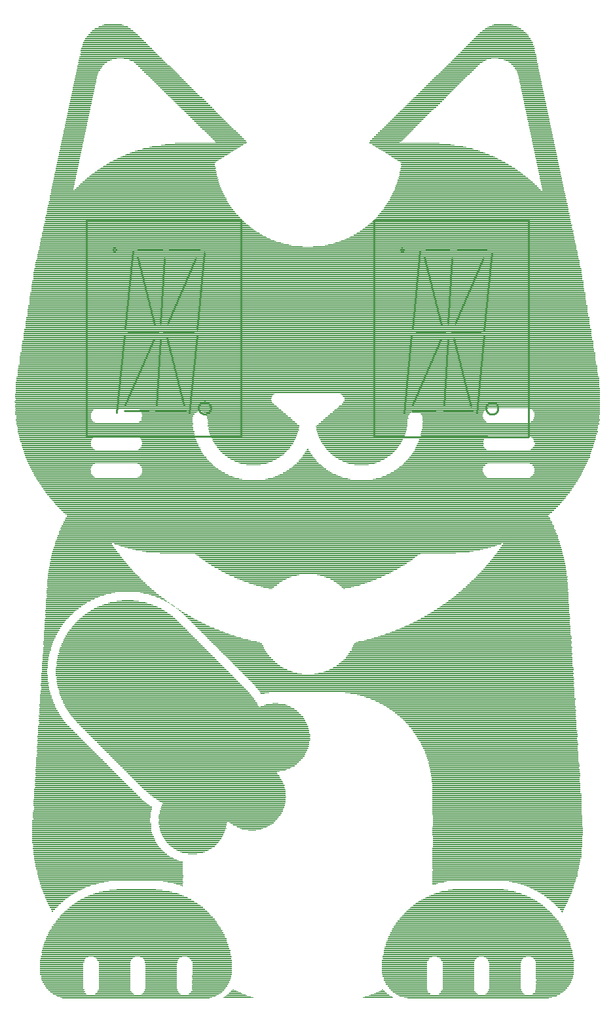
<source format=gbr>
G04 EAGLE Gerber X2 export*
%TF.Part,Single*%
%TF.FileFunction,Legend,Top,1*%
%TF.FilePolarity,Positive*%
%TF.GenerationSoftware,Autodesk,EAGLE,9.0.1*%
%TF.CreationDate,2018-06-27T06:52:03Z*%
G75*
%MOMM*%
%FSLAX34Y34*%
%LPD*%
%AMOC8*
5,1,8,0,0,1.08239X$1,22.5*%
G01*
%ADD10R,4.318000X0.084838*%
%ADD11R,4.401819X0.084838*%
%ADD12R,3.896363X0.084581*%
%ADD13R,3.469638X0.084581*%
%ADD14R,3.472181X0.084581*%
%ADD15R,3.048000X0.084838*%
%ADD16R,3.134362X0.084838*%
%ADD17R,2.707638X0.084581*%
%ADD18R,2.710181X0.084581*%
%ADD19R,2.372362X0.084581*%
%ADD20R,18.034000X0.084838*%
%ADD21R,2.032000X0.084838*%
%ADD22R,19.050000X0.084581*%
%ADD23R,1.778000X0.084581*%
%ADD24R,1.694181X0.084581*%
%ADD25R,18.288000X0.084581*%
%ADD26R,19.641819X0.084581*%
%ADD27R,1.440181X0.084581*%
%ADD28R,1.437638X0.084581*%
%ADD29R,19.133819X0.084581*%
%ADD30R,20.066000X0.084838*%
%ADD31R,1.183638X0.084838*%
%ADD32R,1.186181X0.084838*%
%ADD33R,19.728181X0.084838*%
%ADD34R,20.490181X0.084581*%
%ADD35R,0.932181X0.084581*%
%ADD36R,0.848363X0.084581*%
%ADD37R,20.236181X0.084581*%
%ADD38R,20.911819X0.084581*%
%ADD39R,0.678181X0.084581*%
%ADD40R,0.591819X0.084581*%
%ADD41R,20.574000X0.084581*%
%ADD42R,5.334000X0.084838*%
%ADD43R,3.980181X0.084838*%
%ADD44R,0.421637X0.084838*%
%ADD45R,0.337819X0.084838*%
%ADD46R,4.488181X0.084838*%
%ADD47R,5.420363X0.084838*%
%ADD48R,3.556000X0.084838*%
%ADD49R,4.318000X0.084581*%
%ADD50R,4.996181X0.084581*%
%ADD51R,3.893819X0.084581*%
%ADD52R,0.170181X0.084581*%
%ADD53R,4.401819X0.084581*%
%ADD54R,3.556000X0.084581*%
%ADD55R,4.826000X0.084581*%
%ADD56R,4.739638X0.084581*%
%ADD57R,3.980181X0.084581*%
%ADD58R,4.488181X0.084581*%
%ADD59R,4.655819X0.084838*%
%ADD60R,4.572000X0.084838*%
%ADD61R,3.977638X0.084838*%
%ADD62R,4.485638X0.084838*%
%ADD63R,3.639819X0.084838*%
%ADD64R,4.572000X0.084581*%
%ADD65R,3.639819X0.084581*%
%ADD66R,4.404363X0.084581*%
%ADD67R,3.726181X0.084581*%
%ADD68R,4.231638X0.084838*%
%ADD69R,4.150362X0.084838*%
%ADD70R,4.658362X0.084838*%
%ADD71R,3.810000X0.084838*%
%ADD72R,4.231638X0.084581*%
%ADD73R,4.147819X0.084581*%
%ADD74R,4.742181X0.084581*%
%ADD75R,4.658362X0.084581*%
%ADD76R,4.147819X0.084838*%
%ADD77R,4.826000X0.084838*%
%ADD78R,4.909819X0.084581*%
%ADD79R,4.064000X0.084581*%
%ADD80R,4.993638X0.084581*%
%ADD81R,4.909819X0.084838*%
%ADD82R,4.064000X0.084838*%
%ADD83R,5.080000X0.084838*%
%ADD84R,5.163819X0.084581*%
%ADD85R,5.247638X0.084838*%
%ADD86R,5.080000X0.084581*%
%ADD87R,4.655819X0.084581*%
%ADD88R,5.334000X0.084581*%
%ADD89R,4.485638X0.084581*%
%ADD90R,5.163819X0.084838*%
%ADD91R,5.417819X0.084838*%
%ADD92R,5.247638X0.084581*%
%ADD93R,5.417819X0.084581*%
%ADD94R,5.501638X0.084581*%
%ADD95R,5.501638X0.084838*%
%ADD96R,5.588000X0.084581*%
%ADD97R,4.993638X0.084838*%
%ADD98R,5.588000X0.084838*%
%ADD99R,4.739638X0.084838*%
%ADD100R,5.671819X0.084581*%
%ADD101R,5.671819X0.084838*%
%ADD102R,5.755638X0.084581*%
%ADD103R,5.755638X0.084838*%
%ADD104R,5.842000X0.084581*%
%ADD105R,5.842000X0.084838*%
%ADD106R,5.674362X0.084581*%
%ADD107R,5.674362X0.084838*%
%ADD108R,5.250181X0.084838*%
%ADD109R,5.928363X0.084838*%
%ADD110R,4.996181X0.084838*%
%ADD111R,5.250181X0.084581*%
%ADD112R,5.928363X0.084581*%
%ADD113R,5.758181X0.084581*%
%ADD114R,5.166362X0.084581*%
%ADD115R,6.012181X0.084581*%
%ADD116R,5.925819X0.084838*%
%ADD117R,6.009638X0.084581*%
%ADD118R,5.420363X0.084581*%
%ADD119R,6.096000X0.084581*%
%ADD120R,6.009638X0.084838*%
%ADD121R,5.504181X0.084838*%
%ADD122R,6.179819X0.084838*%
%ADD123R,6.179819X0.084581*%
%ADD124R,6.433819X0.084581*%
%ADD125R,24.638000X0.084581*%
%ADD126R,24.551638X0.084838*%
%ADD127R,24.638000X0.084838*%
%ADD128R,24.467819X0.084581*%
%ADD129R,24.554181X0.084581*%
%ADD130R,24.467819X0.084838*%
%ADD131R,24.384000X0.084581*%
%ADD132R,24.300181X0.084838*%
%ADD133R,24.384000X0.084838*%
%ADD134R,24.300181X0.084581*%
%ADD135R,24.130000X0.084581*%
%ADD136R,24.213819X0.084581*%
%ADD137R,24.130000X0.084838*%
%ADD138R,24.043638X0.084581*%
%ADD139R,23.959819X0.084581*%
%ADD140R,23.959819X0.084838*%
%ADD141R,23.876000X0.084581*%
%ADD142R,23.792181X0.084581*%
%ADD143R,23.792181X0.084838*%
%ADD144R,23.708362X0.084581*%
%ADD145R,23.622000X0.084581*%
%ADD146R,23.705819X0.084581*%
%ADD147R,23.622000X0.084838*%
%ADD148R,23.535637X0.084581*%
%ADD149R,23.451819X0.084581*%
%ADD150R,23.451819X0.084838*%
%ADD151R,23.284181X0.084581*%
%ADD152R,23.368000X0.084581*%
%ADD153R,23.200363X0.084838*%
%ADD154R,23.284181X0.084838*%
%ADD155R,23.114000X0.084581*%
%ADD156R,23.027638X0.084581*%
%ADD157R,22.943819X0.084838*%
%ADD158R,23.030181X0.084838*%
%ADD159R,22.943819X0.084581*%
%ADD160R,22.776181X0.084581*%
%ADD161R,22.860000X0.084581*%
%ADD162R,22.776181X0.084838*%
%ADD163R,22.606000X0.084581*%
%ADD164R,22.689819X0.084581*%
%ADD165R,22.435819X0.084838*%
%ADD166R,22.522181X0.084838*%
%ADD167R,22.352000X0.084581*%
%ADD168R,22.435819X0.084581*%
%ADD169R,22.268181X0.084581*%
%ADD170R,22.184363X0.084838*%
%ADD171R,22.268181X0.084838*%
%ADD172R,22.098000X0.084581*%
%ADD173R,21.927819X0.084581*%
%ADD174R,21.927819X0.084838*%
%ADD175R,21.760181X0.084581*%
%ADD176R,21.844000X0.084581*%
%ADD177R,21.676362X0.084581*%
%ADD178R,21.590000X0.084838*%
%ADD179R,21.419819X0.084581*%
%ADD180R,21.590000X0.084581*%
%ADD181R,21.336000X0.084581*%
%ADD182R,21.252181X0.084838*%
%ADD183R,21.082000X0.084581*%
%ADD184R,21.252181X0.084581*%
%ADD185R,20.911819X0.084838*%
%ADD186R,20.744181X0.084581*%
%ADD187R,20.828000X0.084581*%
%ADD188R,20.403819X0.084838*%
%ADD189R,20.574000X0.084838*%
%ADD190R,20.403819X0.084581*%
%ADD191R,20.320000X0.084581*%
%ADD192R,20.236181X0.084838*%
%ADD193R,19.895819X0.084581*%
%ADD194R,20.066000X0.084581*%
%ADD195R,19.728181X0.084581*%
%ADD196R,19.558000X0.084838*%
%ADD197R,19.471637X0.084581*%
%ADD198R,19.558000X0.084581*%
%ADD199R,19.304000X0.084581*%
%ADD200R,19.387819X0.084581*%
%ADD201R,19.220181X0.084838*%
%ADD202R,18.879819X0.084581*%
%ADD203R,18.966181X0.084581*%
%ADD204R,18.712181X0.084838*%
%ADD205R,18.796000X0.084838*%
%ADD206R,0.083819X0.084838*%
%ADD207R,0.086363X0.084581*%
%ADD208R,18.542000X0.084581*%
%ADD209R,18.625819X0.084581*%
%ADD210R,0.167637X0.084581*%
%ADD211R,18.371819X0.084581*%
%ADD212R,18.458181X0.084581*%
%ADD213R,0.254000X0.084581*%
%ADD214R,18.120363X0.084838*%
%ADD215R,18.204181X0.084838*%
%ADD216R,0.340363X0.084838*%
%ADD217R,0.424181X0.084581*%
%ADD218R,17.863819X0.084581*%
%ADD219R,18.034000X0.084581*%
%ADD220R,0.508000X0.084581*%
%ADD221R,17.696181X0.084581*%
%ADD222R,0.675638X0.084838*%
%ADD223R,17.526000X0.084838*%
%ADD224R,17.696181X0.084838*%
%ADD225R,0.762000X0.084838*%
%ADD226R,17.355819X0.084581*%
%ADD227R,17.526000X0.084581*%
%ADD228R,0.845819X0.084581*%
%ADD229R,17.188181X0.084581*%
%ADD230R,1.016000X0.084581*%
%ADD231R,1.099819X0.084838*%
%ADD232R,16.847819X0.084838*%
%ADD233R,17.101819X0.084838*%
%ADD234R,1.102363X0.084838*%
%ADD235R,1.186181X0.084581*%
%ADD236R,16.680181X0.084581*%
%ADD237R,16.847819X0.084581*%
%ADD238R,1.270000X0.084581*%
%ADD239R,1.353819X0.084581*%
%ADD240R,16.510000X0.084581*%
%ADD241R,1.437638X0.084838*%
%ADD242R,16.256000X0.084838*%
%ADD243R,16.426181X0.084838*%
%ADD244R,1.524000X0.084838*%
%ADD245R,1.610363X0.084581*%
%ADD246R,16.002000X0.084581*%
%ADD247R,16.172181X0.084581*%
%ADD248R,1.607819X0.084581*%
%ADD249R,15.831819X0.084581*%
%ADD250R,1.861819X0.084838*%
%ADD251R,15.494000X0.084838*%
%ADD252R,15.664181X0.084838*%
%ADD253R,1.864363X0.084838*%
%ADD254R,1.948181X0.084581*%
%ADD255R,15.240000X0.084581*%
%ADD256R,15.494000X0.084581*%
%ADD257R,2.032000X0.084581*%
%ADD258R,2.199638X0.084581*%
%ADD259R,14.986000X0.084581*%
%ADD260R,15.156181X0.084581*%
%ADD261R,2.202181X0.084581*%
%ADD262R,2.286000X0.084838*%
%ADD263R,14.648181X0.084838*%
%ADD264R,14.986000X0.084838*%
%ADD265R,2.369819X0.084838*%
%ADD266R,2.369819X0.084581*%
%ADD267R,14.391637X0.084581*%
%ADD268R,14.648181X0.084581*%
%ADD269R,2.453638X0.084581*%
%ADD270R,2.540000X0.084581*%
%ADD271R,14.140181X0.084581*%
%ADD272R,14.307819X0.084581*%
%ADD273R,2.710181X0.084838*%
%ADD274R,13.799819X0.084838*%
%ADD275R,14.053819X0.084838*%
%ADD276R,2.794000X0.084838*%
%ADD277R,2.877819X0.084581*%
%ADD278R,13.462000X0.084581*%
%ADD279R,13.716000X0.084581*%
%ADD280R,2.880362X0.084581*%
%ADD281R,2.964181X0.084581*%
%ADD282R,13.124181X0.084581*%
%ADD283R,13.378181X0.084581*%
%ADD284R,3.048000X0.084581*%
%ADD285R,3.215638X0.084838*%
%ADD286R,12.783819X0.084838*%
%ADD287R,13.037819X0.084838*%
%ADD288R,3.131819X0.084838*%
%ADD289R,3.302000X0.084581*%
%ADD290R,12.446000X0.084581*%
%ADD291R,12.616181X0.084581*%
%ADD292R,3.385819X0.084581*%
%ADD293R,11.938000X0.084581*%
%ADD294R,12.275819X0.084581*%
%ADD295R,3.642363X0.084838*%
%ADD296R,11.600181X0.084838*%
%ADD297R,11.938000X0.084838*%
%ADD298R,3.810000X0.084581*%
%ADD299R,11.092181X0.084581*%
%ADD300R,11.430000X0.084581*%
%ADD301R,10.584181X0.084581*%
%ADD302R,11.005819X0.084581*%
%ADD303R,10.076181X0.084838*%
%ADD304R,10.497819X0.084838*%
%ADD305R,4.234181X0.084838*%
%ADD306R,9.484362X0.084581*%
%ADD307R,9.906000X0.084581*%
%ADD308R,8.719819X0.084581*%
%ADD309R,9.398000X0.084581*%
%ADD310R,7.960363X0.084838*%
%ADD311R,8.636000X0.084838*%
%ADD312R,6.858000X0.084581*%
%ADD313R,7.790181X0.084581*%
%ADD314R,6.687819X0.084581*%
%ADD315R,5.504181X0.084581*%
%ADD316R,6.012181X0.084838*%
%ADD317R,6.350000X0.084581*%
%ADD318R,0.083819X0.084581*%
%ADD319R,6.517638X0.084581*%
%ADD320R,0.337819X0.084581*%
%ADD321R,6.771638X0.084838*%
%ADD322R,0.591819X0.084838*%
%ADD323R,0.170181X0.084838*%
%ADD324R,7.198362X0.084581*%
%ADD325R,7.025638X0.084581*%
%ADD326R,7.536181X0.084581*%
%ADD327R,0.762000X0.084581*%
%ADD328R,7.366000X0.084581*%
%ADD329R,7.874000X0.084838*%
%ADD330R,7.706363X0.084838*%
%ADD331R,8.298181X0.084581*%
%ADD332R,8.128000X0.084581*%
%ADD333R,8.973819X0.084581*%
%ADD334R,1.861819X0.084581*%
%ADD335R,8.552181X0.084581*%
%ADD336R,2.456181X0.084838*%
%ADD337R,9.227819X0.084838*%
%ADD338R,18.625819X0.084838*%
%ADD339R,18.542000X0.084838*%
%ADD340R,18.712181X0.084581*%
%ADD341R,18.796000X0.084581*%
%ADD342R,18.879819X0.084838*%
%ADD343R,18.966181X0.084838*%
%ADD344R,19.050000X0.084838*%
%ADD345R,19.133819X0.084838*%
%ADD346R,18.288000X0.084838*%
%ADD347R,18.120363X0.084581*%
%ADD348R,17.950181X0.084581*%
%ADD349R,19.220181X0.084581*%
%ADD350R,17.780000X0.084838*%
%ADD351R,17.612362X0.084581*%
%ADD352R,17.442181X0.084581*%
%ADD353R,17.442181X0.084838*%
%ADD354R,17.272000X0.084581*%
%ADD355R,1.183638X0.084581*%
%ADD356R,19.304000X0.084838*%
%ADD357R,17.018000X0.084581*%
%ADD358R,16.934181X0.084581*%
%ADD359R,3.215638X0.084581*%
%ADD360R,16.764000X0.084838*%
%ADD361R,16.677637X0.084581*%
%ADD362R,16.593819X0.084838*%
%ADD363R,16.593819X0.084581*%
%ADD364R,16.423638X0.084838*%
%ADD365R,16.339819X0.084581*%
%ADD366R,16.256000X0.084581*%
%ADD367R,16.169638X0.084838*%
%ADD368R,19.387819X0.084838*%
%ADD369R,16.169638X0.084581*%
%ADD370R,16.085819X0.084581*%
%ADD371R,6.263638X0.084581*%
%ADD372R,16.002000X0.084838*%
%ADD373R,6.436363X0.084838*%
%ADD374R,16.088363X0.084581*%
%ADD375R,6.604000X0.084581*%
%ADD376R,6.771638X0.084581*%
%ADD377R,6.858000X0.084838*%
%ADD378R,15.918181X0.084581*%
%ADD379R,6.944363X0.084581*%
%ADD380R,7.112000X0.084581*%
%ADD381R,15.834363X0.084838*%
%ADD382R,7.279638X0.084838*%
%ADD383R,15.834363X0.084581*%
%ADD384R,15.748000X0.084581*%
%ADD385R,7.452363X0.084581*%
%ADD386R,15.748000X0.084838*%
%ADD387R,7.620000X0.084838*%
%ADD388R,15.664181X0.084581*%
%ADD389R,7.620000X0.084581*%
%ADD390R,7.787638X0.084581*%
%ADD391R,15.580363X0.084838*%
%ADD392R,7.787638X0.084838*%
%ADD393R,19.474181X0.084838*%
%ADD394R,15.580363X0.084581*%
%ADD395R,7.960363X0.084581*%
%ADD396R,19.474181X0.084581*%
%ADD397R,8.128000X0.084838*%
%ADD398R,8.295637X0.084581*%
%ADD399R,8.295637X0.084838*%
%ADD400R,15.410181X0.084581*%
%ADD401R,8.468362X0.084581*%
%ADD402R,15.410181X0.084838*%
%ADD403R,8.468362X0.084838*%
%ADD404R,1.948181X0.084838*%
%ADD405R,15.326363X0.084581*%
%ADD406R,15.326363X0.084838*%
%ADD407R,3.472181X0.084838*%
%ADD408R,8.636000X0.084581*%
%ADD409R,8.719819X0.084838*%
%ADD410R,8.803638X0.084581*%
%ADD411R,8.803638X0.084838*%
%ADD412R,8.890000X0.084581*%
%ADD413R,15.240000X0.084838*%
%ADD414R,8.890000X0.084838*%
%ADD415R,15.069819X0.084581*%
%ADD416R,15.153638X0.084581*%
%ADD417R,15.153638X0.084838*%
%ADD418R,15.323819X0.084581*%
%ADD419R,15.407637X0.084581*%
%ADD420R,15.577819X0.084581*%
%ADD421R,15.661638X0.084838*%
%ADD422R,15.323819X0.084838*%
%ADD423R,15.918181X0.084838*%
%ADD424R,15.915638X0.084581*%
%ADD425R,15.915638X0.084838*%
%ADD426R,15.156181X0.084838*%
%ADD427R,14.902181X0.084581*%
%ADD428R,14.815819X0.084838*%
%ADD429R,15.831819X0.084838*%
%ADD430R,14.732000X0.084581*%
%ADD431R,14.561819X0.084581*%
%ADD432R,14.478000X0.084838*%
%ADD433R,14.394181X0.084581*%
%ADD434R,14.224000X0.084581*%
%ADD435R,16.423638X0.084581*%
%ADD436R,14.140181X0.084838*%
%ADD437R,14.053819X0.084581*%
%ADD438R,13.886181X0.084581*%
%ADD439R,13.802363X0.084838*%
%ADD440R,16.931638X0.084838*%
%ADD441R,13.632181X0.084581*%
%ADD442R,13.548363X0.084838*%
%ADD443R,17.358363X0.084838*%
%ADD444R,13.294363X0.084838*%
%ADD445R,17.609819X0.084838*%
%ADD446R,13.208000X0.084581*%
%ADD447R,17.693638X0.084581*%
%ADD448R,17.780000X0.084581*%
%ADD449R,13.040363X0.084838*%
%ADD450R,17.863819X0.084838*%
%ADD451R,12.954000X0.084581*%
%ADD452R,17.947638X0.084581*%
%ADD453R,12.870181X0.084581*%
%ADD454R,12.786363X0.084838*%
%ADD455R,18.201638X0.084838*%
%ADD456R,12.700000X0.084581*%
%ADD457R,18.204181X0.084581*%
%ADD458R,12.446000X0.084838*%
%ADD459R,18.371819X0.084838*%
%ADD460R,12.359637X0.084581*%
%ADD461R,12.192000X0.084838*%
%ADD462R,12.105638X0.084581*%
%ADD463R,18.628363X0.084581*%
%ADD464R,12.021819X0.084581*%
%ADD465R,18.709637X0.084838*%
%ADD466R,19.217638X0.084838*%
%ADD467R,11.851638X0.084581*%
%ADD468R,19.217638X0.084581*%
%ADD469R,11.767819X0.084581*%
%ADD470R,11.684000X0.084838*%
%ADD471R,11.597638X0.084581*%
%ADD472R,18.882362X0.084581*%
%ADD473R,11.513819X0.084581*%
%ADD474R,11.430000X0.084838*%
%ADD475R,18.963638X0.084838*%
%ADD476R,11.343637X0.084581*%
%ADD477R,11.259819X0.084581*%
%ADD478R,11.176000X0.084838*%
%ADD479R,19.136363X0.084581*%
%ADD480R,10.922000X0.084581*%
%ADD481R,10.838181X0.084838*%
%ADD482R,10.751819X0.084581*%
%ADD483R,10.668000X0.084581*%
%ADD484R,10.584181X0.084838*%
%ADD485R,10.497819X0.084581*%
%ADD486R,10.414000X0.084581*%
%ADD487R,10.330181X0.084838*%
%ADD488R,10.243819X0.084581*%
%ADD489R,10.160000X0.084581*%
%ADD490R,20.320000X0.084838*%
%ADD491R,9.989819X0.084581*%
%ADD492R,9.822181X0.084838*%
%ADD493R,21.419819X0.084838*%
%ADD494R,9.735819X0.084581*%
%ADD495R,9.652000X0.084581*%
%ADD496R,9.484362X0.084838*%
%ADD497R,22.181819X0.084838*%
%ADD498R,22.438363X0.084581*%
%ADD499R,19.390363X0.084581*%
%ADD500R,9.314181X0.084581*%
%ADD501R,9.230363X0.084838*%
%ADD502R,22.773637X0.084838*%
%ADD503R,19.390363X0.084838*%
%ADD504R,9.144000X0.084581*%
%ADD505R,23.030181X0.084581*%
%ADD506R,9.060181X0.084581*%
%ADD507R,23.197819X0.084581*%
%ADD508R,8.976363X0.084838*%
%ADD509R,23.368000X0.084838*%
%ADD510R,23.538181X0.084581*%
%ADD511R,8.806181X0.084581*%
%ADD512R,8.722363X0.084838*%
%ADD513R,23.876000X0.084838*%
%ADD514R,19.471637X0.084838*%
%ADD515R,24.046181X0.084581*%
%ADD516R,8.382000X0.084581*%
%ADD517R,24.721819X0.084581*%
%ADD518R,8.214363X0.084838*%
%ADD519R,24.805637X0.084838*%
%ADD520R,19.641819X0.084838*%
%ADD521R,8.041638X0.084581*%
%ADD522R,24.978363X0.084581*%
%ADD523R,7.957819X0.084581*%
%ADD524R,25.146000X0.084581*%
%ADD525R,25.229819X0.084838*%
%ADD526R,19.725638X0.084838*%
%ADD527R,25.400000X0.084581*%
%ADD528R,19.725638X0.084581*%
%ADD529R,7.703819X0.084581*%
%ADD530R,25.483819X0.084581*%
%ADD531R,19.812000X0.084581*%
%ADD532R,25.654000X0.084838*%
%ADD533R,19.812000X0.084838*%
%ADD534R,7.533638X0.084581*%
%ADD535R,25.740362X0.084581*%
%ADD536R,7.449819X0.084581*%
%ADD537R,25.908000X0.084581*%
%ADD538R,7.366000X0.084838*%
%ADD539R,25.991819X0.084838*%
%ADD540R,7.279638X0.084581*%
%ADD541R,26.162000X0.084581*%
%ADD542R,7.195819X0.084581*%
%ADD543R,26.245819X0.084581*%
%ADD544R,7.112000X0.084838*%
%ADD545R,26.416000X0.084838*%
%ADD546R,19.895819X0.084838*%
%ADD547R,26.502363X0.084581*%
%ADD548R,19.982181X0.084581*%
%ADD549R,6.941819X0.084581*%
%ADD550R,26.586181X0.084581*%
%ADD551R,26.753819X0.084838*%
%ADD552R,26.840181X0.084581*%
%ADD553R,26.924000X0.084581*%
%ADD554R,20.149819X0.084581*%
%ADD555R,6.520181X0.084838*%
%ADD556R,27.007819X0.084838*%
%ADD557R,20.149819X0.084838*%
%ADD558R,27.178000X0.084581*%
%ADD559R,27.261819X0.084581*%
%ADD560R,6.266181X0.084838*%
%ADD561R,27.345638X0.084838*%
%ADD562R,27.432000X0.084581*%
%ADD563R,27.515819X0.084581*%
%ADD564R,27.686000X0.084838*%
%ADD565R,20.490181X0.084838*%
%ADD566R,5.925819X0.084581*%
%ADD567R,27.772362X0.084581*%
%ADD568R,20.406363X0.084581*%
%ADD569R,27.856181X0.084581*%
%ADD570R,5.758181X0.084838*%
%ADD571R,27.940000X0.084838*%
%ADD572R,28.026363X0.084581*%
%ADD573R,28.110181X0.084581*%
%ADD574R,20.660363X0.084581*%
%ADD575R,28.194000X0.084838*%
%ADD576R,20.660363X0.084838*%
%ADD577R,28.280363X0.084581*%
%ADD578R,28.364181X0.084581*%
%ADD579R,5.166362X0.084838*%
%ADD580R,28.448000X0.084838*%
%ADD581R,20.828000X0.084838*%
%ADD582R,28.534363X0.084581*%
%ADD583R,20.914362X0.084581*%
%ADD584R,28.618181X0.084581*%
%ADD585R,4.912363X0.084838*%
%ADD586R,28.702000X0.084838*%
%ADD587R,20.998181X0.084838*%
%ADD588R,28.702000X0.084581*%
%ADD589R,28.785819X0.084581*%
%ADD590R,21.168363X0.084581*%
%ADD591R,28.869637X0.084838*%
%ADD592R,21.168363X0.084838*%
%ADD593R,28.956000X0.084581*%
%ADD594R,29.039819X0.084581*%
%ADD595R,21.249638X0.084581*%
%ADD596R,4.404363X0.084838*%
%ADD597R,29.039819X0.084838*%
%ADD598R,21.336000X0.084838*%
%ADD599R,29.126181X0.084581*%
%ADD600R,4.234181X0.084581*%
%ADD601R,29.210000X0.084581*%
%ADD602R,29.293819X0.084838*%
%ADD603R,21.503637X0.084838*%
%ADD604R,29.296363X0.084581*%
%ADD605R,29.380181X0.084581*%
%ADD606R,21.673819X0.084581*%
%ADD607R,3.896363X0.084838*%
%ADD608R,29.464000X0.084838*%
%ADD609R,21.757638X0.084838*%
%ADD610R,3.723638X0.084581*%
%ADD611R,29.464000X0.084581*%
%ADD612R,21.757638X0.084581*%
%ADD613R,29.547819X0.084581*%
%ADD614R,29.547819X0.084838*%
%ADD615R,29.634181X0.084581*%
%ADD616R,22.011638X0.084581*%
%ADD617R,3.385819X0.084838*%
%ADD618R,29.718000X0.084838*%
%ADD619R,29.631638X0.084581*%
%ADD620R,22.265638X0.084581*%
%ADD621R,29.718000X0.084581*%
%ADD622R,22.352000X0.084838*%
%ADD623R,3.131819X0.084581*%
%ADD624R,29.801819X0.084581*%
%ADD625R,29.804362X0.084581*%
%ADD626R,22.522181X0.084581*%
%ADD627R,2.961638X0.084838*%
%ADD628R,29.801819X0.084838*%
%ADD629R,22.606000X0.084838*%
%ADD630R,2.961638X0.084581*%
%ADD631R,29.885638X0.084581*%
%ADD632R,29.888181X0.084581*%
%ADD633R,29.804362X0.084838*%
%ADD634R,2.794000X0.084581*%
%ADD635R,2.623819X0.084581*%
%ADD636R,2.540000X0.084838*%
%ADD637R,23.197819X0.084838*%
%ADD638R,2.456181X0.084581*%
%ADD639R,23.538181X0.084838*%
%ADD640R,29.634181X0.084838*%
%ADD641R,23.962363X0.084581*%
%ADD642R,2.115819X0.084838*%
%ADD643R,29.380181X0.084838*%
%ADD644R,24.216363X0.084838*%
%ADD645R,2.115819X0.084581*%
%ADD646R,25.062181X0.084581*%
%ADD647R,24.470363X0.084581*%
%ADD648R,25.062181X0.084838*%
%ADD649R,24.554181X0.084838*%
%ADD650R,25.059638X0.084581*%
%ADD651R,24.724363X0.084581*%
%ADD652R,24.975819X0.084581*%
%ADD653R,24.892000X0.084581*%
%ADD654R,25.232363X0.084581*%
%ADD655R,1.694181X0.084838*%
%ADD656R,24.975819X0.084838*%
%ADD657R,25.486363X0.084838*%
%ADD658R,1.610363X0.084838*%
%ADD659R,24.978363X0.084838*%
%ADD660R,26.078181X0.084838*%
%ADD661R,26.332181X0.084581*%
%ADD662R,1.524000X0.084581*%
%ADD663R,24.892000X0.084838*%
%ADD664R,26.670000X0.084838*%
%ADD665R,24.808181X0.084581*%
%ADD666R,24.805637X0.084581*%
%ADD667R,1.440181X0.084838*%
%ADD668R,27.432000X0.084838*%
%ADD669R,27.686000X0.084581*%
%ADD670R,1.356363X0.084581*%
%ADD671R,28.107638X0.084581*%
%ADD672R,1.356363X0.084838*%
%ADD673R,40.640000X0.084838*%
%ADD674R,40.723819X0.084581*%
%ADD675R,40.807637X0.084581*%
%ADD676R,40.894000X0.084838*%
%ADD677R,1.099819X0.084581*%
%ADD678R,24.297638X0.084581*%
%ADD679R,40.894000X0.084581*%
%ADD680R,40.977819X0.084581*%
%ADD681R,41.061638X0.084838*%
%ADD682R,41.064181X0.084581*%
%ADD683R,41.148000X0.084581*%
%ADD684R,1.016000X0.084838*%
%ADD685R,23.962363X0.084838*%
%ADD686R,41.231819X0.084838*%
%ADD687R,41.231819X0.084581*%
%ADD688R,41.318181X0.084581*%
%ADD689R,41.402000X0.084838*%
%ADD690R,41.485819X0.084581*%
%ADD691R,41.572181X0.084581*%
%ADD692R,0.845819X0.084838*%
%ADD693R,41.656000X0.084838*%
%ADD694R,41.739819X0.084581*%
%ADD695R,41.826181X0.084581*%
%ADD696R,41.910000X0.084838*%
%ADD697R,23.281638X0.084581*%
%ADD698R,41.993819X0.084581*%
%ADD699R,42.080181X0.084581*%
%ADD700R,23.114000X0.084838*%
%ADD701R,42.164000X0.084838*%
%ADD702R,42.247819X0.084581*%
%ADD703R,42.250363X0.084581*%
%ADD704R,22.860000X0.084838*%
%ADD705R,42.334181X0.084838*%
%ADD706R,42.418000X0.084581*%
%ADD707R,42.504362X0.084581*%
%ADD708R,22.692363X0.084838*%
%ADD709R,42.588181X0.084838*%
%ADD710R,33.444181X0.084581*%
%ADD711R,32.936181X0.084581*%
%ADD712R,0.678181X0.084838*%
%ADD713R,22.438363X0.084838*%
%ADD714R,32.598363X0.084838*%
%ADD715R,32.258000X0.084581*%
%ADD716R,6.520181X0.084581*%
%ADD717R,32.004000X0.084581*%
%ADD718R,6.350000X0.084838*%
%ADD719R,31.836362X0.084838*%
%ADD720R,31.582363X0.084581*%
%ADD721R,22.014181X0.084581*%
%ADD722R,6.182362X0.084581*%
%ADD723R,31.412181X0.084581*%
%ADD724R,21.930363X0.084838*%
%ADD725R,6.096000X0.084838*%
%ADD726R,31.242000X0.084838*%
%ADD727R,31.074363X0.084581*%
%ADD728R,30.988000X0.084581*%
%ADD729R,30.734000X0.084838*%
%ADD730R,21.503637X0.084581*%
%ADD731R,30.563819X0.084581*%
%ADD732R,30.480000X0.084581*%
%ADD733R,30.393638X0.084838*%
%ADD734R,30.226000X0.084581*%
%ADD735R,21.165819X0.084581*%
%ADD736R,30.139638X0.084581*%
%ADD737R,21.082000X0.084838*%
%ADD738R,30.055819X0.084838*%
%ADD739R,20.995638X0.084581*%
%ADD740R,29.972000X0.084581*%
%ADD741R,0.675638X0.084581*%
%ADD742R,20.744181X0.084838*%
%ADD743R,20.657819X0.084581*%
%ADD744R,29.377638X0.084581*%
%ADD745R,20.152363X0.084838*%
%ADD746R,19.898363X0.084838*%
%ADD747R,28.956000X0.084838*%
%ADD748R,28.872181X0.084581*%
%ADD749R,0.929638X0.084581*%
%ADD750R,0.929638X0.084838*%
%ADD751R,28.785819X0.084838*%
%ADD752R,0.932181X0.084838*%
%ADD753R,28.618181X0.084838*%
%ADD754R,28.531819X0.084581*%
%ADD755R,18.882362X0.084838*%
%ADD756R,28.448000X0.084581*%
%ADD757R,28.364181X0.084838*%
%ADD758R,28.277819X0.084581*%
%ADD759R,28.194000X0.084581*%
%ADD760R,28.110181X0.084838*%
%ADD761R,28.026363X0.084838*%
%ADD762R,27.518363X0.084581*%
%ADD763R,1.353819X0.084838*%
%ADD764R,27.094181X0.084838*%
%ADD765R,26.756363X0.084581*%
%ADD766R,26.416000X0.084581*%
%ADD767R,17.018000X0.084838*%
%ADD768R,16.931638X0.084581*%
%ADD769R,25.824181X0.084581*%
%ADD770R,16.764000X0.084581*%
%ADD771R,25.486363X0.084581*%
%ADD772R,16.680181X0.084838*%
%ADD773R,25.232363X0.084838*%
%ADD774R,3.977638X0.084581*%
%ADD775R,16.426181X0.084581*%
%ADD776R,24.297638X0.084838*%
%ADD777R,1.864363X0.084581*%
%ADD778R,22.519638X0.084581*%
%ADD779R,1.945638X0.084838*%
%ADD780R,22.265638X0.084838*%
%ADD781R,14.815819X0.084581*%
%ADD782R,2.118362X0.084581*%
%ADD783R,14.564363X0.084838*%
%ADD784R,21.673819X0.084838*%
%ADD785R,14.056363X0.084838*%
%ADD786R,21.165819X0.084838*%
%ADD787R,13.883638X0.084581*%
%ADD788R,2.453638X0.084838*%
%ADD789R,13.632181X0.084838*%
%ADD790R,13.291819X0.084581*%
%ADD791R,2.707638X0.084838*%
%ADD792R,13.124181X0.084838*%
%ADD793R,19.982181X0.084838*%
%ADD794R,12.783819X0.084581*%
%ADD795R,12.616181X0.084838*%
%ADD796R,12.192000X0.084581*%
%ADD797R,12.024363X0.084838*%
%ADD798R,3.218181X0.084581*%
%ADD799R,11.600181X0.084581*%
%ADD800R,0.594363X0.084581*%
%ADD801R,3.302000X0.084838*%
%ADD802R,0.508000X0.084838*%
%ADD803R,11.176000X0.084581*%
%ADD804R,10.751819X0.084838*%
%ADD805R,9.906000X0.084838*%
%ADD806R,0.254000X0.084838*%
%ADD807R,9.144000X0.084838*%
%ADD808R,0.167637X0.084838*%
%ADD809R,17.272000X0.084838*%
%ADD810R,4.150362X0.084581*%
%ADD811R,17.104363X0.084581*%
%ADD812R,8.211819X0.084838*%
%ADD813R,0.086363X0.084838*%
%ADD814R,16.850362X0.084838*%
%ADD815R,7.874000X0.084581*%
%ADD816R,16.596363X0.084581*%
%ADD817R,4.742181X0.084838*%
%ADD818R,7.028181X0.084838*%
%ADD819R,16.510000X0.084838*%
%ADD820R,16.085819X0.084838*%
%ADD821R,6.517638X0.084838*%
%ADD822R,15.069819X0.084838*%
%ADD823R,14.899638X0.084581*%
%ADD824R,7.195819X0.084838*%
%ADD825R,14.732000X0.084838*%
%ADD826R,14.478000X0.084581*%
%ADD827R,8.041638X0.084838*%
%ADD828R,14.391637X0.084838*%
%ADD829R,9.652000X0.084838*%
%ADD830R,13.970000X0.084838*%
%ADD831R,13.970000X0.084581*%
%ADD832R,13.799819X0.084581*%
%ADD833R,13.716000X0.084838*%
%ADD834R,13.629638X0.084581*%
%ADD835R,13.545819X0.084581*%
%ADD836R,13.378181X0.084838*%
%ADD837R,1.691638X0.084581*%
%ADD838R,2.626362X0.084581*%
%ADD839R,13.037819X0.084581*%
%ADD840R,3.218181X0.084838*%
%ADD841R,12.870181X0.084838*%
%ADD842R,12.529819X0.084838*%
%ADD843R,12.532363X0.084838*%
%ADD844R,12.362181X0.084581*%
%ADD845R,12.275819X0.084838*%
%ADD846R,12.108181X0.084581*%
%ADD847R,12.024363X0.084581*%
%ADD848R,6.774181X0.084838*%
%ADD849R,11.854181X0.084581*%
%ADD850R,7.028181X0.084581*%
%ADD851R,11.770363X0.084581*%
%ADD852R,11.516363X0.084581*%
%ADD853R,9.989819X0.084838*%
%ADD854R,11.346181X0.084581*%
%ADD855R,21.422363X0.084581*%
%ADD856R,11.089638X0.084838*%
%ADD857R,11.089638X0.084581*%
%ADD858R,10.922000X0.084838*%
%ADD859R,22.689819X0.084838*%
%ADD860R,10.835638X0.084581*%
%ADD861R,22.946362X0.084581*%
%ADD862R,10.246363X0.084581*%
%ADD863R,10.076181X0.084581*%
%ADD864R,9.992363X0.084581*%
%ADD865R,25.737819X0.084581*%
%ADD866R,25.994363X0.084838*%
%ADD867R,9.735819X0.084838*%
%ADD868R,9.738363X0.084581*%
%ADD869R,9.565638X0.084581*%
%ADD870R,9.565638X0.084838*%
%ADD871R,9.481819X0.084581*%
%ADD872R,27.010363X0.084581*%
%ADD873R,27.518363X0.084838*%
%ADD874R,9.314181X0.084838*%
%ADD875R,9.227819X0.084581*%
%ADD876R,27.940000X0.084581*%
%ADD877R,9.060181X0.084838*%
%ADD878R,28.361638X0.084581*%
%ADD879R,8.806181X0.084838*%
%ADD880R,8.722363X0.084581*%
%ADD881R,29.042363X0.084581*%
%ADD882R,38.186363X0.084581*%
%ADD883R,8.549638X0.084581*%
%ADD884R,8.465819X0.084838*%
%ADD885R,40.386000X0.084838*%
%ADD886R,8.549638X0.084838*%
%ADD887R,41.742362X0.084581*%
%ADD888R,8.465819X0.084581*%
%ADD889R,42.758363X0.084581*%
%ADD890R,43.774363X0.084838*%
%ADD891R,44.617638X0.084581*%
%ADD892R,8.211819X0.084581*%
%ADD893R,8.044181X0.084581*%
%ADD894R,45.298363X0.084581*%
%ADD895R,8.044181X0.084838*%
%ADD896R,45.974000X0.084838*%
%ADD897R,46.649638X0.084581*%
%ADD898R,47.330362X0.084581*%
%ADD899R,7.790181X0.084838*%
%ADD900R,47.838363X0.084838*%
%ADD901R,7.703819X0.084838*%
%ADD902R,48.346363X0.084581*%
%ADD903R,48.854363X0.084581*%
%ADD904R,7.533638X0.084838*%
%ADD905R,49.362363X0.084838*%
%ADD906R,49.870363X0.084581*%
%ADD907R,50.205638X0.084581*%
%ADD908R,65.278000X0.084838*%
%ADD909R,65.194181X0.084581*%
%ADD910R,65.110363X0.084581*%
%ADD911R,65.110363X0.084838*%
%ADD912R,65.024000X0.084581*%
%ADD913R,64.937638X0.084581*%
%ADD914R,64.937638X0.084838*%
%ADD915R,64.770000X0.084581*%
%ADD916R,64.686181X0.084838*%
%ADD917R,64.602362X0.084581*%
%ADD918R,64.516000X0.084838*%
%ADD919R,64.429637X0.084581*%
%ADD920R,64.262000X0.084838*%
%ADD921R,64.262000X0.084581*%
%ADD922R,64.178181X0.084581*%
%ADD923R,64.094363X0.084838*%
%ADD924R,64.094363X0.084581*%
%ADD925R,63.921638X0.084581*%
%ADD926R,63.921638X0.084838*%
%ADD927R,63.837819X0.084581*%
%ADD928R,63.754000X0.084581*%
%ADD929R,63.670181X0.084838*%
%ADD930R,63.586362X0.084581*%
%ADD931R,63.413638X0.084838*%
%ADD932R,63.413638X0.084581*%
%ADD933R,63.246000X0.084581*%
%ADD934R,63.246000X0.084838*%
%ADD935R,63.078363X0.084581*%
%ADD936R,62.905638X0.084838*%
%ADD937R,62.905638X0.084581*%
%ADD938R,62.738000X0.084581*%
%ADD939R,62.738000X0.084838*%
%ADD940R,62.570363X0.084581*%
%ADD941R,62.397638X0.084838*%
%ADD942R,62.397638X0.084581*%
%ADD943R,62.230000X0.084581*%
%ADD944R,62.230000X0.084838*%
%ADD945R,64.429637X0.084838*%
%ADD946R,65.278000X0.084581*%
%ADD947R,65.445638X0.084838*%
%ADD948R,65.532000X0.084581*%
%ADD949R,65.618363X0.084581*%
%ADD950R,65.786000X0.084838*%
%ADD951R,65.953637X0.084581*%
%ADD952R,66.126362X0.084581*%
%ADD953R,66.294000X0.084838*%
%ADD954R,66.461638X0.084581*%
%ADD955R,66.634363X0.084581*%
%ADD956R,66.634363X0.084838*%
%ADD957R,66.802000X0.084581*%
%ADD958R,66.969638X0.084581*%
%ADD959R,67.142363X0.084838*%
%ADD960R,67.310000X0.084581*%
%ADD961R,67.477638X0.084838*%
%ADD962R,67.650362X0.084581*%
%ADD963R,67.818000X0.084581*%
%ADD964R,67.818000X0.084838*%
%ADD965R,67.985638X0.084581*%
%ADD966R,68.158363X0.084581*%
%ADD967R,68.326000X0.084838*%
%ADD968R,68.326000X0.084581*%
%ADD969R,68.493638X0.084581*%
%ADD970R,68.666363X0.084838*%
%ADD971R,68.666363X0.084581*%
%ADD972R,68.834000X0.084581*%
%ADD973R,69.001638X0.084838*%
%ADD974R,69.001638X0.084581*%
%ADD975R,69.174363X0.084581*%
%ADD976R,69.342000X0.084838*%
%ADD977R,69.342000X0.084581*%
%ADD978R,69.509637X0.084581*%
%ADD979R,69.682362X0.084838*%
%ADD980R,69.682362X0.084581*%
%ADD981R,69.850000X0.084581*%
%ADD982R,27.178000X0.084838*%
%ADD983R,12.105638X0.084838*%
%ADD984R,26.583638X0.084581*%
%ADD985R,26.248363X0.084581*%
%ADD986R,25.908000X0.084838*%
%ADD987R,12.529819X0.084581*%
%ADD988R,9.057638X0.084581*%
%ADD989R,13.375637X0.084581*%
%ADD990R,11.854181X0.084838*%
%ADD991R,6.263638X0.084838*%
%ADD992R,7.706363X0.084581*%
%ADD993R,12.786363X0.084581*%
%ADD994R,6.266181X0.084581*%
%ADD995R,7.536181X0.084838*%
%ADD996R,11.005819X0.084838*%
%ADD997R,12.359637X0.084838*%
%ADD998R,10.838181X0.084581*%
%ADD999R,10.414000X0.084838*%
%ADD1000R,9.992363X0.084838*%
%ADD1001R,11.262363X0.084838*%
%ADD1002R,11.008363X0.084581*%
%ADD1003R,9.481819X0.084838*%
%ADD1004R,3.642363X0.084581*%
%ADD1005R,10.754363X0.084581*%
%ADD1006R,8.382000X0.084838*%
%ADD1007R,9.568181X0.084581*%
%ADD1008R,3.388362X0.084581*%
%ADD1009R,2.626362X0.084838*%
%ADD1010R,2.286000X0.084581*%
%ADD1011R,1.945638X0.084581*%
%ADD1012R,1.778000X0.084838*%
%ADD1013R,1.102363X0.084581*%
%ADD1014R,0.594363X0.084838*%
%ADD1015R,0.421637X0.084581*%
%ADD1016R,9.311637X0.084581*%
%ADD1017R,8.976363X0.084581*%
%ADD1018R,7.449819X0.084838*%
%ADD1019R,9.819638X0.084581*%
%ADD1020R,9.057638X0.084838*%
%ADD1021R,7.198362X0.084838*%
%ADD1022R,8.552181X0.084838*%
%ADD1023R,10.327637X0.084838*%
%ADD1024R,10.500363X0.084581*%
%ADD1025R,9.398000X0.084838*%
%ADD1026R,10.835638X0.084838*%
%ADD1027R,11.092181X0.084838*%
%ADD1028R,11.259819X0.084838*%
%ADD1029R,22.692363X0.084581*%
%ADD1030R,11.684000X0.084581*%
%ADD1031R,22.773637X0.084581*%
%ADD1032R,11.767819X0.084838*%
%ADD1033R,11.597638X0.084838*%
%ADD1034R,10.246363X0.084838*%
%ADD1035R,11.343637X0.084838*%
%ADD1036R,9.822181X0.084581*%
%ADD1037R,6.604000X0.084838*%
%ADD1038R,10.500363X0.084838*%
%ADD1039R,6.690362X0.084581*%
%ADD1040R,10.327637X0.084581*%
%ADD1041R,10.330181X0.084581*%
%ADD1042R,9.819638X0.084838*%
%ADD1043R,6.941819X0.084838*%
%ADD1044R,10.243819X0.084838*%
%ADD1045R,18.374363X0.084838*%
%ADD1046R,10.073638X0.084581*%
%ADD1047R,8.973819X0.084838*%
%ADD1048R,34.119819X0.084581*%
%ADD1049R,34.036000X0.084581*%
%ADD1050R,33.949638X0.084581*%
%ADD1051R,33.949638X0.084838*%
%ADD1052R,33.865819X0.084838*%
%ADD1053R,33.865819X0.084581*%
%ADD1054R,33.782000X0.084581*%
%ADD1055R,33.695638X0.084581*%
%ADD1056R,33.611819X0.084838*%
%ADD1057R,33.528000X0.084838*%
%ADD1058R,33.528000X0.084581*%
%ADD1059R,33.441637X0.084581*%
%ADD1060R,33.357819X0.084581*%
%ADD1061R,33.357819X0.084838*%
%ADD1062R,33.274000X0.084838*%
%ADD1063R,33.274000X0.084581*%
%ADD1064R,33.187638X0.084581*%
%ADD1065R,33.187638X0.084838*%
%ADD1066R,33.103819X0.084581*%
%ADD1067R,33.103819X0.084838*%
%ADD1068R,75.605638X0.084838*%
%ADD1069R,75.605638X0.084581*%
%ADD1070R,75.438000X0.084581*%
%ADD1071R,75.438000X0.084838*%
%ADD1072R,75.270363X0.084581*%
%ADD1073R,75.270363X0.084838*%
%ADD1074R,75.097638X0.084581*%
%ADD1075R,75.097638X0.084838*%
%ADD1076R,74.930000X0.084581*%
%ADD1077R,74.930000X0.084838*%
%ADD1078R,74.762363X0.084581*%
%ADD1079R,74.762363X0.084838*%
%ADD1080R,74.589638X0.084581*%
%ADD1081R,74.589638X0.084838*%
%ADD1082R,74.422000X0.084581*%
%ADD1083R,74.422000X0.084838*%
%ADD1084R,74.254362X0.084838*%
%ADD1085R,74.254362X0.084581*%
%ADD1086R,74.081637X0.084838*%
%ADD1087R,74.081637X0.084581*%
%ADD1088R,73.914000X0.084838*%
%ADD1089R,73.914000X0.084581*%
%ADD1090R,73.746363X0.084838*%
%ADD1091R,73.746363X0.084581*%
%ADD1092R,73.573638X0.084838*%
%ADD1093R,73.573638X0.084581*%
%ADD1094R,73.406000X0.084838*%
%ADD1095R,73.406000X0.084581*%
%ADD1096R,73.238363X0.084838*%
%ADD1097R,73.238363X0.084581*%
%ADD1098R,73.065638X0.084581*%
%ADD1099R,73.065638X0.084838*%
%ADD1100R,72.898000X0.084581*%
%ADD1101R,72.898000X0.084838*%
%ADD1102R,72.730362X0.084581*%
%ADD1103R,72.730362X0.084838*%
%ADD1104R,72.557637X0.084581*%
%ADD1105R,72.557637X0.084838*%
%ADD1106R,72.390000X0.084581*%
%ADD1107R,72.390000X0.084838*%
%ADD1108R,72.222363X0.084581*%
%ADD1109R,72.222363X0.084838*%
%ADD1110R,72.049638X0.084581*%
%ADD1111R,72.049638X0.084838*%
%ADD1112R,71.882000X0.084581*%
%ADD1113R,71.882000X0.084838*%
%ADD1114R,71.714363X0.084581*%
%ADD1115R,71.714363X0.084838*%
%ADD1116R,71.541638X0.084581*%
%ADD1117R,71.541638X0.084838*%
%ADD1118R,71.374000X0.084581*%
%ADD1119R,71.374000X0.084838*%
%ADD1120R,71.206362X0.084581*%
%ADD1121R,71.206362X0.084838*%
%ADD1122R,71.033637X0.084581*%
%ADD1123R,71.033637X0.084838*%
%ADD1124R,70.949819X0.084838*%
%ADD1125R,70.949819X0.084581*%
%ADD1126R,70.866000X0.084581*%
%ADD1127R,70.866000X0.084838*%
%ADD1128R,70.782181X0.084838*%
%ADD1129R,70.698363X0.084581*%
%ADD1130R,70.698363X0.084838*%
%ADD1131R,70.612000X0.084581*%
%ADD1132R,70.525638X0.084838*%
%ADD1133R,70.525638X0.084581*%
%ADD1134R,70.441819X0.084581*%
%ADD1135R,70.358000X0.084581*%
%ADD1136R,70.358000X0.084838*%
%ADD1137R,70.190363X0.084838*%
%ADD1138R,70.190363X0.084581*%
%ADD1139R,70.104000X0.084581*%
%ADD1140R,70.017638X0.084581*%
%ADD1141R,70.017638X0.084838*%
%ADD1142R,69.933819X0.084581*%
%ADD1143R,69.933819X0.084838*%
%ADD1144R,69.766181X0.084838*%
%ADD1145R,69.766181X0.084581*%
%ADD1146R,69.596000X0.084581*%
%ADD1147R,69.596000X0.084838*%
%ADD1148R,69.425819X0.084838*%
%ADD1149R,69.425819X0.084581*%
%ADD1150R,33.020000X0.084838*%
%ADD1151R,32.595819X0.084581*%
%ADD1152R,32.428181X0.084581*%
%ADD1153R,32.090363X0.084581*%
%ADD1154R,31.666181X0.084838*%
%ADD1155R,31.325819X0.084581*%
%ADD1156R,30.820363X0.084838*%
%ADD1157R,29.885638X0.084838*%
%ADD1158R,29.123638X0.084581*%
%ADD1159R,28.872181X0.084838*%
%ADD1160R,28.280363X0.084838*%
%ADD1161R,28.277819X0.084838*%
%ADD1162R,27.769819X0.084838*%
%ADD1163R,27.772362X0.084838*%
%ADD1164R,27.602181X0.084581*%
%ADD1165R,27.261819X0.084838*%
%ADD1166R,27.345638X0.084581*%
%ADD1167R,27.094181X0.084581*%
%ADD1168R,27.091638X0.084581*%
%ADD1169R,26.924000X0.084838*%
%ADD1170R,26.753819X0.084581*%
%ADD1171R,26.670000X0.084581*%
%ADD1172R,26.586181X0.084838*%
%ADD1173R,26.499819X0.084838*%
%ADD1174R,26.248363X0.084838*%
%ADD1175R,26.162000X0.084838*%
%ADD1176R,26.078181X0.084581*%
%ADD1177R,25.991819X0.084581*%
%ADD1178R,25.824181X0.084838*%
%ADD1179R,25.821638X0.084581*%
%ADD1180R,25.567638X0.084581*%
%ADD1181R,25.483819X0.084838*%
%ADD1182R,25.313638X0.084581*%
%ADD1183R,25.316181X0.084838*%
%ADD1184R,25.229819X0.084581*%
%ADD1185R,24.724363X0.084838*%
%ADD1186R,24.551638X0.084581*%
%ADD1187R,23.708362X0.084838*%
%ADD1188R,23.454363X0.084581*%
%ADD1189R,23.281638X0.084838*%
%ADD1190R,22.181819X0.084581*%
%ADD1191R,22.098000X0.084838*%
%ADD1192R,19.136363X0.084838*%
%ADD1193R,2.877819X0.084838*%
%ADD1194R,18.963638X0.084581*%
%ADD1195R,2.880362X0.084838*%
%ADD1196R,17.866363X0.084838*%
%ADD1197R,17.609819X0.084581*%
%ADD1198R,16.850362X0.084581*%
%ADD1199R,16.339819X0.084838*%
%ADD1200R,15.577819X0.084838*%
%ADD1201R,15.407637X0.084838*%
%ADD1202R,15.072363X0.084838*%
%ADD1203R,14.818363X0.084581*%
%ADD1204R,14.561819X0.084838*%
%ADD1205R,14.564363X0.084581*%
%ADD1206R,14.224000X0.084838*%
%ADD1207R,14.137638X0.084581*%
%ADD1208R,13.629638X0.084838*%
%ADD1209R,13.545819X0.084838*%
%ADD1210R,13.548363X0.084581*%
%ADD1211R,13.462000X0.084838*%
%ADD1212R,13.375637X0.084838*%
%ADD1213R,13.291819X0.084838*%
%ADD1214R,13.294363X0.084581*%
%ADD1215R,13.208000X0.084838*%
%ADD1216R,13.121638X0.084581*%
%ADD1217R,13.040363X0.084581*%
%ADD1218R,12.954000X0.084838*%
%ADD1219R,12.867638X0.084838*%
%ADD1220R,12.613638X0.084581*%
%ADD1221R,7.282181X0.084581*%
%ADD1222R,6.774181X0.084581*%
%ADD1223R,3.134362X0.084581*%
%ADD1224R,3.893819X0.084838*%
%ADD1225R,10.160000X0.084838*%
%ADD1226R,9.568181X0.084838*%
%ADD1227R,8.298181X0.084838*%
%ADD1228R,6.690362X0.084838*%
%ADD1229R,6.687819X0.084838*%
%ADD1230R,6.182362X0.084838*%
%ADD1231R,1.607819X0.084838*%
%ADD1232C,0.254000*%


D10*
X290415Y8466D03*
D11*
X469472Y8466D03*
D12*
X289983Y9313D03*
X470323Y9313D03*
D13*
X288713Y10159D03*
D14*
X470742Y10159D03*
D15*
X288281Y11006D03*
D16*
X471593Y11006D03*
D17*
X287443Y11853D03*
D18*
X472012Y11853D03*
D19*
X287443Y12699D03*
X472863Y12699D03*
D20*
X157488Y7620D03*
D21*
X286605Y13546D03*
X473701Y13546D03*
D22*
X157488Y8467D03*
D23*
X286173Y14393D03*
D24*
X473714Y14393D03*
D25*
X599855Y8467D03*
D26*
X157907Y9313D03*
D27*
X285322Y15239D03*
D28*
X474133Y15239D03*
D29*
X599867Y9313D03*
D30*
X157488Y10160D03*
D31*
X284903Y16086D03*
D32*
X474552Y16086D03*
D33*
X599436Y10160D03*
D34*
X157907Y11007D03*
D35*
X284484Y16933D03*
D36*
X475403Y16933D03*
D37*
X599436Y11007D03*
D38*
X157476Y11853D03*
D39*
X284052Y17779D03*
D40*
X475822Y17779D03*
D41*
X599448Y11853D03*
D11*
X74087Y12700D03*
D42*
X129548Y12700D03*
X189645Y12700D03*
D43*
X243836Y12700D03*
D44*
X283633Y18626D03*
D45*
X476254Y18626D03*
D46*
X517317Y12700D03*
D42*
X574048Y12700D03*
D47*
X634577Y12700D03*
D48*
X686215Y12700D03*
D49*
X71967Y13547D03*
D50*
X129536Y13547D03*
X189657Y13547D03*
D51*
X245106Y13547D03*
D52*
X283214Y19473D03*
X476254Y19473D03*
D53*
X516047Y13547D03*
D50*
X574036Y13547D03*
X634157Y13547D03*
D54*
X687917Y13547D03*
D49*
X71128Y14393D03*
D55*
X129548Y14393D03*
D56*
X190077Y14393D03*
D57*
X246376Y14393D03*
D58*
X514777Y14393D03*
D55*
X574048Y14393D03*
D56*
X634577Y14393D03*
D54*
X688755Y14393D03*
D11*
X69846Y15240D03*
D59*
X129536Y15240D03*
D60*
X190077Y15240D03*
D61*
X247227Y15240D03*
D62*
X513927Y15240D03*
D59*
X574036Y15240D03*
D60*
X634577Y15240D03*
D63*
X690037Y15240D03*
D53*
X69007Y16087D03*
D58*
X129536Y16087D03*
X189657Y16087D03*
D57*
X248077Y16087D03*
D64*
X512657Y16087D03*
D58*
X574036Y16087D03*
X634157Y16087D03*
D65*
X690876Y16087D03*
D58*
X68576Y16933D03*
D49*
X129548Y16933D03*
D66*
X190077Y16933D03*
D57*
X248916Y16933D03*
D64*
X511818Y16933D03*
D66*
X573617Y16933D03*
X634577Y16933D03*
D67*
X692146Y16933D03*
D46*
X67737Y17780D03*
D10*
X129548Y17780D03*
D68*
X190077Y17780D03*
D69*
X249767Y17780D03*
D70*
X511387Y17780D03*
D10*
X574048Y17780D03*
X634145Y17780D03*
D71*
X692565Y17780D03*
D64*
X67318Y18627D03*
D72*
X129117Y18627D03*
X190077Y18627D03*
D73*
X250617Y18627D03*
D74*
X510967Y18627D03*
D72*
X573617Y18627D03*
X634577Y18627D03*
D12*
X692997Y18627D03*
D75*
X66887Y19473D03*
D73*
X129536Y19473D03*
D72*
X190077Y19473D03*
X251037Y19473D03*
D56*
X510117Y19473D03*
D73*
X574036Y19473D03*
D72*
X634577Y19473D03*
D51*
X693847Y19473D03*
D59*
X66036Y20320D03*
D76*
X129536Y20320D03*
D68*
X190077Y20320D03*
X251037Y20320D03*
D77*
X509685Y20320D03*
D76*
X574036Y20320D03*
X634157Y20320D03*
D61*
X694267Y20320D03*
D56*
X65617Y21167D03*
D73*
X129536Y21167D03*
X189657Y21167D03*
D49*
X251468Y21167D03*
D78*
X509266Y21167D03*
D73*
X574036Y21167D03*
X634157Y21167D03*
D79*
X694698Y21167D03*
D55*
X65185Y22013D03*
D73*
X129536Y22013D03*
D79*
X190077Y22013D03*
D53*
X251887Y22013D03*
D80*
X508847Y22013D03*
D73*
X574036Y22013D03*
X634157Y22013D03*
D79*
X694698Y22013D03*
D81*
X64766Y22860D03*
D76*
X129536Y22860D03*
D82*
X190077Y22860D03*
D62*
X252307Y22860D03*
D83*
X508415Y22860D03*
D76*
X574036Y22860D03*
X634157Y22860D03*
X695117Y22860D03*
D78*
X64766Y23707D03*
D73*
X129536Y23707D03*
D79*
X190077Y23707D03*
D64*
X252738Y23707D03*
D84*
X507996Y23707D03*
D73*
X574036Y23707D03*
X634157Y23707D03*
D72*
X695537Y23707D03*
D80*
X64347Y24553D03*
D73*
X129536Y24553D03*
D79*
X190077Y24553D03*
D64*
X252738Y24553D03*
D84*
X507996Y24553D03*
D73*
X574036Y24553D03*
X634157Y24553D03*
D49*
X695968Y24553D03*
D83*
X63915Y25400D03*
D76*
X129536Y25400D03*
D82*
X190077Y25400D03*
D59*
X253157Y25400D03*
D85*
X507577Y25400D03*
D76*
X574036Y25400D03*
X634157Y25400D03*
D10*
X695968Y25400D03*
D86*
X63915Y26247D03*
D73*
X129536Y26247D03*
D79*
X190077Y26247D03*
D87*
X253157Y26247D03*
D88*
X507145Y26247D03*
D73*
X574036Y26247D03*
X634157Y26247D03*
D53*
X696387Y26247D03*
D84*
X63496Y27093D03*
D73*
X129536Y27093D03*
D79*
X190077Y27093D03*
D56*
X253577Y27093D03*
D88*
X507145Y27093D03*
D73*
X574036Y27093D03*
X634157Y27093D03*
D89*
X696807Y27093D03*
D90*
X63496Y27940D03*
D76*
X129536Y27940D03*
D82*
X190077Y27940D03*
D77*
X254008Y27940D03*
D91*
X506726Y27940D03*
D76*
X574036Y27940D03*
X634157Y27940D03*
D62*
X696807Y27940D03*
D92*
X63077Y28787D03*
D73*
X129536Y28787D03*
D79*
X190077Y28787D03*
D55*
X254008Y28787D03*
D93*
X506726Y28787D03*
D73*
X574036Y28787D03*
X634157Y28787D03*
D64*
X697238Y28787D03*
D92*
X63077Y29633D03*
D73*
X129536Y29633D03*
D79*
X190077Y29633D03*
D55*
X254008Y29633D03*
D94*
X506307Y29633D03*
D73*
X574036Y29633D03*
X634157Y29633D03*
D64*
X697238Y29633D03*
D42*
X62645Y30480D03*
D76*
X129536Y30480D03*
D82*
X190077Y30480D03*
D81*
X254427Y30480D03*
D95*
X506307Y30480D03*
D76*
X574036Y30480D03*
X634157Y30480D03*
D59*
X697657Y30480D03*
D88*
X62645Y31327D03*
D73*
X129536Y31327D03*
D79*
X190077Y31327D03*
D78*
X254427Y31327D03*
D96*
X505875Y31327D03*
D73*
X574036Y31327D03*
X634157Y31327D03*
D87*
X697657Y31327D03*
D93*
X62226Y32173D03*
D73*
X129536Y32173D03*
D79*
X190077Y32173D03*
D80*
X254847Y32173D03*
D96*
X505875Y32173D03*
D73*
X574036Y32173D03*
X634157Y32173D03*
D87*
X697657Y32173D03*
D91*
X62226Y33020D03*
D76*
X129536Y33020D03*
D82*
X190077Y33020D03*
D97*
X254847Y33020D03*
D98*
X505875Y33020D03*
D76*
X574036Y33020D03*
X634157Y33020D03*
D99*
X698077Y33020D03*
D93*
X62226Y33867D03*
D73*
X129536Y33867D03*
D79*
X190077Y33867D03*
D80*
X254847Y33867D03*
D100*
X505456Y33867D03*
D73*
X574036Y33867D03*
X634157Y33867D03*
D56*
X698077Y33867D03*
D94*
X61807Y34713D03*
D73*
X129536Y34713D03*
D79*
X190077Y34713D03*
D86*
X255278Y34713D03*
D100*
X505456Y34713D03*
D73*
X574036Y34713D03*
X634157Y34713D03*
D55*
X698508Y34713D03*
D95*
X61807Y35560D03*
D76*
X129536Y35560D03*
D82*
X190077Y35560D03*
D83*
X255278Y35560D03*
D101*
X505456Y35560D03*
D76*
X574036Y35560D03*
X634157Y35560D03*
D77*
X698508Y35560D03*
D94*
X61807Y36407D03*
D73*
X129536Y36407D03*
D79*
X190077Y36407D03*
D86*
X255278Y36407D03*
D102*
X505037Y36407D03*
D73*
X574036Y36407D03*
X634157Y36407D03*
D55*
X698508Y36407D03*
D94*
X61807Y37253D03*
D73*
X129536Y37253D03*
D79*
X190077Y37253D03*
D86*
X255278Y37253D03*
D102*
X505037Y37253D03*
D73*
X574036Y37253D03*
X634157Y37253D03*
D55*
X698508Y37253D03*
D98*
X61375Y38100D03*
D76*
X129536Y38100D03*
D82*
X190077Y38100D03*
D90*
X255697Y38100D03*
D103*
X505037Y38100D03*
D76*
X574036Y38100D03*
X634157Y38100D03*
D81*
X698927Y38100D03*
D96*
X61375Y38947D03*
D73*
X129536Y38947D03*
D79*
X190077Y38947D03*
D84*
X255697Y38947D03*
D102*
X505037Y38947D03*
D73*
X574036Y38947D03*
X634157Y38947D03*
D78*
X698927Y38947D03*
D96*
X61375Y39793D03*
D73*
X129536Y39793D03*
D79*
X190077Y39793D03*
D84*
X255697Y39793D03*
D104*
X504605Y39793D03*
D73*
X574036Y39793D03*
X634157Y39793D03*
D78*
X698927Y39793D03*
D98*
X61375Y40640D03*
D76*
X129536Y40640D03*
D82*
X190077Y40640D03*
D90*
X255697Y40640D03*
D105*
X504605Y40640D03*
D76*
X574036Y40640D03*
X634157Y40640D03*
D81*
X698927Y40640D03*
D96*
X61375Y41487D03*
D73*
X129536Y41487D03*
D79*
X190077Y41487D03*
D84*
X255697Y41487D03*
D104*
X504605Y41487D03*
D73*
X574036Y41487D03*
X634157Y41487D03*
D78*
X698927Y41487D03*
D96*
X61375Y42333D03*
D73*
X129536Y42333D03*
D79*
X190077Y42333D03*
D84*
X255697Y42333D03*
D104*
X504605Y42333D03*
D73*
X574036Y42333D03*
X634157Y42333D03*
D78*
X698927Y42333D03*
D98*
X61375Y43180D03*
D76*
X129536Y43180D03*
D82*
X190077Y43180D03*
D90*
X255697Y43180D03*
D105*
X504605Y43180D03*
D76*
X574036Y43180D03*
X634157Y43180D03*
D81*
X698927Y43180D03*
D96*
X61375Y44027D03*
D73*
X129536Y44027D03*
D79*
X190077Y44027D03*
D84*
X255697Y44027D03*
D104*
X504605Y44027D03*
D73*
X574036Y44027D03*
X634157Y44027D03*
D78*
X698927Y44027D03*
D96*
X61375Y44873D03*
D73*
X129536Y44873D03*
D79*
X190077Y44873D03*
D84*
X255697Y44873D03*
D104*
X504605Y44873D03*
D73*
X574036Y44873D03*
X634157Y44873D03*
D78*
X698927Y44873D03*
D98*
X61375Y45720D03*
D76*
X129536Y45720D03*
D82*
X190077Y45720D03*
D90*
X255697Y45720D03*
D105*
X504605Y45720D03*
D76*
X574036Y45720D03*
X634157Y45720D03*
D81*
X698927Y45720D03*
D96*
X61375Y46567D03*
D73*
X129536Y46567D03*
D79*
X190077Y46567D03*
D84*
X255697Y46567D03*
D104*
X504605Y46567D03*
D73*
X574036Y46567D03*
X634157Y46567D03*
D78*
X698927Y46567D03*
D96*
X61375Y47413D03*
D73*
X129536Y47413D03*
D79*
X190077Y47413D03*
D84*
X255697Y47413D03*
D104*
X504605Y47413D03*
D73*
X574036Y47413D03*
X634157Y47413D03*
D78*
X698927Y47413D03*
D98*
X61375Y48260D03*
D76*
X129536Y48260D03*
D82*
X190077Y48260D03*
D90*
X255697Y48260D03*
D105*
X504605Y48260D03*
D76*
X574036Y48260D03*
X634157Y48260D03*
D81*
X698927Y48260D03*
D96*
X61375Y49107D03*
D73*
X129536Y49107D03*
D79*
X190077Y49107D03*
D84*
X255697Y49107D03*
D104*
X504605Y49107D03*
D73*
X574036Y49107D03*
X634157Y49107D03*
D78*
X698927Y49107D03*
D96*
X61375Y49953D03*
D73*
X129536Y49953D03*
D79*
X190077Y49953D03*
D84*
X255697Y49953D03*
D104*
X504605Y49953D03*
D73*
X574036Y49953D03*
X634157Y49953D03*
D78*
X698927Y49953D03*
D98*
X61375Y50800D03*
D76*
X129536Y50800D03*
D82*
X190077Y50800D03*
D90*
X255697Y50800D03*
D105*
X504605Y50800D03*
D76*
X574036Y50800D03*
X634157Y50800D03*
D81*
X698927Y50800D03*
D96*
X61375Y51647D03*
D73*
X129536Y51647D03*
D79*
X190077Y51647D03*
D84*
X255697Y51647D03*
D104*
X504605Y51647D03*
D73*
X574036Y51647D03*
X634157Y51647D03*
D78*
X698927Y51647D03*
D96*
X61375Y52493D03*
D73*
X129536Y52493D03*
D79*
X190077Y52493D03*
D84*
X255697Y52493D03*
D104*
X504605Y52493D03*
D73*
X574036Y52493D03*
X634157Y52493D03*
D78*
X698927Y52493D03*
D98*
X61375Y53340D03*
D76*
X129536Y53340D03*
X189657Y53340D03*
D90*
X255697Y53340D03*
D105*
X504605Y53340D03*
D76*
X574036Y53340D03*
X634157Y53340D03*
D81*
X698927Y53340D03*
D96*
X61375Y54187D03*
D73*
X129536Y54187D03*
D72*
X190077Y54187D03*
D84*
X255697Y54187D03*
D104*
X504605Y54187D03*
D73*
X574036Y54187D03*
X634157Y54187D03*
D78*
X698927Y54187D03*
D106*
X61807Y55033D03*
D73*
X129536Y55033D03*
D72*
X190077Y55033D03*
D84*
X255697Y55033D03*
D104*
X504605Y55033D03*
D73*
X574036Y55033D03*
D72*
X634577Y55033D03*
D78*
X698927Y55033D03*
D107*
X61807Y55880D03*
D68*
X129117Y55880D03*
X190077Y55880D03*
D108*
X255266Y55880D03*
D109*
X505037Y55880D03*
D68*
X573617Y55880D03*
X634577Y55880D03*
D110*
X698496Y55880D03*
D106*
X61807Y56727D03*
D49*
X129548Y56727D03*
D72*
X190077Y56727D03*
D111*
X255266Y56727D03*
D112*
X505037Y56727D03*
D49*
X574048Y56727D03*
X634145Y56727D03*
D50*
X698496Y56727D03*
D113*
X62226Y57573D03*
D66*
X129117Y57573D03*
X190077Y57573D03*
D114*
X254847Y57573D03*
D115*
X505456Y57573D03*
D66*
X573617Y57573D03*
X634577Y57573D03*
D50*
X698496Y57573D03*
D101*
X62657Y58420D03*
D46*
X129536Y58420D03*
X189657Y58420D03*
D108*
X254427Y58420D03*
D116*
X505887Y58420D03*
D46*
X574036Y58420D03*
X634157Y58420D03*
D83*
X698077Y58420D03*
D102*
X63077Y59267D03*
D87*
X129536Y59267D03*
D64*
X190077Y59267D03*
D88*
X254008Y59267D03*
D117*
X506307Y59267D03*
D87*
X574036Y59267D03*
D64*
X634577Y59267D03*
D86*
X697238Y59267D03*
D104*
X63508Y60113D03*
D55*
X129548Y60113D03*
D56*
X190077Y60113D03*
D118*
X253577Y60113D03*
D119*
X506738Y60113D03*
D55*
X574048Y60113D03*
X634145Y60113D03*
D114*
X696807Y60113D03*
D120*
X64347Y60960D03*
D110*
X129536Y60960D03*
D83*
X190077Y60960D03*
D121*
X253157Y60960D03*
D122*
X507157Y60960D03*
D110*
X574036Y60960D03*
D83*
X634577Y60960D03*
D108*
X696387Y60960D03*
D123*
X65197Y61807D03*
D88*
X129548Y61807D03*
D118*
X190077Y61807D03*
D106*
X252307Y61807D03*
D124*
X508427Y61807D03*
D118*
X573617Y61807D03*
X634577Y61807D03*
X695537Y61807D03*
D125*
X157488Y62653D03*
X599448Y62653D03*
D126*
X157057Y63500D03*
D127*
X599448Y63500D03*
D128*
X157476Y64347D03*
D129*
X599867Y64347D03*
D128*
X157476Y65193D03*
X599436Y65193D03*
D130*
X157476Y66040D03*
X599436Y66040D03*
D128*
X157476Y66887D03*
X599436Y66887D03*
D131*
X157057Y67733D03*
D128*
X599436Y67733D03*
D132*
X157476Y68580D03*
D133*
X599855Y68580D03*
D134*
X157476Y69427D03*
X599436Y69427D03*
X157476Y70273D03*
X599436Y70273D03*
D132*
X157476Y71120D03*
X599436Y71120D03*
D135*
X157488Y71967D03*
D136*
X599867Y71967D03*
D135*
X157488Y72813D03*
X599448Y72813D03*
D137*
X157488Y73660D03*
X599448Y73660D03*
D138*
X157057Y74507D03*
D135*
X599448Y74507D03*
D139*
X157476Y75353D03*
X599436Y75353D03*
D140*
X157476Y76200D03*
X599436Y76200D03*
D141*
X157057Y77047D03*
D139*
X599436Y77047D03*
D142*
X157476Y77893D03*
D141*
X599855Y77893D03*
D143*
X157476Y78740D03*
X599436Y78740D03*
D144*
X157057Y79587D03*
D142*
X599436Y79587D03*
D145*
X157488Y80433D03*
D146*
X599867Y80433D03*
D147*
X157488Y81280D03*
X599448Y81280D03*
D148*
X157057Y82127D03*
D145*
X599448Y82127D03*
D149*
X157476Y82973D03*
X599436Y82973D03*
D150*
X157476Y83820D03*
X599436Y83820D03*
D151*
X157476Y84667D03*
D152*
X599855Y84667D03*
D151*
X157476Y85513D03*
X599436Y85513D03*
D153*
X157057Y86360D03*
D154*
X599436Y86360D03*
D155*
X157488Y87207D03*
X599448Y87207D03*
D156*
X157057Y88053D03*
D155*
X599448Y88053D03*
D157*
X157476Y88900D03*
D158*
X599867Y88900D03*
D159*
X157476Y89747D03*
X599436Y89747D03*
D160*
X157476Y90593D03*
D161*
X599855Y90593D03*
D162*
X157476Y91440D03*
X599436Y91440D03*
D163*
X157488Y92287D03*
D164*
X599867Y92287D03*
D163*
X157488Y93133D03*
X599448Y93133D03*
D165*
X157476Y93980D03*
D166*
X599867Y93980D03*
D167*
X157057Y94827D03*
D168*
X599436Y94827D03*
D169*
X157476Y95673D03*
D167*
X599855Y95673D03*
D170*
X157057Y96520D03*
D171*
X599436Y96520D03*
D172*
X157488Y97367D03*
X599448Y97367D03*
D173*
X157476Y98213D03*
D172*
X599448Y98213D03*
D174*
X157476Y99060D03*
X599436Y99060D03*
D175*
X157476Y99907D03*
D176*
X599855Y99907D03*
D177*
X157057Y100753D03*
D175*
X599436Y100753D03*
D178*
X157488Y101600D03*
X599448Y101600D03*
D179*
X157476Y102447D03*
D180*
X599448Y102447D03*
D181*
X157057Y103293D03*
D179*
X599436Y103293D03*
D182*
X157476Y104140D03*
X599436Y104140D03*
D183*
X157488Y104987D03*
D184*
X599436Y104987D03*
D38*
X157476Y105833D03*
D183*
X599448Y105833D03*
D185*
X157476Y106680D03*
X599436Y106680D03*
D186*
X157476Y107527D03*
D187*
X599855Y107527D03*
D41*
X157488Y108373D03*
D186*
X599436Y108373D03*
D188*
X157476Y109220D03*
D189*
X599448Y109220D03*
D190*
X157476Y110067D03*
X599436Y110067D03*
D37*
X157476Y110913D03*
D191*
X599855Y110913D03*
D30*
X157488Y111760D03*
D192*
X599436Y111760D03*
D193*
X157476Y112607D03*
D194*
X599448Y112607D03*
D195*
X157476Y113453D03*
D193*
X599436Y113453D03*
D196*
X157488Y114300D03*
D33*
X599436Y114300D03*
D197*
X157057Y115147D03*
D198*
X599448Y115147D03*
D199*
X157057Y115993D03*
D200*
X599436Y115993D03*
D201*
X157476Y116840D03*
X599436Y116840D03*
D22*
X157488Y117687D03*
D29*
X599867Y117687D03*
D202*
X157476Y118533D03*
D203*
X599867Y118533D03*
D204*
X157476Y119380D03*
D205*
X599855Y119380D03*
D206*
X708656Y119380D03*
D207*
X49107Y120227D03*
D208*
X157488Y120227D03*
D209*
X599867Y120227D03*
D210*
X708237Y120227D03*
D52*
X49526Y121073D03*
D211*
X157476Y121073D03*
D212*
X599867Y121073D03*
D213*
X708668Y121073D03*
D45*
X49526Y121920D03*
D214*
X157057Y121920D03*
D215*
X599436Y121920D03*
D216*
X708237Y121920D03*
D217*
X49957Y122767D03*
D218*
X157476Y122767D03*
D219*
X599448Y122767D03*
D220*
X708237Y122767D03*
D40*
X49957Y123613D03*
D221*
X157476Y123613D03*
D218*
X599436Y123613D03*
D40*
X707817Y123613D03*
D222*
X50377Y124460D03*
D223*
X157488Y124460D03*
D224*
X599436Y124460D03*
D225*
X707805Y124460D03*
D36*
X50377Y125307D03*
D226*
X157476Y125307D03*
D227*
X599448Y125307D03*
D228*
X707386Y125307D03*
D35*
X50796Y126153D03*
D229*
X157476Y126153D03*
D226*
X599436Y126153D03*
D230*
X707398Y126153D03*
D231*
X50796Y127000D03*
D232*
X157476Y127000D03*
D233*
X599867Y127000D03*
D234*
X706967Y127000D03*
D235*
X51227Y127847D03*
D236*
X157476Y127847D03*
D237*
X599436Y127847D03*
D238*
X706967Y127847D03*
D239*
X51227Y128693D03*
D240*
X157488Y128693D03*
D236*
X599436Y128693D03*
D239*
X706547Y128693D03*
D241*
X51647Y129540D03*
D242*
X157057Y129540D03*
D243*
X599867Y129540D03*
D244*
X706535Y129540D03*
D245*
X51647Y130387D03*
D246*
X157488Y130387D03*
D247*
X599436Y130387D03*
D248*
X706116Y130387D03*
D24*
X52066Y131233D03*
D249*
X157476Y131233D03*
D246*
X599448Y131233D03*
D23*
X706128Y131233D03*
D250*
X52066Y132080D03*
D251*
X157488Y132080D03*
D252*
X599436Y132080D03*
D253*
X705697Y132080D03*
D254*
X52497Y132927D03*
D255*
X157057Y132927D03*
D256*
X599448Y132927D03*
D257*
X705697Y132927D03*
D258*
X52917Y133773D03*
D259*
X157488Y133773D03*
D260*
X599436Y133773D03*
D261*
X704846Y133773D03*
D262*
X53348Y134620D03*
D263*
X157476Y134620D03*
D264*
X599448Y134620D03*
D265*
X704846Y134620D03*
D266*
X53767Y135467D03*
D267*
X157057Y135467D03*
D268*
X599436Y135467D03*
D269*
X704427Y135467D03*
D270*
X53755Y136313D03*
D271*
X157476Y136313D03*
D272*
X599436Y136313D03*
D270*
X703995Y136313D03*
D273*
X54606Y137160D03*
D274*
X157476Y137160D03*
D275*
X599867Y137160D03*
D276*
X703588Y137160D03*
D277*
X54606Y138007D03*
D278*
X157488Y138007D03*
D279*
X599855Y138007D03*
D280*
X703157Y138007D03*
D281*
X55037Y138853D03*
D282*
X157476Y138853D03*
D283*
X599867Y138853D03*
D284*
X703157Y138853D03*
D285*
X55457Y139700D03*
D286*
X157476Y139700D03*
D287*
X599867Y139700D03*
D288*
X702737Y139700D03*
D289*
X55888Y140547D03*
D290*
X157488Y140547D03*
D291*
X599436Y140547D03*
D292*
X702306Y140547D03*
D13*
X56727Y141393D03*
D293*
X157488Y141393D03*
D294*
X599436Y141393D03*
D13*
X701887Y141393D03*
D295*
X56727Y142240D03*
D296*
X157476Y142240D03*
D297*
X599448Y142240D03*
D63*
X701036Y142240D03*
D298*
X57565Y143087D03*
D299*
X157476Y143087D03*
D300*
X599448Y143087D03*
D298*
X701048Y143087D03*
D57*
X57577Y143933D03*
D301*
X157476Y143933D03*
D302*
X599867Y143933D03*
D57*
X700197Y143933D03*
D76*
X58416Y144780D03*
D303*
X157476Y144780D03*
D304*
X599867Y144780D03*
D305*
X699766Y144780D03*
D49*
X59267Y145627D03*
D306*
X157057Y145627D03*
D307*
X599448Y145627D03*
D49*
X699347Y145627D03*
D64*
X59698Y146473D03*
D308*
X157476Y146473D03*
D309*
X599448Y146473D03*
D58*
X698496Y146473D03*
D99*
X60537Y147320D03*
D310*
X157057Y147320D03*
D311*
X599855Y147320D03*
D99*
X698077Y147320D03*
D78*
X61387Y148167D03*
D312*
X157488Y148167D03*
D313*
X599867Y148167D03*
D78*
X697226Y148167D03*
D114*
X61807Y149013D03*
D84*
X157476Y149013D03*
D314*
X599436Y149013D03*
D86*
X696375Y149013D03*
D42*
X62645Y149860D03*
X695968Y149860D03*
D96*
X63077Y150707D03*
D315*
X695117Y150707D03*
D113*
X63927Y151553D03*
D106*
X694267Y151553D03*
D316*
X65197Y152400D03*
X693416Y152400D03*
D317*
X66048Y153247D03*
D318*
X217597Y153247D03*
D123*
X692577Y153247D03*
D319*
X66887Y154093D03*
D320*
X216327Y154093D03*
D124*
X691307Y154093D03*
D321*
X68157Y154940D03*
D322*
X215057Y154940D03*
D323*
X541447Y154940D03*
D321*
X690457Y154940D03*
D324*
X69427Y155787D03*
D228*
X213787Y155787D03*
D217*
X542717Y155787D03*
D325*
X689187Y155787D03*
D326*
X71116Y156633D03*
D235*
X212086Y156633D03*
D327*
X544407Y156633D03*
D328*
X687485Y156633D03*
D329*
X72805Y157480D03*
D244*
X210397Y157480D03*
D231*
X546096Y157480D03*
D330*
X686647Y157480D03*
D331*
X74926Y158327D03*
D254*
X208276Y158327D03*
D27*
X547797Y158327D03*
D332*
X684538Y158327D03*
D333*
X77466Y159173D03*
D270*
X205317Y159173D03*
D334*
X549906Y159173D03*
D335*
X682417Y159173D03*
D303*
X82977Y160020D03*
D63*
X199817Y160020D03*
D336*
X552877Y160020D03*
D337*
X679877Y160020D03*
D208*
X125307Y160867D03*
X633307Y160867D03*
D209*
X124887Y161713D03*
D208*
X633307Y161713D03*
D338*
X124887Y162560D03*
D339*
X633307Y162560D03*
D209*
X124887Y163407D03*
X633726Y163407D03*
D340*
X124456Y164253D03*
D209*
X633726Y164253D03*
D204*
X124456Y165100D03*
D338*
X633726Y165100D03*
D340*
X124456Y165947D03*
X634157Y165947D03*
X124456Y166793D03*
X634157Y166793D03*
D205*
X124037Y167640D03*
D204*
X634157Y167640D03*
D341*
X124037Y168487D03*
D340*
X634157Y168487D03*
D341*
X124037Y169333D03*
X634577Y169333D03*
D205*
X124037Y170180D03*
X634577Y170180D03*
D202*
X123617Y171027D03*
D341*
X634577Y171027D03*
D202*
X123617Y171873D03*
D341*
X634577Y171873D03*
D342*
X123617Y172720D03*
X634996Y172720D03*
D202*
X123617Y173567D03*
X634996Y173567D03*
D203*
X123186Y174413D03*
D202*
X634996Y174413D03*
D343*
X123186Y175260D03*
D342*
X634996Y175260D03*
D203*
X123186Y176107D03*
X635427Y176107D03*
X123186Y176953D03*
X635427Y176953D03*
D343*
X123186Y177800D03*
X635427Y177800D03*
D22*
X122767Y178647D03*
D203*
X635427Y178647D03*
D22*
X122767Y179493D03*
D203*
X635427Y179493D03*
D344*
X122767Y180340D03*
X635847Y180340D03*
D22*
X122767Y181187D03*
X635847Y181187D03*
X122767Y182033D03*
X635847Y182033D03*
D345*
X122347Y182880D03*
D344*
X635847Y182880D03*
D29*
X122347Y183727D03*
D22*
X635847Y183727D03*
D29*
X122347Y184573D03*
X636266Y184573D03*
D342*
X121077Y185420D03*
D345*
X636266Y185420D03*
D209*
X119807Y186267D03*
D29*
X636266Y186267D03*
D212*
X118106Y187113D03*
D29*
X636266Y187113D03*
D346*
X117255Y187960D03*
D345*
X636266Y187960D03*
D347*
X116417Y188807D03*
D29*
X636266Y188807D03*
D348*
X115566Y189653D03*
D349*
X636697Y189653D03*
D350*
X114715Y190500D03*
D201*
X636697Y190500D03*
D351*
X113877Y191347D03*
D349*
X636697Y191347D03*
D352*
X113026Y192193D03*
D349*
X636697Y192193D03*
D353*
X112187Y193040D03*
D201*
X636697Y193040D03*
D354*
X111337Y193887D03*
D349*
X636697Y193887D03*
D229*
X110917Y194733D03*
D355*
X230717Y194733D03*
D349*
X636697Y194733D03*
D233*
X110486Y195580D03*
D21*
X230717Y195580D03*
D356*
X637117Y195580D03*
D357*
X110067Y196427D03*
D17*
X230717Y196427D03*
D199*
X637117Y196427D03*
D358*
X109647Y197273D03*
D359*
X230717Y197273D03*
D199*
X637117Y197273D03*
D360*
X108797Y198120D03*
D48*
X230717Y198120D03*
D356*
X637117Y198120D03*
D236*
X108377Y198967D03*
D12*
X230717Y198967D03*
D199*
X637117Y198967D03*
D361*
X107527Y199813D03*
D72*
X230717Y199813D03*
D199*
X637117Y199813D03*
D362*
X107107Y200660D03*
D60*
X230717Y200660D03*
D356*
X637117Y200660D03*
D363*
X107107Y201507D03*
D56*
X230717Y201507D03*
D199*
X637117Y201507D03*
D240*
X106688Y202353D03*
D86*
X230717Y202353D03*
D199*
X637117Y202353D03*
D364*
X106257Y203200D03*
D85*
X230717Y203200D03*
D356*
X637117Y203200D03*
D365*
X105837Y204047D03*
D315*
X231136Y204047D03*
D200*
X637536Y204047D03*
D366*
X105418Y204893D03*
D102*
X230717Y204893D03*
D200*
X637536Y204893D03*
D367*
X104987Y205740D03*
D109*
X230717Y205740D03*
D368*
X637536Y205740D03*
D369*
X104987Y206587D03*
D119*
X230717Y206587D03*
D200*
X637536Y206587D03*
D370*
X104567Y207433D03*
D371*
X230717Y207433D03*
D200*
X637536Y207433D03*
D372*
X104148Y208280D03*
D373*
X230717Y208280D03*
D368*
X637536Y208280D03*
D374*
X103717Y209127D03*
D375*
X230717Y209127D03*
D200*
X637536Y209127D03*
D246*
X103285Y209973D03*
D376*
X230717Y209973D03*
D200*
X637536Y209973D03*
D372*
X103285Y210820D03*
D377*
X231148Y210820D03*
D368*
X637536Y210820D03*
D378*
X102866Y211667D03*
D379*
X230717Y211667D03*
D200*
X637536Y211667D03*
D378*
X102866Y212513D03*
D380*
X230717Y212513D03*
D200*
X637536Y212513D03*
D381*
X102447Y213360D03*
D382*
X230717Y213360D03*
D368*
X637536Y213360D03*
D383*
X102447Y214207D03*
D328*
X231148Y214207D03*
D200*
X637536Y214207D03*
D384*
X102015Y215053D03*
D385*
X230717Y215053D03*
D200*
X637536Y215053D03*
D386*
X102015Y215900D03*
D387*
X230717Y215900D03*
D368*
X637536Y215900D03*
D388*
X101596Y216747D03*
D389*
X230717Y216747D03*
D200*
X637536Y216747D03*
D388*
X101596Y217593D03*
D390*
X230717Y217593D03*
D200*
X637536Y217593D03*
D391*
X101177Y218440D03*
D392*
X230717Y218440D03*
D393*
X637967Y218440D03*
D394*
X101177Y219287D03*
D395*
X230717Y219287D03*
D396*
X637967Y219287D03*
D394*
X101177Y220133D03*
D395*
X230717Y220133D03*
D396*
X637967Y220133D03*
D251*
X100745Y220980D03*
D397*
X230717Y220980D03*
D393*
X637967Y220980D03*
D256*
X100745Y221827D03*
D332*
X230717Y221827D03*
D396*
X637967Y221827D03*
D256*
X100745Y222673D03*
D398*
X230717Y222673D03*
D396*
X637967Y222673D03*
D251*
X100745Y223520D03*
D399*
X230717Y223520D03*
D393*
X637967Y223520D03*
D400*
X100326Y224367D03*
D398*
X230717Y224367D03*
D396*
X637967Y224367D03*
D400*
X100326Y225213D03*
D401*
X230717Y225213D03*
D35*
X307336Y225213D03*
D396*
X637967Y225213D03*
D402*
X100326Y226060D03*
D403*
X230717Y226060D03*
D404*
X307336Y226060D03*
D393*
X637967Y226060D03*
D400*
X100326Y226907D03*
D401*
X230717Y226907D03*
D270*
X306917Y226907D03*
D396*
X637967Y226907D03*
D405*
X99907Y227753D03*
D335*
X231136Y227753D03*
D284*
X306917Y227753D03*
D396*
X637967Y227753D03*
D406*
X99907Y228600D03*
D311*
X230717Y228600D03*
D407*
X307336Y228600D03*
D393*
X637967Y228600D03*
D405*
X99907Y229447D03*
D408*
X230717Y229447D03*
D298*
X307348Y229447D03*
D396*
X637967Y229447D03*
D405*
X99907Y230293D03*
D408*
X230717Y230293D03*
D73*
X307336Y230293D03*
D200*
X637536Y230293D03*
D406*
X99907Y231140D03*
D409*
X231136Y231140D03*
D46*
X307336Y231140D03*
D368*
X637536Y231140D03*
D405*
X99907Y231987D03*
D308*
X231136Y231987D03*
D56*
X306917Y231987D03*
D200*
X637536Y231987D03*
D405*
X99907Y232833D03*
D410*
X230717Y232833D03*
D50*
X307336Y232833D03*
D200*
X637536Y232833D03*
D406*
X99907Y233680D03*
D411*
X230717Y233680D03*
D85*
X306917Y233680D03*
D368*
X637536Y233680D03*
D405*
X99907Y234527D03*
D410*
X230717Y234527D03*
D315*
X307336Y234527D03*
D200*
X637536Y234527D03*
D255*
X99475Y235373D03*
D412*
X231148Y235373D03*
D102*
X306917Y235373D03*
D200*
X637536Y235373D03*
D413*
X99475Y236220D03*
D414*
X231148Y236220D03*
D109*
X306917Y236220D03*
D368*
X637536Y236220D03*
D255*
X99475Y237067D03*
D415*
X262047Y237067D03*
D200*
X637536Y237067D03*
D255*
X99475Y237913D03*
D416*
X262467Y237913D03*
D200*
X637536Y237913D03*
D417*
X99907Y238760D03*
D413*
X262898Y238760D03*
D368*
X637536Y238760D03*
D416*
X99907Y239607D03*
D418*
X263317Y239607D03*
D200*
X637536Y239607D03*
D416*
X99907Y240453D03*
D419*
X263737Y240453D03*
D200*
X637536Y240453D03*
D417*
X99907Y241300D03*
D251*
X264168Y241300D03*
D368*
X637536Y241300D03*
D255*
X100338Y242147D03*
D256*
X264168Y242147D03*
D200*
X637536Y242147D03*
D255*
X100338Y242993D03*
D420*
X264587Y242993D03*
D200*
X637536Y242993D03*
D413*
X100338Y243840D03*
D421*
X265007Y243840D03*
D368*
X637536Y243840D03*
D255*
X100338Y244687D03*
D384*
X265438Y244687D03*
D200*
X637536Y244687D03*
D255*
X100338Y245533D03*
D388*
X265857Y245533D03*
D199*
X637117Y245533D03*
D413*
X100338Y246380D03*
D386*
X266277Y246380D03*
D356*
X637117Y246380D03*
D255*
X100338Y247227D03*
D249*
X266696Y247227D03*
D199*
X637117Y247227D03*
D255*
X100338Y248073D03*
D249*
X266696Y248073D03*
D199*
X637117Y248073D03*
D422*
X100757Y248920D03*
D423*
X267127Y248920D03*
D356*
X637117Y248920D03*
D418*
X100757Y249767D03*
D383*
X267547Y249767D03*
D199*
X637117Y249767D03*
D418*
X100757Y250613D03*
D378*
X267966Y250613D03*
D199*
X637117Y250613D03*
D422*
X100757Y251460D03*
D423*
X267966Y251460D03*
D356*
X637117Y251460D03*
D418*
X101596Y252307D03*
D249*
X268397Y252307D03*
D199*
X637117Y252307D03*
D418*
X101596Y253153D03*
D424*
X268817Y253153D03*
D199*
X637117Y253153D03*
D422*
X101596Y254000D03*
D425*
X268817Y254000D03*
D356*
X637117Y254000D03*
D418*
X101596Y254847D03*
D378*
X269667Y254847D03*
D199*
X637117Y254847D03*
D418*
X101596Y255693D03*
D378*
X269667Y255693D03*
D199*
X637117Y255693D03*
D426*
X100757Y256540D03*
D381*
X270087Y256540D03*
D356*
X637117Y256540D03*
D415*
X100326Y257387D03*
D378*
X270506Y257387D03*
D199*
X637117Y257387D03*
D427*
X99487Y258233D03*
D378*
X270506Y258233D03*
D199*
X637117Y258233D03*
D428*
X99056Y259080D03*
D429*
X270937Y259080D03*
D201*
X636697Y259080D03*
D430*
X98637Y259927D03*
D249*
X270937Y259927D03*
D349*
X636697Y259927D03*
D431*
X97786Y260773D03*
D246*
X270925Y260773D03*
D349*
X636697Y260773D03*
D432*
X97367Y261620D03*
D367*
X270087Y261620D03*
D201*
X636697Y261620D03*
D433*
X96947Y262467D03*
D366*
X269655Y262467D03*
D349*
X636697Y262467D03*
D434*
X96097Y263313D03*
D435*
X268817Y263313D03*
D349*
X636697Y263313D03*
D436*
X95677Y264160D03*
D362*
X267966Y264160D03*
D201*
X636697Y264160D03*
D437*
X95246Y265007D03*
D361*
X267547Y265007D03*
D349*
X636697Y265007D03*
D438*
X95246Y265853D03*
D237*
X266696Y265853D03*
D349*
X636697Y265853D03*
D439*
X94827Y266700D03*
D440*
X266277Y266700D03*
D201*
X636697Y266700D03*
D279*
X94395Y267547D03*
D357*
X265845Y267547D03*
D349*
X636697Y267547D03*
D441*
X93976Y268393D03*
D354*
X265438Y268393D03*
D349*
X636697Y268393D03*
D442*
X93557Y269240D03*
D443*
X265007Y269240D03*
D201*
X636697Y269240D03*
D278*
X93125Y270087D03*
D226*
X264156Y270087D03*
D349*
X636697Y270087D03*
D283*
X92706Y270933D03*
D227*
X263305Y270933D03*
D349*
X636697Y270933D03*
D444*
X92287Y271780D03*
D445*
X262886Y271780D03*
D201*
X636697Y271780D03*
D446*
X91855Y272627D03*
D447*
X262467Y272627D03*
D349*
X636697Y272627D03*
D282*
X91436Y273473D03*
D448*
X262035Y273473D03*
D29*
X636266Y273473D03*
D449*
X91017Y274320D03*
D450*
X261616Y274320D03*
D345*
X636266Y274320D03*
D451*
X90585Y275167D03*
D452*
X261197Y275167D03*
D29*
X636266Y275167D03*
D453*
X90166Y276013D03*
D219*
X260765Y276013D03*
D29*
X636266Y276013D03*
D454*
X89747Y276860D03*
D455*
X259927Y276860D03*
D345*
X636266Y276860D03*
D456*
X89315Y277707D03*
D457*
X259076Y277707D03*
D29*
X636266Y277707D03*
D291*
X88896Y278553D03*
D25*
X258657Y278553D03*
D29*
X636266Y278553D03*
D458*
X88908Y279400D03*
D459*
X258237Y279400D03*
D345*
X636266Y279400D03*
D460*
X88477Y280247D03*
D212*
X257806Y280247D03*
D29*
X636266Y280247D03*
D294*
X88057Y281093D03*
D212*
X256967Y281093D03*
D29*
X636266Y281093D03*
D461*
X87638Y281940D03*
D339*
X256548Y281940D03*
D345*
X636266Y281940D03*
D462*
X87207Y282787D03*
D463*
X256117Y282787D03*
D29*
X636266Y282787D03*
D464*
X86787Y283633D03*
D340*
X255697Y283633D03*
D29*
X636266Y283633D03*
D297*
X86368Y284480D03*
D465*
X254847Y284480D03*
D466*
X635847Y284480D03*
D467*
X85937Y285327D03*
D341*
X254415Y285327D03*
D468*
X635847Y285327D03*
D469*
X85517Y286173D03*
D341*
X253577Y286173D03*
D468*
X635847Y286173D03*
D470*
X85098Y287020D03*
D342*
X253157Y287020D03*
D345*
X635427Y287020D03*
D471*
X84667Y287867D03*
D472*
X252307Y287867D03*
D29*
X635427Y287867D03*
D473*
X84247Y288713D03*
D203*
X251887Y288713D03*
D29*
X635427Y288713D03*
D474*
X83828Y289560D03*
D475*
X251037Y289560D03*
D345*
X635427Y289560D03*
D476*
X83397Y290407D03*
D22*
X250605Y290407D03*
D29*
X635427Y290407D03*
D477*
X82977Y291253D03*
D22*
X249767Y291253D03*
D29*
X635427Y291253D03*
D478*
X82558Y292100D03*
D345*
X249347Y292100D03*
X635427Y292100D03*
D302*
X82546Y292947D03*
D479*
X248497Y292947D03*
D29*
X635427Y292947D03*
D480*
X82127Y293793D03*
D29*
X247646Y293793D03*
X635427Y293793D03*
D481*
X81707Y294640D03*
D466*
X247227Y294640D03*
D201*
X634996Y294640D03*
D482*
X81276Y295487D03*
D349*
X246376Y295487D03*
X634996Y295487D03*
D483*
X80857Y296333D03*
D349*
X245537Y296333D03*
X634996Y296333D03*
D484*
X80437Y297180D03*
D356*
X245118Y297180D03*
D201*
X634996Y297180D03*
D485*
X80006Y298027D03*
D199*
X244255Y298027D03*
D349*
X634996Y298027D03*
D486*
X79587Y298873D03*
D199*
X243417Y298873D03*
D349*
X634996Y298873D03*
D487*
X79167Y299720D03*
D368*
X242997Y299720D03*
D201*
X634996Y299720D03*
D488*
X78736Y300567D03*
D396*
X242566Y300567D03*
D349*
X634157Y300567D03*
D489*
X78317Y301413D03*
D193*
X243836Y301413D03*
D349*
X634157Y301413D03*
D303*
X77897Y302260D03*
D490*
X245118Y302260D03*
D201*
X634157Y302260D03*
D491*
X77466Y303107D03*
D186*
X246376Y303107D03*
D349*
X634157Y303107D03*
D307*
X77047Y303953D03*
D183*
X247227Y303953D03*
D349*
X634157Y303953D03*
D492*
X76627Y304800D03*
D493*
X248077Y304800D03*
D356*
X633738Y304800D03*
D494*
X76196Y305647D03*
D177*
X248497Y305647D03*
D199*
X633738Y305647D03*
D495*
X75777Y306493D03*
D173*
X248916Y306493D03*
D199*
X633738Y306493D03*
D496*
X75777Y307340D03*
D497*
X249347Y307340D03*
D356*
X633738Y307340D03*
D309*
X75345Y308187D03*
D498*
X249767Y308187D03*
D499*
X633307Y308187D03*
D500*
X74926Y309033D03*
D163*
X249767Y309033D03*
D499*
X633307Y309033D03*
D501*
X74507Y309880D03*
D502*
X249767Y309880D03*
D503*
X633307Y309880D03*
D504*
X74075Y310727D03*
D505*
X250186Y310727D03*
D499*
X633307Y310727D03*
D506*
X73656Y311573D03*
D507*
X250186Y311573D03*
D396*
X632887Y311573D03*
D508*
X73237Y312420D03*
D509*
X250198Y312420D03*
D393*
X632887Y312420D03*
D412*
X72805Y313267D03*
D510*
X250186Y313267D03*
D396*
X632887Y313267D03*
D511*
X72386Y314113D03*
D146*
X250186Y314113D03*
D200*
X632456Y314113D03*
D512*
X71967Y314960D03*
D513*
X250198Y314960D03*
D514*
X632037Y314960D03*
D408*
X71535Y315807D03*
D515*
X250186Y315807D03*
D197*
X632037Y315807D03*
D335*
X71116Y316653D03*
D136*
X250186Y316653D03*
D197*
X632037Y316653D03*
D403*
X70697Y317500D03*
D133*
X250198Y317500D03*
D196*
X631605Y317500D03*
D516*
X70265Y318347D03*
D129*
X250186Y318347D03*
D198*
X631605Y318347D03*
D331*
X69846Y319193D03*
D517*
X250186Y319193D03*
D198*
X631605Y319193D03*
D518*
X69427Y320040D03*
D519*
X249767Y320040D03*
D520*
X631186Y320040D03*
D521*
X69427Y320887D03*
D522*
X249767Y320887D03*
D26*
X631186Y320887D03*
D523*
X69007Y321733D03*
D524*
X249767Y321733D03*
D26*
X631186Y321733D03*
D329*
X68588Y322580D03*
D525*
X249347Y322580D03*
D526*
X630767Y322580D03*
D390*
X68157Y323427D03*
D527*
X249335Y323427D03*
D528*
X630767Y323427D03*
D529*
X67737Y324273D03*
D530*
X248916Y324273D03*
D531*
X630335Y324273D03*
D387*
X67318Y325120D03*
D532*
X248928Y325120D03*
D533*
X630335Y325120D03*
D534*
X66887Y325967D03*
D535*
X248497Y325967D03*
D531*
X630335Y325967D03*
D536*
X66467Y326813D03*
D537*
X248497Y326813D03*
D193*
X629916Y326813D03*
D538*
X66048Y327660D03*
D539*
X248077Y327660D03*
D533*
X629497Y327660D03*
D540*
X65617Y328507D03*
D541*
X248065Y328507D03*
D193*
X629077Y328507D03*
D542*
X65197Y329353D03*
D543*
X247646Y329353D03*
D193*
X629077Y329353D03*
D544*
X64778Y330200D03*
D545*
X247658Y330200D03*
D546*
X629077Y330200D03*
D325*
X64347Y331047D03*
D547*
X247227Y331047D03*
D548*
X628646Y331047D03*
D549*
X63927Y331893D03*
D550*
X246807Y331893D03*
D548*
X628646Y331893D03*
D377*
X63508Y332740D03*
D551*
X246807Y332740D03*
D30*
X628227Y332740D03*
D376*
X63077Y333587D03*
D552*
X246376Y333587D03*
D194*
X628227Y333587D03*
D375*
X63077Y334433D03*
D553*
X245957Y334433D03*
D554*
X627807Y334433D03*
D555*
X62657Y335280D03*
D556*
X245537Y335280D03*
D557*
X627807Y335280D03*
D124*
X62226Y336127D03*
D558*
X245525Y336127D03*
D37*
X627376Y336127D03*
D317*
X61807Y336973D03*
D559*
X245106Y336973D03*
D37*
X627376Y336973D03*
D560*
X61387Y337820D03*
D561*
X244687Y337820D03*
D490*
X626957Y337820D03*
D123*
X60956Y338667D03*
D562*
X244255Y338667D03*
D191*
X626957Y338667D03*
D119*
X60537Y339513D03*
D563*
X243836Y339513D03*
D190*
X626537Y339513D03*
D316*
X60117Y340360D03*
D564*
X243848Y340360D03*
D565*
X626106Y340360D03*
D566*
X59686Y341207D03*
D567*
X243417Y341207D03*
D568*
X625687Y341207D03*
D104*
X59267Y342053D03*
D569*
X242997Y342053D03*
D34*
X625267Y342053D03*
D570*
X58847Y342900D03*
D571*
X242578Y342900D03*
D565*
X625267Y342900D03*
D100*
X58416Y343747D03*
D572*
X242147Y343747D03*
D41*
X624848Y343747D03*
D96*
X57997Y344593D03*
D573*
X241727Y344593D03*
D574*
X624417Y344593D03*
D121*
X57577Y345440D03*
D575*
X241308Y345440D03*
D576*
X624417Y345440D03*
D93*
X57146Y346287D03*
D577*
X240877Y346287D03*
D186*
X623997Y346287D03*
D88*
X56727Y347133D03*
D578*
X240457Y347133D03*
D186*
X623997Y347133D03*
D579*
X56727Y347980D03*
D580*
X240038Y347980D03*
D581*
X623578Y347980D03*
D86*
X56295Y348827D03*
D582*
X239607Y348827D03*
D583*
X623147Y348827D03*
D50*
X55876Y349673D03*
D584*
X239187Y349673D03*
D583*
X623147Y349673D03*
D585*
X55457Y350520D03*
D586*
X238768Y350520D03*
D587*
X622727Y350520D03*
D55*
X55025Y351367D03*
D588*
X237905Y351367D03*
D183*
X622308Y351367D03*
D74*
X54606Y352213D03*
D589*
X237486Y352213D03*
D590*
X621877Y352213D03*
D70*
X54187Y353060D03*
D591*
X237067Y353060D03*
D592*
X621877Y353060D03*
D64*
X53755Y353907D03*
D593*
X236635Y353907D03*
D184*
X621457Y353907D03*
D58*
X53336Y354753D03*
D594*
X236216Y354753D03*
D595*
X620607Y354753D03*
D596*
X52917Y355600D03*
D597*
X235377Y355600D03*
D598*
X620175Y355600D03*
D49*
X52485Y356447D03*
D599*
X234946Y356447D03*
D181*
X620175Y356447D03*
D600*
X52066Y357293D03*
D601*
X234527Y357293D03*
D179*
X619756Y357293D03*
D69*
X51647Y358140D03*
D602*
X234107Y358140D03*
D603*
X619337Y358140D03*
D79*
X51215Y358987D03*
D604*
X233257Y358987D03*
D180*
X618905Y358987D03*
D57*
X50796Y359833D03*
D605*
X232837Y359833D03*
D606*
X618486Y359833D03*
D607*
X50377Y360680D03*
D608*
X232418Y360680D03*
D609*
X618067Y360680D03*
D610*
X50377Y361527D03*
D611*
X231555Y361527D03*
D612*
X618067Y361527D03*
D65*
X49957Y362373D03*
D613*
X231136Y362373D03*
D176*
X617635Y362373D03*
D48*
X49538Y363220D03*
D614*
X230297Y363220D03*
D174*
X617216Y363220D03*
D13*
X49107Y364067D03*
D615*
X229866Y364067D03*
D616*
X616797Y364067D03*
D13*
X49107Y364913D03*
D615*
X229027Y364913D03*
D172*
X616365Y364913D03*
D617*
X48687Y365760D03*
D618*
X228608Y365760D03*
D497*
X615946Y365760D03*
D289*
X48268Y366607D03*
D619*
X228177Y366607D03*
D620*
X615527Y366607D03*
D359*
X47837Y367453D03*
D621*
X227745Y367453D03*
D167*
X615095Y367453D03*
D285*
X47837Y368300D03*
D618*
X226907Y368300D03*
D622*
X614257Y368300D03*
D623*
X47417Y369147D03*
D624*
X226487Y369147D03*
D168*
X613837Y369147D03*
D284*
X46998Y369993D03*
D625*
X225637Y369993D03*
D626*
X613406Y369993D03*
D627*
X46567Y370840D03*
D628*
X224786Y370840D03*
D629*
X612987Y370840D03*
D630*
X46567Y371687D03*
D631*
X224367Y371687D03*
D164*
X612567Y371687D03*
D277*
X46147Y372533D03*
D632*
X223516Y372533D03*
D160*
X612136Y372533D03*
D276*
X45728Y373380D03*
D633*
X223097Y373380D03*
D157*
X611297Y373380D03*
D634*
X45728Y374227D03*
D624*
X222246Y374227D03*
D505*
X610866Y374227D03*
D635*
X45716Y375073D03*
D624*
X221407Y375073D03*
D155*
X610447Y375073D03*
D636*
X45297Y375920D03*
D633*
X220557Y375920D03*
D637*
X610027Y375920D03*
D270*
X45297Y376767D03*
D621*
X220125Y376767D03*
D152*
X609177Y376767D03*
D638*
X44877Y377613D03*
D621*
X219287Y377613D03*
D149*
X608757Y377613D03*
D336*
X44877Y378460D03*
D618*
X218448Y378460D03*
D639*
X608326Y378460D03*
D266*
X44446Y379307D03*
D619*
X218017Y379307D03*
D145*
X607907Y379307D03*
D266*
X44446Y380153D03*
D615*
X217166Y380153D03*
D142*
X607056Y380153D03*
D262*
X44027Y381000D03*
D640*
X216327Y381000D03*
D513*
X606637Y381000D03*
D261*
X43607Y381847D03*
D611*
X215477Y381847D03*
D641*
X605367Y381847D03*
D261*
X43607Y382693D03*
D611*
X214638Y382693D03*
D515*
X604947Y382693D03*
D642*
X43176Y383540D03*
D643*
X213356Y383540D03*
D644*
X604097Y383540D03*
D645*
X43176Y384387D03*
D601*
X212505Y384387D03*
D134*
X603677Y384387D03*
D257*
X42757Y385233D03*
D646*
X190927Y385233D03*
D298*
X337828Y385233D03*
D647*
X602827Y385233D03*
D21*
X42757Y386080D03*
D648*
X190927Y386080D03*
D617*
X338247Y386080D03*
D649*
X602407Y386080D03*
D254*
X42337Y386927D03*
D650*
X190077Y386927D03*
D281*
X337816Y386927D03*
D651*
X601557Y386927D03*
D254*
X42337Y387773D03*
D652*
X189657Y387773D03*
D638*
X337816Y387773D03*
D653*
X600718Y387773D03*
D253*
X42757Y388620D03*
D648*
X189226Y388620D03*
D250*
X338247Y388620D03*
D648*
X599867Y388620D03*
D23*
X42325Y389467D03*
D522*
X188807Y389467D03*
D327*
X337828Y389467D03*
D654*
X599017Y389467D03*
D23*
X42325Y390313D03*
D646*
X188387Y390313D03*
D527*
X598178Y390313D03*
D655*
X41906Y391160D03*
D656*
X187956Y391160D03*
D657*
X597747Y391160D03*
D24*
X41906Y392007D03*
D652*
X187117Y392007D03*
D535*
X596477Y392007D03*
D24*
X41906Y392853D03*
D652*
X187117Y392853D03*
D537*
X595638Y392853D03*
D658*
X41487Y393700D03*
D659*
X186267Y393700D03*
D660*
X594787Y393700D03*
D245*
X41487Y394547D03*
D653*
X185835Y394547D03*
D661*
X593517Y394547D03*
D662*
X41055Y395393D03*
D652*
X185416Y395393D03*
D547*
X592667Y395393D03*
D244*
X41055Y396240D03*
D663*
X184997Y396240D03*
D664*
X590965Y396240D03*
D662*
X41055Y397087D03*
D665*
X184577Y397087D03*
D553*
X589695Y397087D03*
D27*
X40636Y397933D03*
D666*
X183727Y397933D03*
D558*
X588425Y397933D03*
D667*
X40636Y398780D03*
D519*
X183727Y398780D03*
D668*
X587155Y398780D03*
D27*
X40636Y399627D03*
D517*
X183307Y399627D03*
D669*
X585885Y399627D03*
D670*
X40217Y400473D03*
D651*
X182457Y400473D03*
D671*
X583777Y400473D03*
D672*
X40217Y401320D03*
D127*
X182025Y401320D03*
D580*
X582075Y401320D03*
D238*
X40648Y402167D03*
D129*
X181606Y402167D03*
D220*
X321318Y402167D03*
D593*
X579535Y402167D03*
D238*
X40648Y403013D03*
D125*
X181187Y403013D03*
D235*
X323846Y403013D03*
D619*
X576157Y403013D03*
D31*
X40217Y403860D03*
D649*
X180767Y403860D03*
D673*
X521115Y403860D03*
D355*
X40217Y404707D03*
D128*
X180336Y404707D03*
D674*
X520696Y404707D03*
D355*
X40217Y405553D03*
D128*
X179497Y405553D03*
D675*
X520277Y405553D03*
D31*
X40217Y406400D03*
D133*
X179078Y406400D03*
D676*
X519845Y406400D03*
D677*
X39797Y407247D03*
D678*
X178647Y407247D03*
D679*
X519845Y407247D03*
D677*
X39797Y408093D03*
D136*
X178227Y408093D03*
D680*
X519426Y408093D03*
D231*
X39797Y408940D03*
D644*
X177377Y408940D03*
D681*
X519007Y408940D03*
D677*
X39797Y409787D03*
D135*
X176945Y409787D03*
D682*
X518156Y409787D03*
D677*
X39797Y410633D03*
D515*
X176526Y410633D03*
D683*
X517737Y410633D03*
D684*
X39378Y411480D03*
D685*
X176107Y411480D03*
D686*
X517317Y411480D03*
D230*
X39378Y412327D03*
D139*
X175256Y412327D03*
D687*
X517317Y412327D03*
D230*
X39378Y413173D03*
D141*
X174837Y413173D03*
D688*
X516886Y413173D03*
D684*
X39378Y414020D03*
D143*
X174417Y414020D03*
D689*
X516467Y414020D03*
D230*
X39378Y414867D03*
D146*
X173986Y414867D03*
D690*
X516047Y414867D03*
D35*
X39797Y415713D03*
D145*
X173567Y415713D03*
D691*
X515616Y415713D03*
D692*
X39366Y416560D03*
D639*
X173147Y416560D03*
D693*
X515197Y416560D03*
D228*
X39366Y417407D03*
D148*
X172297Y417407D03*
D694*
X514777Y417407D03*
D228*
X39366Y418253D03*
D149*
X171877Y418253D03*
D695*
X514346Y418253D03*
D692*
X39366Y419100D03*
D509*
X171458Y419100D03*
D696*
X513927Y419100D03*
D228*
X39366Y419947D03*
D697*
X171027Y419947D03*
D698*
X513507Y419947D03*
D228*
X39366Y420793D03*
D507*
X170607Y420793D03*
D699*
X513076Y420793D03*
D692*
X39366Y421640D03*
D700*
X170188Y421640D03*
D701*
X512657Y421640D03*
D228*
X39366Y422487D03*
D156*
X169757Y422487D03*
D702*
X512237Y422487D03*
D228*
X39366Y423333D03*
D159*
X169337Y423333D03*
D703*
X511387Y423333D03*
D692*
X39366Y424180D03*
D704*
X168918Y424180D03*
D705*
X510967Y424180D03*
D228*
X39366Y425027D03*
D161*
X168055Y425027D03*
D706*
X510548Y425027D03*
D228*
X39366Y425873D03*
D160*
X167636Y425873D03*
D707*
X510117Y425873D03*
D225*
X38947Y426720D03*
D708*
X167217Y426720D03*
D709*
X509697Y426720D03*
D327*
X38947Y427567D03*
D163*
X166785Y427567D03*
D389*
X334018Y427567D03*
D710*
X555417Y427567D03*
D327*
X38947Y428413D03*
D626*
X166366Y428413D03*
D380*
X330615Y428413D03*
D711*
X557957Y428413D03*
D712*
X39366Y429260D03*
D713*
X165947Y429260D03*
D377*
X328507Y429260D03*
D714*
X559647Y429260D03*
D39*
X39366Y430107D03*
D167*
X165515Y430107D03*
D314*
X326817Y430107D03*
D715*
X561348Y430107D03*
D39*
X39366Y430953D03*
D169*
X165096Y430953D03*
D716*
X325116Y430953D03*
D717*
X562618Y430953D03*
D712*
X39366Y431800D03*
D170*
X164677Y431800D03*
D718*
X323427Y431800D03*
D719*
X563457Y431800D03*
D39*
X39366Y432647D03*
D172*
X164245Y432647D03*
D371*
X322157Y432647D03*
D720*
X564727Y432647D03*
D39*
X39366Y433493D03*
D721*
X163826Y433493D03*
D722*
X320887Y433493D03*
D723*
X565577Y433493D03*
D225*
X39785Y434340D03*
D724*
X163407Y434340D03*
D725*
X319617Y434340D03*
D726*
X566428Y434340D03*
D327*
X39785Y435187D03*
D176*
X162975Y435187D03*
D117*
X318347Y435187D03*
D727*
X567267Y435187D03*
D327*
X39785Y436033D03*
D606*
X162987Y436033D03*
D112*
X317077Y436033D03*
D728*
X567698Y436033D03*
D225*
X39785Y436880D03*
D178*
X162568Y436880D03*
D116*
X316226Y436880D03*
D729*
X568105Y436880D03*
D327*
X39785Y437727D03*
D730*
X162137Y437727D03*
D104*
X314968Y437727D03*
D731*
X568956Y437727D03*
D327*
X39785Y438573D03*
D179*
X161717Y438573D03*
D104*
X314105Y438573D03*
D732*
X569375Y438573D03*
D225*
X39785Y439420D03*
D598*
X161298Y439420D03*
D570*
X312847Y439420D03*
D733*
X569807Y439420D03*
D327*
X39785Y440267D03*
D595*
X160867Y440267D03*
D102*
X311997Y440267D03*
D734*
X570645Y440267D03*
D327*
X39785Y441113D03*
D735*
X160447Y441113D03*
D113*
X311146Y441113D03*
D736*
X571077Y441113D03*
D225*
X39785Y441960D03*
D737*
X160028Y441960D03*
D101*
X309876Y441960D03*
D738*
X571496Y441960D03*
D327*
X39785Y442807D03*
D739*
X159597Y442807D03*
D100*
X309037Y442807D03*
D740*
X571915Y442807D03*
D741*
X40217Y443653D03*
D38*
X159177Y443653D03*
D106*
X308187Y443653D03*
D624*
X572766Y443653D03*
D225*
X40648Y444500D03*
D742*
X159177Y444500D03*
D101*
X307336Y444500D03*
D618*
X573185Y444500D03*
D327*
X40648Y445347D03*
D743*
X158746Y445347D03*
D100*
X306497Y445347D03*
D619*
X573617Y445347D03*
D327*
X40648Y446193D03*
D41*
X158327Y446193D03*
D106*
X305647Y446193D03*
D613*
X574036Y446193D03*
D225*
X40648Y447040D03*
D565*
X157907Y447040D03*
D101*
X304796Y447040D03*
D608*
X574455Y447040D03*
D327*
X40648Y447887D03*
D190*
X157476Y447887D03*
D100*
X303957Y447887D03*
D744*
X574887Y447887D03*
D327*
X40648Y448733D03*
D37*
X157476Y448733D03*
D106*
X303107Y448733D03*
D744*
X574887Y448733D03*
D692*
X41067Y449580D03*
D745*
X157057Y449580D03*
D101*
X302256Y449580D03*
D602*
X575306Y449580D03*
D228*
X41067Y450427D03*
D194*
X156625Y450427D03*
D100*
X301417Y450427D03*
D599*
X575306Y450427D03*
D228*
X41067Y451273D03*
D548*
X156206Y451273D03*
D113*
X300986Y451273D03*
D594*
X575737Y451273D03*
D692*
X41067Y452120D03*
D746*
X155787Y452120D03*
D570*
X300147Y452120D03*
D747*
X576157Y452120D03*
D228*
X41067Y452967D03*
D528*
X155787Y452967D03*
D102*
X299297Y452967D03*
D748*
X576576Y452967D03*
D749*
X41487Y453813D03*
D26*
X155367Y453813D03*
D113*
X298446Y453813D03*
D748*
X576576Y453813D03*
D750*
X41487Y454660D03*
D196*
X154948Y454660D03*
D105*
X298027Y454660D03*
D751*
X577007Y454660D03*
D749*
X41487Y455507D03*
D200*
X154936Y455507D03*
D104*
X297188Y455507D03*
D588*
X577427Y455507D03*
D749*
X41487Y456353D03*
D199*
X154517Y456353D03*
D104*
X296325Y456353D03*
D588*
X577427Y456353D03*
D752*
X42337Y457200D03*
D201*
X154097Y457200D03*
D116*
X295906Y457200D03*
D753*
X577846Y457200D03*
D35*
X42337Y458047D03*
D29*
X153666Y458047D03*
D566*
X295067Y458047D03*
D754*
X578277Y458047D03*
D35*
X42337Y458893D03*
D203*
X153666Y458893D03*
D112*
X294217Y458893D03*
D754*
X578277Y458893D03*
D752*
X42337Y459740D03*
D755*
X153247Y459740D03*
D316*
X293797Y459740D03*
D580*
X578697Y459740D03*
D230*
X42757Y460587D03*
D341*
X152815Y460587D03*
D117*
X292947Y460587D03*
D756*
X578697Y460587D03*
D230*
X42757Y461433D03*
D209*
X152827Y461433D03*
D119*
X292515Y461433D03*
D578*
X579116Y461433D03*
D684*
X42757Y462280D03*
D339*
X152408Y462280D03*
D725*
X291677Y462280D03*
D757*
X579116Y462280D03*
D677*
X43176Y463127D03*
D211*
X152396Y463127D03*
D123*
X291257Y463127D03*
D758*
X579547Y463127D03*
D677*
X43176Y463973D03*
D25*
X151977Y463973D03*
D722*
X290407Y463973D03*
D759*
X579128Y463973D03*
D231*
X43176Y464820D03*
D215*
X151557Y464820D03*
D560*
X289987Y464820D03*
D760*
X579547Y464820D03*
D235*
X43607Y465667D03*
D219*
X151545Y465667D03*
D371*
X289137Y465667D03*
D573*
X579547Y465667D03*
D235*
X43607Y466513D03*
D348*
X151126Y466513D03*
D317*
X288705Y466513D03*
D572*
X579967Y466513D03*
D32*
X43607Y467360D03*
D350*
X151138Y467360D03*
D718*
X287867Y467360D03*
D761*
X579967Y467360D03*
D238*
X44027Y468207D03*
D447*
X150707Y468207D03*
D371*
X286597Y468207D03*
D569*
X580817Y468207D03*
D238*
X44027Y469053D03*
D227*
X150707Y469053D03*
D112*
X284057Y469053D03*
D762*
X582507Y469053D03*
D763*
X44446Y469900D03*
D353*
X150287Y469900D03*
D101*
X281936Y469900D03*
D764*
X584627Y469900D03*
D238*
X44865Y470747D03*
D354*
X150275Y470747D03*
D88*
X279408Y470747D03*
D765*
X586317Y470747D03*
D670*
X45297Y471593D03*
D229*
X149856Y471593D03*
D86*
X277275Y471593D03*
D766*
X588018Y471593D03*
D672*
X45297Y472440D03*
D767*
X149868Y472440D03*
D77*
X275167Y472440D03*
D660*
X589707Y472440D03*
D670*
X45297Y473287D03*
D768*
X149437Y473287D03*
D64*
X273058Y473287D03*
D769*
X590977Y473287D03*
D27*
X45716Y474133D03*
D770*
X149437Y474133D03*
D66*
X271357Y474133D03*
D771*
X592667Y474133D03*
D667*
X45716Y474980D03*
D772*
X149017Y474980D03*
D76*
X269236Y474980D03*
D773*
X593937Y474980D03*
D662*
X46135Y475827D03*
D240*
X149005Y475827D03*
D774*
X267547Y475827D03*
D522*
X595207Y475827D03*
D662*
X46135Y476673D03*
D775*
X148586Y476673D03*
D298*
X265845Y476673D03*
D125*
X596908Y476673D03*
D658*
X46567Y477520D03*
D242*
X148598Y477520D03*
D63*
X264156Y477520D03*
D776*
X597747Y477520D03*
D245*
X46567Y478367D03*
D370*
X148586Y478367D03*
D13*
X262467Y478367D03*
D138*
X599017Y478367D03*
D24*
X46986Y479213D03*
D246*
X148167Y479213D03*
D289*
X260765Y479213D03*
D141*
X599855Y479213D03*
D655*
X46986Y480060D03*
D381*
X148167Y480060D03*
D288*
X259076Y480060D03*
D147*
X601125Y480060D03*
D23*
X47405Y480907D03*
D384*
X147735Y480907D03*
D284*
X257818Y480907D03*
D152*
X602395Y480907D03*
D777*
X47837Y481753D03*
D420*
X147747Y481753D03*
D280*
X256117Y481753D03*
D155*
X603665Y481753D03*
D253*
X47837Y482600D03*
D402*
X147747Y482600D03*
D273*
X254427Y482600D03*
D157*
X604516Y482600D03*
D254*
X48256Y483447D03*
D255*
X147735Y483447D03*
D635*
X253157Y483447D03*
D164*
X605786Y483447D03*
D334*
X48687Y484293D03*
D260*
X147316Y484293D03*
D638*
X251456Y484293D03*
D778*
X606637Y484293D03*
D779*
X49107Y485140D03*
D264*
X147328Y485140D03*
D265*
X250186Y485140D03*
D780*
X607907Y485140D03*
D257*
X49538Y485987D03*
D781*
X147316Y485987D03*
D258*
X248497Y485987D03*
D172*
X608745Y485987D03*
D257*
X49538Y486833D03*
D268*
X147316Y486833D03*
D782*
X247227Y486833D03*
D173*
X609596Y486833D03*
D642*
X49957Y487680D03*
D783*
X146897Y487680D03*
D21*
X245957Y487680D03*
D784*
X610866Y487680D03*
D258*
X50377Y488527D03*
D267*
X146897Y488527D03*
D334*
X244267Y488527D03*
D730*
X611717Y488527D03*
D258*
X50377Y489373D03*
D434*
X146897Y489373D03*
D23*
X242985Y489373D03*
D181*
X612555Y489373D03*
D262*
X50808Y490220D03*
D785*
X146897Y490220D03*
D655*
X241727Y490220D03*
D786*
X613406Y490220D03*
D266*
X51227Y491067D03*
D787*
X146897Y491067D03*
D248*
X240457Y491067D03*
D38*
X613837Y491067D03*
D266*
X51227Y491913D03*
D279*
X146897Y491913D03*
D662*
X239175Y491913D03*
D743*
X615107Y491913D03*
D788*
X51647Y492760D03*
D789*
X146477Y492760D03*
D667*
X237917Y492760D03*
D565*
X615946Y492760D03*
D270*
X52078Y493607D03*
D278*
X146465Y493607D03*
D239*
X236647Y493607D03*
D191*
X616797Y493607D03*
D635*
X52497Y494453D03*
D790*
X146477Y494453D03*
D238*
X235365Y494453D03*
D554*
X617647Y494453D03*
D791*
X52917Y495300D03*
D792*
X146477Y495300D03*
D32*
X234107Y495300D03*
D793*
X618486Y495300D03*
D17*
X52917Y496147D03*
D451*
X146465Y496147D03*
D677*
X232837Y496147D03*
D531*
X619337Y496147D03*
D634*
X53348Y496993D03*
D794*
X146477Y496993D03*
D230*
X231555Y496993D03*
D26*
X620187Y496993D03*
D276*
X54187Y497840D03*
D795*
X146477Y497840D03*
D752*
X230297Y497840D03*
D196*
X620607Y497840D03*
D277*
X54606Y498687D03*
D290*
X146465Y498687D03*
D228*
X229027Y498687D03*
D200*
X621457Y498687D03*
D281*
X55037Y499533D03*
D796*
X146897Y499533D03*
D327*
X227745Y499533D03*
D349*
X622296Y499533D03*
D15*
X55457Y500380D03*
D797*
X146897Y500380D03*
D225*
X226907Y500380D03*
D344*
X623147Y500380D03*
D623*
X55876Y501227D03*
D469*
X146477Y501227D03*
D741*
X225637Y501227D03*
D202*
X623997Y501227D03*
D798*
X56307Y502073D03*
D799*
X146477Y502073D03*
D800*
X224367Y502073D03*
D341*
X624417Y502073D03*
D801*
X56727Y502920D03*
D474*
X146465Y502920D03*
D802*
X223097Y502920D03*
D338*
X625267Y502920D03*
D292*
X57146Y503767D03*
D803*
X146897Y503767D03*
D220*
X222258Y503767D03*
D212*
X626106Y503767D03*
D14*
X57577Y504613D03*
D480*
X146465Y504613D03*
D217*
X220976Y504613D03*
D457*
X626537Y504613D03*
D48*
X57997Y505460D03*
D804*
X146477Y505460D03*
D45*
X219706Y505460D03*
D214*
X626957Y505460D03*
D65*
X58416Y506307D03*
D486*
X146465Y506307D03*
D320*
X218867Y506307D03*
D348*
X627807Y506307D03*
D67*
X58847Y507153D03*
D488*
X146477Y507153D03*
D213*
X217585Y507153D03*
D448*
X628658Y507153D03*
D71*
X59267Y508000D03*
D805*
X146465Y508000D03*
D806*
X215908Y508000D03*
D224*
X629077Y508000D03*
D51*
X59686Y508847D03*
D494*
X146477Y508847D03*
D213*
X215045Y508847D03*
D227*
X629928Y508847D03*
D57*
X60117Y509693D03*
D309*
X146465Y509693D03*
D52*
X213787Y509693D03*
D352*
X630347Y509693D03*
D82*
X60537Y510540D03*
D807*
X146897Y510540D03*
D808*
X212937Y510540D03*
D809*
X631198Y510540D03*
D810*
X61807Y511387D03*
D410*
X146897Y511387D03*
D207*
X211667Y511387D03*
D811*
X632037Y511387D03*
D600*
X62226Y512233D03*
D335*
X146477Y512233D03*
D318*
X209977Y512233D03*
D357*
X632468Y512233D03*
D10*
X62645Y513080D03*
D812*
X146477Y513080D03*
D813*
X209127Y513080D03*
D814*
X633307Y513080D03*
D58*
X63496Y513927D03*
D815*
X146465Y513927D03*
D770*
X633738Y513927D03*
D64*
X63915Y514773D03*
D385*
X146897Y514773D03*
D207*
X206587Y514773D03*
D816*
X634577Y514773D03*
D817*
X64766Y515620D03*
D818*
X146477Y515620D03*
D206*
X205736Y515620D03*
D819*
X635008Y515620D03*
D55*
X65185Y516467D03*
D314*
X146477Y516467D03*
D207*
X204047Y516467D03*
D775*
X635427Y516467D03*
D50*
X66036Y517313D03*
D123*
X146477Y517313D03*
D318*
X203196Y517313D03*
D366*
X636278Y517313D03*
D83*
X66455Y518160D03*
D101*
X146477Y518160D03*
D813*
X201507Y518160D03*
D820*
X636266Y518160D03*
D111*
X67306Y519007D03*
D84*
X146477Y519007D03*
D318*
X200656Y519007D03*
D424*
X637117Y519007D03*
D88*
X67725Y519853D03*
D58*
X146477Y519853D03*
D207*
X198967Y519853D03*
D249*
X637536Y519853D03*
D121*
X68576Y520700D03*
D71*
X146465Y520700D03*
D808*
X197697Y520700D03*
D386*
X637955Y520700D03*
D106*
X69427Y521547D03*
D280*
X146897Y521547D03*
D213*
X196427Y521547D03*
D420*
X638806Y521547D03*
D104*
X70265Y522393D03*
D662*
X146897Y522393D03*
D213*
X194725Y522393D03*
D256*
X639225Y522393D03*
D316*
X71116Y523240D03*
D45*
X193467Y523240D03*
D422*
X640076Y523240D03*
D722*
X71967Y524087D03*
D217*
X192197Y524087D03*
D255*
X640495Y524087D03*
D371*
X73237Y524933D03*
D217*
X190496Y524933D03*
D416*
X640927Y524933D03*
D821*
X74507Y525780D03*
D802*
X189238Y525780D03*
D822*
X641346Y525780D03*
D314*
X75357Y526627D03*
D741*
X187537Y526627D03*
D823*
X642197Y526627D03*
D549*
X76627Y527473D03*
D327*
X186267Y527473D03*
D781*
X642616Y527473D03*
D824*
X77897Y528320D03*
D692*
X184146Y528320D03*
D825*
X643035Y528320D03*
D536*
X79167Y529167D03*
D230*
X182457Y529167D03*
D431*
X643886Y529167D03*
D529*
X80437Y530013D03*
D238*
X180348Y530013D03*
D826*
X644305Y530013D03*
D827*
X82127Y530860D03*
D244*
X178215Y530860D03*
D828*
X644737Y530860D03*
D516*
X83828Y531707D03*
D24*
X175687Y531707D03*
D272*
X645156Y531707D03*
D412*
X86368Y532553D03*
D645*
X172716Y532553D03*
D271*
X645156Y532553D03*
D829*
X90178Y533400D03*
D276*
X168487Y533400D03*
D830*
X646007Y533400D03*
D831*
X111768Y534247D03*
D438*
X646426Y534247D03*
D787*
X111337Y535093D03*
D832*
X646857Y535093D03*
D833*
X110498Y535940D03*
X647277Y535940D03*
D834*
X110067Y536787D03*
D441*
X647696Y536787D03*
D835*
X109647Y537633D03*
D220*
X331478Y537633D03*
D213*
X426728Y537633D03*
D835*
X648127Y537633D03*
D836*
X109647Y538480D03*
D752*
X330196Y538480D03*
D225*
X428405Y538480D03*
D836*
X648966Y538480D03*
D790*
X109216Y539327D03*
D239*
X328926Y539327D03*
D235*
X429687Y539327D03*
D790*
X649397Y539327D03*
D446*
X108797Y540173D03*
D23*
X327668Y540173D03*
D837*
X431377Y540173D03*
D446*
X649817Y540173D03*
D792*
X108377Y541020D03*
D262*
X326805Y541020D03*
D21*
X432215Y541020D03*
D792*
X650236Y541020D03*
D451*
X107527Y541867D03*
D838*
X325967Y541867D03*
D638*
X433497Y541867D03*
D839*
X650667Y541867D03*
D453*
X107107Y542713D03*
D284*
X324697Y542713D03*
D280*
X433917Y542713D03*
D451*
X651087Y542713D03*
D286*
X106676Y543560D03*
D617*
X323846Y543560D03*
D840*
X434767Y543560D03*
D841*
X651506Y543560D03*
D456*
X106257Y544407D03*
D298*
X323427Y544407D03*
D54*
X435618Y544407D03*
D794*
X651937Y544407D03*
D291*
X105837Y545253D03*
D73*
X322576Y545253D03*
D57*
X436037Y545253D03*
D291*
X651937Y545253D03*
D842*
X105406Y546100D03*
D60*
X322157Y546100D03*
D10*
X436888Y546100D03*
D843*
X652357Y546100D03*
D290*
X104987Y546947D03*
D55*
X321725Y546947D03*
D74*
X437307Y546947D03*
D290*
X652788Y546947D03*
D844*
X104567Y547793D03*
D111*
X321306Y547793D03*
D86*
X438158Y547793D03*
D844*
X653207Y547793D03*
D845*
X104136Y548640D03*
D107*
X320887Y548640D03*
D91*
X438146Y548640D03*
D461*
X654058Y548640D03*
D796*
X103717Y549487D03*
D117*
X320887Y549487D03*
D104*
X438565Y549487D03*
D846*
X654477Y549487D03*
D847*
X103717Y550333D03*
D124*
X320467Y550333D03*
D123*
X438577Y550333D03*
D847*
X654897Y550333D03*
D297*
X103285Y551180D03*
D848*
X320467Y551180D03*
D555*
X438577Y551180D03*
D297*
X655328Y551180D03*
D849*
X102866Y552027D03*
D380*
X320455Y552027D03*
D850*
X438577Y552027D03*
D849*
X655747Y552027D03*
D851*
X102447Y552873D03*
D534*
X320887Y552873D03*
D536*
X438146Y552873D03*
D851*
X656167Y552873D03*
D470*
X102015Y553720D03*
D827*
X320887Y553720D03*
D329*
X437727Y553720D03*
D470*
X656598Y553720D03*
D799*
X101596Y554567D03*
D335*
X321737Y554567D03*
D331*
X437307Y554567D03*
D473*
X656586Y554567D03*
D852*
X101177Y555413D03*
D504*
X322995Y555413D03*
D412*
X436025Y555413D03*
D473*
X656586Y555413D03*
D474*
X100745Y556260D03*
D853*
X325547Y556260D03*
D492*
X433066Y556260D03*
D474*
X657005Y556260D03*
D854*
X100326Y557107D03*
D183*
X379307Y557107D03*
D476*
X657437Y557107D03*
D803*
X100338Y557953D03*
D855*
X379307Y557953D03*
D477*
X657856Y557953D03*
D856*
X99907Y558800D03*
D784*
X378887Y558800D03*
D478*
X658275Y558800D03*
D302*
X99487Y559647D03*
D721*
X378887Y559647D03*
D857*
X658707Y559647D03*
D480*
X99068Y560493D03*
D167*
X378875Y560493D03*
D302*
X659126Y560493D03*
D858*
X99068Y561340D03*
D859*
X378887Y561340D03*
D481*
X659126Y561340D03*
D860*
X98637Y562187D03*
D861*
X379307Y562187D03*
D482*
X659557Y562187D03*
D483*
X98637Y563033D03*
D697*
X379307Y563033D03*
D483*
X659977Y563033D03*
D484*
X98217Y563880D03*
D639*
X378887Y563880D03*
D484*
X660396Y563880D03*
D485*
X97786Y564727D03*
D141*
X378875Y564727D03*
D485*
X660827Y564727D03*
D486*
X97367Y565573D03*
D135*
X379307Y565573D03*
D486*
X661247Y565573D03*
D487*
X96947Y566420D03*
D133*
X378875Y566420D03*
D487*
X660827Y566420D03*
D488*
X96516Y567267D03*
D517*
X378887Y567267D03*
D862*
X661247Y567267D03*
D863*
X96516Y568113D03*
D522*
X379307Y568113D03*
D489*
X661678Y568113D03*
D303*
X96516Y568960D03*
D525*
X378887Y568960D03*
D303*
X662097Y568960D03*
D864*
X96097Y569807D03*
D771*
X379307Y569807D03*
D864*
X662517Y569807D03*
D307*
X95665Y570653D03*
D865*
X378887Y570653D03*
D307*
X662948Y570653D03*
D492*
X95246Y571500D03*
D866*
X379307Y571500D03*
D867*
X662936Y571500D03*
D868*
X94827Y572347D03*
D543*
X378887Y572347D03*
D494*
X662936Y572347D03*
D869*
X94827Y573193D03*
D547*
X379307Y573193D03*
D495*
X663355Y573193D03*
D870*
X94827Y574040D03*
D551*
X378887Y574040D03*
D870*
X663787Y574040D03*
D871*
X94407Y574887D03*
D872*
X379307Y574887D03*
D871*
X664206Y574887D03*
D309*
X93988Y575733D03*
D559*
X378887Y575733D03*
D500*
X664206Y575733D03*
D337*
X93976Y576580D03*
D873*
X379307Y576580D03*
D874*
X664206Y576580D03*
D504*
X93557Y577427D03*
D669*
X379307Y577427D03*
D875*
X664637Y577427D03*
D504*
X93557Y578273D03*
D876*
X378875Y578273D03*
D504*
X665057Y578273D03*
D877*
X93137Y579120D03*
D575*
X379307Y579120D03*
D508*
X665057Y579120D03*
D333*
X92706Y579967D03*
D878*
X379307Y579967D03*
D412*
X665488Y579967D03*
D511*
X92706Y580813D03*
D584*
X378887Y580813D03*
D412*
X665488Y580813D03*
D512*
X92287Y581660D03*
D591*
X379307Y581660D03*
D879*
X665907Y581660D03*
D880*
X92287Y582507D03*
D881*
X379307Y582507D03*
D408*
X665895Y582507D03*
X91855Y583353D03*
D882*
X379307Y583353D03*
D883*
X666327Y583353D03*
D884*
X91867Y584200D03*
D885*
X379307Y584200D03*
D886*
X666327Y584200D03*
D516*
X91448Y585047D03*
D887*
X379307Y585047D03*
D888*
X666746Y585047D03*
D516*
X91448Y585893D03*
D889*
X379307Y585893D03*
D331*
X666746Y585893D03*
D812*
X91436Y586740D03*
D890*
X379307Y586740D03*
D812*
X667177Y586740D03*
D332*
X91017Y587587D03*
D891*
X379307Y587587D03*
D892*
X667177Y587587D03*
D893*
X90597Y588433D03*
D894*
X379307Y588433D03*
D332*
X667597Y588433D03*
D895*
X90597Y589280D03*
D896*
X379307Y589280D03*
D310*
X667597Y589280D03*
D815*
X90585Y590127D03*
D897*
X379307Y590127D03*
D815*
X668028Y590127D03*
D313*
X90166Y590973D03*
D898*
X379307Y590973D03*
D815*
X668028Y590973D03*
D899*
X90166Y591820D03*
D900*
X379307Y591820D03*
D901*
X668016Y591820D03*
D389*
X90178Y592667D03*
D902*
X379307Y592667D03*
D389*
X668435Y592667D03*
D534*
X89747Y593513D03*
D903*
X379307Y593513D03*
D389*
X668435Y593513D03*
D904*
X89747Y594360D03*
D905*
X379307Y594360D03*
D904*
X668867Y594360D03*
D328*
X89747Y595207D03*
D906*
X379307Y595207D03*
D328*
X668867Y595207D03*
X89747Y596053D03*
D907*
X379307Y596053D03*
D328*
X668867Y596053D03*
D908*
X379307Y596900D03*
D909*
X378887Y597747D03*
D910*
X379307Y598593D03*
D911*
X379307Y599440D03*
D912*
X378875Y600287D03*
D913*
X379307Y601133D03*
D914*
X379307Y601980D03*
D915*
X379307Y602827D03*
X379307Y603673D03*
D916*
X378887Y604520D03*
D917*
X379307Y605367D03*
X379307Y606213D03*
D918*
X378875Y607060D03*
D919*
X379307Y607907D03*
X379307Y608753D03*
D920*
X379307Y609600D03*
D921*
X379307Y610447D03*
D922*
X378887Y611293D03*
D923*
X379307Y612140D03*
D924*
X379307Y612987D03*
D925*
X379307Y613833D03*
D926*
X379307Y614680D03*
D927*
X378887Y615527D03*
D928*
X379307Y616373D03*
D929*
X378887Y617220D03*
D930*
X379307Y618067D03*
X379307Y618913D03*
D931*
X379307Y619760D03*
D932*
X379307Y620607D03*
D933*
X379307Y621453D03*
D934*
X379307Y622300D03*
D935*
X379307Y623147D03*
X379307Y623993D03*
D936*
X379307Y624840D03*
D937*
X379307Y625687D03*
D938*
X379307Y626533D03*
D939*
X379307Y627380D03*
D940*
X379307Y628227D03*
X379307Y629073D03*
D941*
X379307Y629920D03*
D942*
X379307Y630767D03*
D943*
X379307Y631613D03*
D944*
X379307Y632460D03*
D942*
X379307Y633307D03*
D938*
X379307Y634153D03*
D936*
X379307Y635000D03*
D935*
X379307Y635847D03*
D933*
X379307Y636693D03*
D931*
X379307Y637540D03*
D930*
X379307Y638387D03*
D928*
X379307Y639233D03*
D926*
X379307Y640080D03*
D924*
X379307Y640927D03*
D921*
X379307Y641773D03*
D945*
X379307Y642620D03*
D917*
X379307Y643467D03*
D915*
X379307Y644313D03*
D914*
X379307Y645160D03*
D910*
X379307Y646007D03*
D946*
X379307Y646853D03*
D947*
X379307Y647700D03*
D948*
X379738Y648547D03*
D949*
X379307Y649393D03*
D950*
X379307Y650240D03*
D951*
X379307Y651087D03*
D952*
X379307Y651933D03*
D953*
X379307Y652780D03*
D954*
X379307Y653627D03*
D955*
X379307Y654473D03*
D956*
X379307Y655320D03*
D957*
X379307Y656167D03*
D958*
X379307Y657013D03*
D959*
X379307Y657860D03*
D960*
X379307Y658707D03*
X379307Y659553D03*
D961*
X379307Y660400D03*
D962*
X379307Y661247D03*
D963*
X379307Y662093D03*
D964*
X379307Y662940D03*
D965*
X379307Y663787D03*
D966*
X379307Y664633D03*
D967*
X379307Y665480D03*
D968*
X379307Y666327D03*
D969*
X379307Y667173D03*
D970*
X379307Y668020D03*
D971*
X379307Y668867D03*
D972*
X379307Y669713D03*
D973*
X379307Y670560D03*
D974*
X379307Y671407D03*
D975*
X379307Y672253D03*
D976*
X379307Y673100D03*
D977*
X379307Y673947D03*
D978*
X379307Y674793D03*
D979*
X379307Y675640D03*
D980*
X379307Y676487D03*
D981*
X379307Y677333D03*
D982*
X165108Y678180D03*
D983*
X379307Y678180D03*
D982*
X593505Y678180D03*
D984*
X162137Y679027D03*
D857*
X379307Y679027D03*
D984*
X596477Y679027D03*
D985*
X159597Y679873D03*
D862*
X379307Y679873D03*
D985*
X599017Y679873D03*
D986*
X157895Y680720D03*
D870*
X379307Y680720D03*
D986*
X600718Y680720D03*
D529*
X66036Y681567D03*
D987*
X222246Y681567D03*
D988*
X379307Y681567D03*
D832*
X542717Y681567D03*
D124*
X698927Y681567D03*
D389*
X64778Y682413D03*
D462*
X221827Y682413D03*
D883*
X379307Y682413D03*
D989*
X543137Y682413D03*
D317*
X700185Y682413D03*
D904*
X64347Y683260D03*
D990*
X221407Y683260D03*
D827*
X379307Y683260D03*
D792*
X543556Y683260D03*
D991*
X700617Y683260D03*
D326*
X63496Y684107D03*
D852*
X220557Y684107D03*
D992*
X379307Y684107D03*
D993*
X544407Y684107D03*
D994*
X701467Y684107D03*
D385*
X63077Y684953D03*
D477*
X220137Y684953D03*
D324*
X379307Y684953D03*
D987*
X544826Y684953D03*
D722*
X701887Y684953D03*
D995*
X62657Y685800D03*
D996*
X219706Y685800D03*
D377*
X379307Y685800D03*
D997*
X545677Y685800D03*
D122*
X702737Y685800D03*
D536*
X62226Y686647D03*
D998*
X218867Y686647D03*
D319*
X379307Y686647D03*
D846*
X546096Y686647D03*
D123*
X702737Y686647D03*
D534*
X61807Y687493D03*
D301*
X218436Y687493D03*
D994*
X378887Y687493D03*
D293*
X546947Y687493D03*
D371*
X703157Y687493D03*
D904*
X61807Y688340D03*
D999*
X217585Y688340D03*
D120*
X379307Y688340D03*
D470*
X547378Y688340D03*
D122*
X703576Y688340D03*
D389*
X61375Y689187D03*
D862*
X216747Y689187D03*
D106*
X379307Y689187D03*
D852*
X548217Y689187D03*
D994*
X704007Y689187D03*
D326*
X60956Y690033D03*
D489*
X216315Y690033D03*
D88*
X379307Y690033D03*
D300*
X548648Y690033D03*
D994*
X704007Y690033D03*
D387*
X60537Y690880D03*
D1000*
X215477Y690880D03*
D579*
X379307Y690880D03*
D1001*
X549487Y690880D03*
D718*
X704427Y690880D03*
D389*
X60537Y691727D03*
D307*
X215045Y691727D03*
D55*
X379307Y691727D03*
D803*
X549918Y691727D03*
D317*
X704427Y691727D03*
D390*
X60537Y692573D03*
D868*
X214207Y692573D03*
D75*
X379307Y692573D03*
D1002*
X550757Y692573D03*
D124*
X704846Y692573D03*
D392*
X60537Y693420D03*
D829*
X213775Y693420D03*
D62*
X379307Y693420D03*
D996*
X551607Y693420D03*
D821*
X704427Y693420D03*
D815*
X60105Y694267D03*
D495*
X212937Y694267D03*
D810*
X379307Y694267D03*
D480*
X552027Y694267D03*
D375*
X704858Y694267D03*
D395*
X60537Y695113D03*
D871*
X212086Y695113D03*
D774*
X379307Y695113D03*
D998*
X552446Y695113D03*
D375*
X704858Y695113D03*
D895*
X60117Y695960D03*
D1003*
X211247Y695960D03*
D71*
X379307Y695960D03*
D804*
X553716Y695960D03*
D848*
X704846Y695960D03*
D332*
X60537Y696807D03*
D306*
X210397Y696807D03*
D1004*
X379307Y696807D03*
D1005*
X554567Y696807D03*
D312*
X704427Y696807D03*
D398*
X60537Y697653D03*
D871*
X209546Y697653D03*
D777*
X309457Y697653D03*
D13*
X379307Y697653D03*
D777*
X449157Y697653D03*
D482*
X555417Y697653D03*
D325*
X704427Y697653D03*
D1006*
X60968Y698500D03*
D1003*
X208707Y698500D03*
D791*
X309457Y698500D03*
D16*
X379307Y698500D03*
D791*
X449157Y698500D03*
D804*
X556256Y698500D03*
D544*
X703995Y698500D03*
D408*
X61375Y699347D03*
D1007*
X207437Y699347D03*
D1008*
X309457Y699347D03*
D630*
X379307Y699347D03*
D1008*
X449157Y699347D03*
D998*
X557526Y699347D03*
D328*
X703588Y699347D03*
D145*
X136305Y700193D03*
D12*
X309457Y700193D03*
D634*
X379307Y700193D03*
D12*
X449157Y700193D03*
D145*
X622308Y700193D03*
D147*
X135467Y701040D03*
D10*
X309888Y701040D03*
D1009*
X379307Y701040D03*
D10*
X448725Y701040D03*
D147*
X623147Y701040D03*
D510*
X135047Y701887D03*
D56*
X309457Y701887D03*
D269*
X379307Y701887D03*
D56*
X449157Y701887D03*
D510*
X623566Y701887D03*
D148*
X134197Y702733D03*
D86*
X309457Y702733D03*
D1010*
X379307Y702733D03*
D86*
X449157Y702733D03*
D148*
X624417Y702733D03*
D150*
X133777Y703580D03*
D47*
X309457Y703580D03*
D262*
X379307Y703580D03*
D47*
X449157Y703580D03*
D150*
X624836Y703580D03*
D152*
X133358Y704427D03*
D102*
X309457Y704427D03*
D782*
X379307Y704427D03*
D102*
X449157Y704427D03*
D152*
X625255Y704427D03*
X132495Y705273D03*
D119*
X309457Y705273D03*
D1011*
X379307Y705273D03*
D119*
X449157Y705273D03*
D152*
X626118Y705273D03*
D154*
X132076Y706120D03*
D718*
X309888Y706120D03*
D1012*
X379307Y706120D03*
D718*
X448725Y706120D03*
D154*
X626537Y706120D03*
D151*
X131237Y706967D03*
D375*
X309457Y706967D03*
D245*
X379307Y706967D03*
D375*
X449157Y706967D03*
D151*
X627376Y706967D03*
X131237Y707813D03*
D312*
X309888Y707813D03*
D28*
X379307Y707813D03*
D312*
X448725Y707813D03*
D151*
X627376Y707813D03*
D637*
X130806Y708660D03*
D544*
X309457Y708660D03*
D241*
X379307Y708660D03*
D544*
X449157Y708660D03*
D637*
X627807Y708660D03*
D507*
X129967Y709507D03*
D540*
X309457Y709507D03*
D238*
X379307Y709507D03*
D540*
X449157Y709507D03*
D507*
X628646Y709507D03*
D155*
X129548Y710353D03*
D326*
X309876Y710353D03*
D1013*
X379307Y710353D03*
D326*
X448737Y710353D03*
D155*
X629065Y710353D03*
D153*
X129117Y711200D03*
D901*
X309876Y711200D03*
D750*
X379307Y711200D03*
D901*
X448737Y711200D03*
D153*
X629497Y711200D03*
D155*
X128685Y712047D03*
D395*
X309457Y712047D03*
D749*
X379307Y712047D03*
D395*
X449157Y712047D03*
D155*
X629928Y712047D03*
D505*
X128266Y712893D03*
D332*
X309457Y712893D03*
D327*
X379307Y712893D03*
D332*
X449157Y712893D03*
D505*
X630347Y712893D03*
D700*
X127847Y713740D03*
D399*
X309457Y713740D03*
D1014*
X379307Y713740D03*
D399*
X449157Y713740D03*
D700*
X630767Y713740D03*
D505*
X127427Y714587D03*
D401*
X309457Y714587D03*
D800*
X379307Y714587D03*
D401*
X449157Y714587D03*
D505*
X631186Y714587D03*
D159*
X126996Y715433D03*
D408*
X309457Y715433D03*
D1015*
X379307Y715433D03*
D408*
X449157Y715433D03*
D159*
X631617Y715433D03*
D870*
X59267Y716280D03*
D1006*
X199805Y716280D03*
D411*
X309457Y716280D03*
D806*
X379307Y716280D03*
D411*
X449157Y716280D03*
D829*
X565158Y716280D03*
D812*
X706116Y716280D03*
D1016*
X57997Y717127D03*
D893*
X200656Y717127D03*
D1017*
X309457Y717127D03*
D213*
X379307Y717127D03*
D1017*
X449157Y717127D03*
D500*
X564307Y717127D03*
D523*
X707386Y717127D03*
D504*
X57158Y717973D03*
D523*
X201087Y717973D03*
D506*
X309876Y717973D03*
D207*
X379307Y717973D03*
D506*
X448737Y717973D03*
D875*
X563876Y717973D03*
D815*
X707805Y717973D03*
D807*
X56295Y718820D03*
D330*
X201507Y718820D03*
D337*
X309876Y718820D03*
D813*
X379307Y718820D03*
D337*
X448737Y718820D03*
D877*
X563876Y718820D03*
D329*
X708668Y718820D03*
D506*
X55876Y719667D03*
D992*
X201507Y719667D03*
D309*
X309888Y719667D03*
D1016*
X449157Y719667D03*
D1017*
X563457Y719667D03*
D313*
X709087Y719667D03*
D1017*
X55457Y720513D03*
D534*
X201507Y720513D03*
D306*
X309457Y720513D03*
X449157Y720513D03*
D410*
X563457Y720513D03*
D992*
X709507Y720513D03*
D877*
X55037Y721360D03*
D1018*
X201926Y721360D03*
D829*
X309457Y721360D03*
X449157Y721360D03*
D411*
X563457Y721360D03*
D899*
X709926Y721360D03*
D333*
X54606Y722207D03*
D328*
X201507Y722207D03*
D494*
X309876Y722207D03*
X448737Y722207D03*
D408*
X563457Y722207D03*
D529*
X710357Y722207D03*
D333*
X54606Y723053D03*
D328*
X201507Y723053D03*
D1019*
X309457Y723053D03*
X449157Y723053D03*
D408*
X563457Y723053D03*
D529*
X710357Y723053D03*
D1020*
X54187Y723900D03*
D1021*
X201507Y723900D03*
D1000*
X309457Y723900D03*
X449157Y723900D03*
D1022*
X563876Y723900D03*
D392*
X710777Y723900D03*
D988*
X54187Y724747D03*
D324*
X201507Y724747D03*
D863*
X309876Y724747D03*
X448737Y724747D03*
D335*
X563876Y724747D03*
D529*
X711196Y724747D03*
D988*
X54187Y725593D03*
D380*
X201075Y725593D03*
D489*
X309457Y725593D03*
X449157Y725593D03*
D888*
X564307Y725593D03*
D529*
X711196Y725593D03*
D807*
X53755Y726440D03*
D544*
X201075Y726440D03*
D1023*
X309457Y726440D03*
X449157Y726440D03*
D884*
X564307Y726440D03*
D899*
X711627Y726440D03*
D504*
X53755Y727287D03*
D850*
X200656Y727287D03*
D486*
X309888Y727287D03*
X448725Y727287D03*
D516*
X564727Y727287D03*
D815*
X711208Y727287D03*
D504*
X53755Y728133D03*
D380*
X200237Y728133D03*
D1024*
X309457Y728133D03*
X449157Y728133D03*
D516*
X564727Y728133D03*
D815*
X711208Y728133D03*
D807*
X53755Y728980D03*
D544*
X200237Y728980D03*
D484*
X309876Y728980D03*
X448737Y728980D03*
D1006*
X564727Y728980D03*
D329*
X711208Y728980D03*
D500*
X53767Y729827D03*
D850*
X199817Y729827D03*
D483*
X309457Y729827D03*
X449157Y729827D03*
D516*
X565565Y729827D03*
D523*
X711627Y729827D03*
D500*
X53767Y730673D03*
D380*
X199398Y730673D03*
D482*
X309876Y730673D03*
X448737Y730673D03*
D516*
X565565Y730673D03*
D893*
X711196Y730673D03*
D1025*
X54187Y731520D03*
D544*
X199398Y731520D03*
D1026*
X309457Y731520D03*
X449157Y731520D03*
D403*
X565997Y731520D03*
D397*
X710777Y731520D03*
D871*
X54606Y732367D03*
D380*
X198535Y732367D03*
D480*
X309888Y732367D03*
X448725Y732367D03*
D888*
X566847Y732367D03*
D332*
X710777Y732367D03*
D495*
X54618Y733213D03*
D542*
X198116Y733213D03*
D1002*
X309457Y733213D03*
X449157Y733213D03*
D883*
X567267Y733213D03*
D516*
X710345Y733213D03*
D867*
X55037Y734060D03*
D538*
X197265Y734060D03*
D1027*
X309876Y734060D03*
X448737Y734060D03*
D311*
X567698Y734060D03*
D884*
X709926Y734060D03*
D491*
X56307Y734907D03*
D536*
X196007Y734907D03*
D803*
X309457Y734907D03*
X449157Y734907D03*
D308*
X568956Y734907D03*
D408*
X709075Y734907D03*
D164*
X119807Y735753D03*
D803*
X309457Y735753D03*
X449157Y735753D03*
D164*
X638806Y735753D03*
D162*
X119376Y736600D03*
D1028*
X309876Y736600D03*
X448737Y736600D03*
D162*
X639237Y736600D03*
D160*
X119376Y737447D03*
D476*
X309457Y737447D03*
X449157Y737447D03*
D160*
X639237Y737447D03*
D1029*
X118957Y738293D03*
D476*
X309457Y738293D03*
X449157Y738293D03*
D1029*
X639657Y738293D03*
D708*
X118957Y739140D03*
D474*
X309888Y739140D03*
X448725Y739140D03*
D708*
X639657Y739140D03*
D160*
X118537Y739987D03*
D852*
X309457Y739987D03*
X449157Y739987D03*
D160*
X640076Y739987D03*
X118537Y740833D03*
D852*
X309457Y740833D03*
X449157Y740833D03*
D160*
X640076Y740833D03*
D859*
X118106Y741680D03*
D296*
X309876Y741680D03*
X448737Y741680D03*
D859*
X640507Y741680D03*
D164*
X118106Y742527D03*
D799*
X309876Y742527D03*
X448737Y742527D03*
D164*
X640507Y742527D03*
X118106Y743373D03*
D1030*
X309457Y743373D03*
X449157Y743373D03*
D164*
X640507Y743373D03*
D502*
X117687Y744220D03*
D470*
X309457Y744220D03*
X449157Y744220D03*
D502*
X640927Y744220D03*
D1031*
X117687Y745067D03*
D1030*
X309457Y745067D03*
X449157Y745067D03*
D1031*
X640927Y745067D03*
X117687Y745913D03*
D469*
X309876Y745913D03*
X448737Y745913D03*
D1031*
X640927Y745913D03*
D502*
X117687Y746760D03*
D1032*
X309876Y746760D03*
X448737Y746760D03*
D502*
X640927Y746760D03*
D164*
X117267Y747607D03*
D467*
X309457Y747607D03*
X449157Y747607D03*
D164*
X641346Y747607D03*
X117267Y748453D03*
D467*
X309457Y748453D03*
D469*
X449576Y748453D03*
D164*
X641346Y748453D03*
D162*
X116836Y749300D03*
D470*
X308618Y749300D03*
D1033*
X450427Y749300D03*
D162*
X641777Y749300D03*
D160*
X116836Y750147D03*
D471*
X308187Y750147D03*
D473*
X450846Y750147D03*
D160*
X641777Y750147D03*
X116836Y750993D03*
D473*
X307767Y750993D03*
D300*
X451265Y750993D03*
D160*
X641777Y750993D03*
D1034*
X54187Y751840D03*
D544*
X195157Y751840D03*
D474*
X307348Y751840D03*
D1035*
X451697Y751840D03*
D1022*
X570657Y751840D03*
D877*
X710357Y751840D03*
D863*
X53336Y752687D03*
D549*
X196007Y752687D03*
D476*
X306917Y752687D03*
D477*
X452116Y752687D03*
D331*
X569387Y752687D03*
D511*
X711627Y752687D03*
D307*
X52485Y753533D03*
D312*
X196427Y753533D03*
D477*
X306497Y753533D03*
D803*
X452535Y753533D03*
D892*
X568956Y753533D03*
D880*
X712047Y753533D03*
D805*
X51647Y754380D03*
D848*
X196846Y754380D03*
D856*
X305647Y754380D03*
D996*
X453386Y754380D03*
D895*
X568117Y754380D03*
D1022*
X712897Y754380D03*
D307*
X51647Y755227D03*
D314*
X197277Y755227D03*
D302*
X305227Y755227D03*
D480*
X453805Y755227D03*
D893*
X568117Y755227D03*
D335*
X713736Y755227D03*
D1036*
X51227Y756073D03*
D314*
X197277Y756073D03*
D480*
X304808Y756073D03*
D860*
X454237Y756073D03*
D523*
X567686Y756073D03*
D335*
X713736Y756073D03*
D492*
X51227Y756920D03*
D1037*
X197697Y756920D03*
D858*
X303945Y756920D03*
D481*
X455087Y756920D03*
D329*
X567267Y756920D03*
D884*
X714167Y756920D03*
D494*
X50796Y757767D03*
D375*
X197697Y757767D03*
D998*
X303526Y757767D03*
D1005*
X455507Y757767D03*
D815*
X567267Y757767D03*
D888*
X714167Y757767D03*
D494*
X50796Y758613D03*
D375*
X197697Y758613D03*
D1005*
X303107Y758613D03*
D483*
X455938Y758613D03*
D815*
X567267Y758613D03*
D888*
X714167Y758613D03*
D867*
X50796Y759460D03*
D555*
X198116Y759460D03*
D484*
X302256Y759460D03*
D1038*
X456777Y759460D03*
D899*
X566847Y759460D03*
D1006*
X714587Y759460D03*
D494*
X50796Y760307D03*
D716*
X198116Y760307D03*
D1024*
X301837Y760307D03*
D486*
X457208Y760307D03*
D313*
X566847Y760307D03*
D516*
X714587Y760307D03*
D494*
X50796Y761153D03*
D375*
X198535Y761153D03*
D485*
X300986Y761153D03*
D486*
X458047Y761153D03*
D815*
X566428Y761153D03*
D516*
X714587Y761153D03*
D867*
X50796Y762000D03*
D1037*
X198535Y762000D03*
D999*
X300567Y762000D03*
D487*
X458466Y762000D03*
D329*
X566428Y762000D03*
D1006*
X714587Y762000D03*
D1019*
X50377Y762847D03*
D1039*
X198967Y762847D03*
D486*
X299728Y762847D03*
D1040*
X459317Y762847D03*
D395*
X565997Y762847D03*
D888*
X715006Y762847D03*
D1019*
X50377Y763693D03*
D312*
X198967Y763693D03*
D486*
X298865Y763693D03*
D1041*
X460167Y763693D03*
D332*
X565997Y763693D03*
D888*
X715006Y763693D03*
D1042*
X50377Y764540D03*
D1043*
X199386Y764540D03*
D487*
X297607Y764540D03*
D1044*
X461437Y764540D03*
D812*
X565577Y764540D03*
D886*
X714587Y764540D03*
D307*
X50808Y765387D03*
D380*
X200237Y765387D03*
D1040*
X296757Y765387D03*
D488*
X462276Y765387D03*
D331*
X565146Y765387D03*
D883*
X714587Y765387D03*
D491*
X51227Y766233D03*
D328*
X200668Y766233D03*
D485*
X295067Y766233D03*
D486*
X463965Y766233D03*
D408*
X564295Y766233D03*
X714155Y766233D03*
D853*
X51227Y767080D03*
D1045*
X254847Y767080D03*
D514*
X510117Y767080D03*
D311*
X714155Y767080D03*
D1046*
X51647Y767927D03*
D211*
X253996Y767927D03*
D396*
X510967Y767927D03*
D308*
X713736Y767927D03*
D489*
X52078Y768773D03*
D211*
X253157Y768773D03*
D396*
X511806Y768773D03*
D410*
X713317Y768773D03*
D1023*
X52917Y769620D03*
D459*
X251456Y769620D03*
D393*
X513507Y769620D03*
D1047*
X712466Y769620D03*
D1048*
X171877Y770467D03*
D198*
X514765Y770467D03*
D504*
X711615Y770467D03*
D1049*
X171458Y771313D03*
D1050*
X587587Y771313D03*
D1051*
X171027Y772160D03*
D1052*
X588006Y772160D03*
D1053*
X170607Y773007D03*
D1054*
X588425Y773007D03*
X170188Y773853D03*
D1055*
X588857Y773853D03*
D1056*
X169337Y774700D03*
D1057*
X589695Y774700D03*
D1058*
X168918Y775547D03*
D1059*
X590127Y775547D03*
X168487Y776393D03*
D1060*
X590546Y776393D03*
D1061*
X168067Y777240D03*
D1062*
X590965Y777240D03*
D1063*
X167648Y778087D03*
D1064*
X591397Y778087D03*
D1063*
X166785Y778933D03*
D1064*
X591397Y778933D03*
D1062*
X166785Y779780D03*
D1065*
X591397Y779780D03*
D1064*
X167217Y780627D03*
D1066*
X591816Y780627D03*
X166797Y781473D03*
X591816Y781473D03*
D1067*
X166797Y782320D03*
X591816Y782320D03*
D1066*
X166797Y783167D03*
X591816Y783167D03*
D1064*
X167217Y784013D03*
D1066*
X591816Y784013D03*
D1065*
X167217Y784860D03*
X591397Y784860D03*
D1064*
X167217Y785707D03*
X591397Y785707D03*
D1063*
X167648Y786553D03*
X590965Y786553D03*
D1062*
X167648Y787400D03*
X590965Y787400D03*
D1060*
X168067Y788247D03*
X590546Y788247D03*
D1058*
X168918Y789093D03*
X589695Y789093D03*
D1068*
X379307Y789940D03*
D1069*
X379307Y790787D03*
X379307Y791633D03*
D1068*
X379307Y792480D03*
D1069*
X379307Y793327D03*
X379307Y794173D03*
D1068*
X379307Y795020D03*
D1069*
X379307Y795867D03*
X379307Y796713D03*
D1068*
X379307Y797560D03*
D1070*
X379307Y798407D03*
X379307Y799253D03*
D1071*
X379307Y800100D03*
D1070*
X379307Y800947D03*
X379307Y801793D03*
D1071*
X379307Y802640D03*
D1070*
X379307Y803487D03*
X379307Y804333D03*
D1071*
X379307Y805180D03*
D1072*
X379307Y806027D03*
X379307Y806873D03*
D1073*
X379307Y807720D03*
D1072*
X379307Y808567D03*
X379307Y809413D03*
D1073*
X379307Y810260D03*
D1072*
X379307Y811107D03*
D1074*
X379307Y811953D03*
D1075*
X379307Y812800D03*
D1074*
X379307Y813647D03*
X379307Y814493D03*
D1075*
X379307Y815340D03*
D1074*
X379307Y816187D03*
D1076*
X379307Y817033D03*
D1077*
X379307Y817880D03*
D1076*
X379307Y818727D03*
X379307Y819573D03*
D1077*
X379307Y820420D03*
D1076*
X379307Y821267D03*
D1078*
X379307Y822113D03*
D1079*
X379307Y822960D03*
D1078*
X379307Y823807D03*
X379307Y824653D03*
D1079*
X379307Y825500D03*
D1078*
X379307Y826347D03*
D1080*
X379307Y827193D03*
D1081*
X379307Y828040D03*
D1080*
X379307Y828887D03*
X379307Y829733D03*
D1081*
X379307Y830580D03*
D1080*
X379307Y831427D03*
D1082*
X379307Y832273D03*
D1083*
X379307Y833120D03*
D1082*
X379307Y833967D03*
X379307Y834813D03*
D1083*
X379307Y835660D03*
D1082*
X379307Y836507D03*
X379307Y837353D03*
D1084*
X379307Y838200D03*
D1085*
X379307Y839047D03*
X379307Y839893D03*
D1084*
X379307Y840740D03*
D1085*
X379307Y841587D03*
X379307Y842433D03*
D1086*
X379307Y843280D03*
D1087*
X379307Y844127D03*
X379307Y844973D03*
D1086*
X379307Y845820D03*
D1087*
X379307Y846667D03*
X379307Y847513D03*
D1088*
X379307Y848360D03*
D1089*
X379307Y849207D03*
X379307Y850053D03*
D1088*
X379307Y850900D03*
D1089*
X379307Y851747D03*
X379307Y852593D03*
D1090*
X379307Y853440D03*
D1091*
X379307Y854287D03*
X379307Y855133D03*
D1090*
X379307Y855980D03*
D1091*
X379307Y856827D03*
X379307Y857673D03*
D1092*
X379307Y858520D03*
D1093*
X379307Y859367D03*
X379307Y860213D03*
D1092*
X379307Y861060D03*
D1093*
X379307Y861907D03*
X379307Y862753D03*
D1094*
X379307Y863600D03*
D1095*
X379307Y864447D03*
X379307Y865293D03*
D1094*
X379307Y866140D03*
D1095*
X379307Y866987D03*
X379307Y867833D03*
D1096*
X379307Y868680D03*
D1097*
X379307Y869527D03*
X379307Y870373D03*
D1096*
X379307Y871220D03*
D1097*
X379307Y872067D03*
X379307Y872913D03*
D1096*
X379307Y873760D03*
D1098*
X379307Y874607D03*
X379307Y875453D03*
D1099*
X379307Y876300D03*
D1098*
X379307Y877147D03*
X379307Y877993D03*
D1099*
X379307Y878840D03*
D1100*
X379307Y879687D03*
X379307Y880533D03*
D1101*
X379307Y881380D03*
D1100*
X379307Y882227D03*
X379307Y883073D03*
D1101*
X379307Y883920D03*
D1102*
X379307Y884767D03*
X379307Y885613D03*
D1103*
X379307Y886460D03*
D1102*
X379307Y887307D03*
X379307Y888153D03*
D1103*
X379307Y889000D03*
D1104*
X379307Y889847D03*
X379307Y890693D03*
D1105*
X379307Y891540D03*
D1104*
X379307Y892387D03*
X379307Y893233D03*
D1105*
X379307Y894080D03*
D1106*
X379307Y894927D03*
X379307Y895773D03*
D1107*
X379307Y896620D03*
D1106*
X379307Y897467D03*
X379307Y898313D03*
D1107*
X379307Y899160D03*
D1108*
X379307Y900007D03*
X379307Y900853D03*
D1109*
X379307Y901700D03*
D1108*
X379307Y902547D03*
X379307Y903393D03*
D1109*
X379307Y904240D03*
D1110*
X379307Y905087D03*
X379307Y905933D03*
D1111*
X379307Y906780D03*
D1110*
X379307Y907627D03*
X379307Y908473D03*
D1111*
X379307Y909320D03*
D1110*
X379307Y910167D03*
D1112*
X379307Y911013D03*
D1113*
X379307Y911860D03*
D1112*
X379307Y912707D03*
X379307Y913553D03*
D1113*
X379307Y914400D03*
D1112*
X379307Y915247D03*
D1114*
X379307Y916093D03*
D1115*
X379307Y916940D03*
D1114*
X379307Y917787D03*
X379307Y918633D03*
D1115*
X379307Y919480D03*
D1114*
X379307Y920327D03*
D1116*
X379307Y921173D03*
D1117*
X379307Y922020D03*
D1116*
X379307Y922867D03*
X379307Y923713D03*
D1117*
X379307Y924560D03*
D1116*
X379307Y925407D03*
D1118*
X379307Y926253D03*
D1119*
X379307Y927100D03*
D1118*
X379307Y927947D03*
X379307Y928793D03*
D1119*
X379307Y929640D03*
D1118*
X379307Y930487D03*
D1120*
X379307Y931333D03*
D1121*
X379307Y932180D03*
D1120*
X379307Y933027D03*
X379307Y933873D03*
D1121*
X379307Y934720D03*
D1120*
X379307Y935567D03*
D1122*
X379307Y936413D03*
D1123*
X379307Y937260D03*
D1122*
X379307Y938107D03*
X379307Y938953D03*
D1123*
X379307Y939800D03*
D1122*
X379307Y940647D03*
X379307Y941493D03*
D1124*
X379726Y942340D03*
D1125*
X379726Y943187D03*
D1126*
X379307Y944033D03*
D1127*
X379307Y944880D03*
D1126*
X379307Y945727D03*
X379307Y946573D03*
D1128*
X379726Y947420D03*
D1129*
X379307Y948267D03*
X379307Y949113D03*
D1130*
X379307Y949960D03*
D1129*
X379307Y950807D03*
D1131*
X379738Y951653D03*
D1132*
X379307Y952500D03*
D1133*
X379307Y953347D03*
X379307Y954193D03*
D1132*
X379307Y955040D03*
D1134*
X378887Y955887D03*
D1135*
X379307Y956733D03*
D1136*
X379307Y957580D03*
D1135*
X379307Y958427D03*
X379307Y959273D03*
D1137*
X379307Y960120D03*
D1138*
X379307Y960967D03*
X379307Y961813D03*
D1137*
X379307Y962660D03*
D1139*
X379738Y963507D03*
D1140*
X379307Y964353D03*
D1141*
X379307Y965200D03*
D1140*
X379307Y966047D03*
D1142*
X379726Y966893D03*
D1143*
X379726Y967740D03*
D981*
X379307Y968587D03*
X379307Y969433D03*
D1144*
X379726Y970280D03*
D1145*
X379726Y971127D03*
D980*
X379307Y971973D03*
D979*
X379307Y972820D03*
D980*
X379307Y973667D03*
D1146*
X379738Y974513D03*
D1147*
X379738Y975360D03*
D978*
X379307Y976207D03*
X379307Y977053D03*
D1148*
X379726Y977900D03*
D1149*
X379726Y978747D03*
D1049*
X202777Y979593D03*
X556675Y979593D03*
D1067*
X198116Y980440D03*
D1150*
X560917Y980440D03*
D1151*
X195576Y981287D03*
D1152*
X563876Y981287D03*
D1153*
X193887Y982133D03*
D717*
X565997Y982133D03*
D1154*
X191766Y982980D03*
X567686Y982980D03*
D723*
X190496Y983827D03*
D1155*
X569387Y983827D03*
D727*
X188807Y984673D03*
D728*
X570238Y984673D03*
D1156*
X187537Y985520D03*
D729*
X571508Y985520D03*
D732*
X186698Y986367D03*
X572778Y986367D03*
D734*
X185428Y987213D03*
X574048Y987213D03*
D738*
X184577Y988060D03*
D1157*
X574887Y988060D03*
D624*
X183307Y988907D03*
D621*
X575725Y988907D03*
D619*
X182457Y989753D03*
D613*
X576576Y989753D03*
D643*
X182037Y990600D03*
D602*
X577846Y990600D03*
D601*
X181187Y991447D03*
D1158*
X578697Y991447D03*
D594*
X180336Y992293D03*
D748*
X579116Y992293D03*
D1159*
X179497Y993140D03*
D586*
X579967Y993140D03*
D584*
X179066Y993987D03*
D754*
X580817Y993987D03*
D756*
X178215Y994833D03*
X581237Y994833D03*
D1160*
X177377Y995680D03*
D1161*
X582087Y995680D03*
D759*
X176945Y996527D03*
D572*
X582507Y996527D03*
X176107Y997373D03*
D876*
X582938Y997373D03*
D1162*
X175687Y998220D03*
D1163*
X583777Y998220D03*
D669*
X175268Y999067D03*
D1164*
X584627Y999067D03*
D563*
X174417Y999913D03*
D762*
X585047Y999913D03*
D668*
X173998Y1000760D03*
D1165*
X585466Y1000760D03*
D1166*
X173567Y1001607D03*
D558*
X585885Y1001607D03*
D1167*
X173147Y1002453D03*
D1168*
X586317Y1002453D03*
D556*
X172716Y1003300D03*
D1169*
X587155Y1003300D03*
D552*
X171877Y1004147D03*
D1170*
X587167Y1004147D03*
X171446Y1004993D03*
D1171*
X587587Y1004993D03*
D1172*
X171446Y1005840D03*
D1173*
X588437Y1005840D03*
D547*
X171027Y1006687D03*
D766*
X588857Y1006687D03*
D661*
X170176Y1007533D03*
X589276Y1007533D03*
D1174*
X169757Y1008380D03*
D1175*
X589288Y1008380D03*
D541*
X169325Y1009227D03*
D1176*
X589707Y1009227D03*
D1177*
X169337Y1010073D03*
D537*
X590558Y1010073D03*
D986*
X168918Y1010920D03*
D1178*
X590977Y1010920D03*
D1179*
X168487Y1011767D03*
D535*
X591397Y1011767D03*
D865*
X168067Y1012613D03*
D1180*
X591397Y1012613D03*
D532*
X167648Y1013460D03*
D1181*
X591816Y1013460D03*
D530*
X167636Y1014307D03*
D527*
X592235Y1014307D03*
X167217Y1015153D03*
D1182*
X592667Y1015153D03*
D1183*
X166797Y1016000D03*
D525*
X593086Y1016000D03*
D1184*
X166366Y1016847D03*
D646*
X593086Y1016847D03*
D524*
X165947Y1017693D03*
D652*
X593517Y1017693D03*
D659*
X165947Y1018540D03*
D663*
X593937Y1018540D03*
D653*
X165515Y1019387D03*
D665*
X594356Y1019387D03*
X165096Y1020233D03*
D651*
X593937Y1020233D03*
D1185*
X164677Y1021080D03*
D127*
X594368Y1021080D03*
D1186*
X164677Y1021927D03*
D129*
X594787Y1021927D03*
D128*
X164257Y1022773D03*
D647*
X595207Y1022773D03*
D130*
X164257Y1023620D03*
D133*
X595638Y1023620D03*
D131*
X163838Y1024467D03*
D136*
X595626Y1024467D03*
D678*
X163407Y1025313D03*
D136*
X595626Y1025313D03*
D137*
X163407Y1026160D03*
X596045Y1026160D03*
D515*
X162987Y1027007D03*
D138*
X596477Y1027007D03*
D515*
X162987Y1027853D03*
D139*
X596896Y1027853D03*
D140*
X162556Y1028700D03*
D143*
X596896Y1028700D03*
D141*
X162137Y1029547D03*
D142*
X596896Y1029547D03*
D144*
X162137Y1030393D03*
D146*
X597327Y1030393D03*
D1187*
X162137Y1031240D03*
D147*
X597747Y1031240D03*
D145*
X161705Y1032087D03*
X597747Y1032087D03*
D510*
X161286Y1032933D03*
D1188*
X597747Y1032933D03*
D150*
X161717Y1033780D03*
D509*
X598178Y1033780D03*
D152*
X161298Y1034627D03*
X598178Y1034627D03*
D697*
X160867Y1035473D03*
D151*
X598597Y1035473D03*
D1189*
X160867Y1036320D03*
D700*
X598585Y1036320D03*
D507*
X160447Y1037167D03*
D155*
X598585Y1037167D03*
D505*
X160447Y1038013D03*
D156*
X599017Y1038013D03*
D158*
X160447Y1038860D03*
D157*
X599436Y1038860D03*
D159*
X160016Y1039707D03*
X599436Y1039707D03*
X160016Y1040553D03*
D160*
X599436Y1040553D03*
D704*
X159597Y1041400D03*
D162*
X599436Y1041400D03*
D160*
X160016Y1042247D03*
D164*
X599867Y1042247D03*
D1029*
X159597Y1043093D03*
D164*
X599867Y1043093D03*
D708*
X159597Y1043940D03*
D629*
X600287Y1043940D03*
D163*
X159165Y1044787D03*
D626*
X599867Y1044787D03*
D163*
X159165Y1045633D03*
D498*
X600287Y1045633D03*
D165*
X159177Y1046480D03*
D713*
X600287Y1046480D03*
D168*
X159177Y1047327D03*
D167*
X600718Y1047327D03*
X158758Y1048173D03*
X600718Y1048173D03*
D622*
X158758Y1049020D03*
D497*
X600706Y1049020D03*
D1190*
X158746Y1049867D03*
X600706Y1049867D03*
X158746Y1050713D03*
D172*
X601125Y1050713D03*
D1191*
X158327Y1051560D03*
D1192*
X586317Y1051560D03*
D1193*
X697226Y1051560D03*
D172*
X158327Y1052407D03*
D1194*
X586317Y1052407D03*
D634*
X696807Y1052407D03*
D277*
X62226Y1053253D03*
D203*
X173147Y1053253D03*
D202*
X585897Y1053253D03*
D634*
X696807Y1053253D03*
D276*
X62645Y1054100D03*
D755*
X173567Y1054100D03*
D204*
X585897Y1054100D03*
D276*
X696807Y1054100D03*
D634*
X62645Y1054947D03*
D341*
X173998Y1054947D03*
D209*
X585466Y1054947D03*
D634*
X696807Y1054947D03*
D280*
X63077Y1055793D03*
D209*
X173986Y1055793D03*
D208*
X585047Y1055793D03*
D277*
X696387Y1055793D03*
D1195*
X63077Y1056640D03*
D339*
X174405Y1056640D03*
D1045*
X585047Y1056640D03*
D276*
X695968Y1056640D03*
D280*
X63077Y1057487D03*
D211*
X174417Y1057487D03*
D25*
X584615Y1057487D03*
D634*
X695968Y1057487D03*
X63508Y1058333D03*
D25*
X174837Y1058333D03*
D457*
X584196Y1058333D03*
D634*
X695968Y1058333D03*
D276*
X63508Y1059180D03*
D215*
X175256Y1059180D03*
D20*
X584208Y1059180D03*
D276*
X695968Y1059180D03*
D277*
X63927Y1060027D03*
D219*
X175268Y1060027D03*
D452*
X583777Y1060027D03*
D280*
X695537Y1060027D03*
D277*
X63927Y1060873D03*
D348*
X175687Y1060873D03*
D448*
X583777Y1060873D03*
D634*
X695105Y1060873D03*
D1193*
X63927Y1061720D03*
D1196*
X176107Y1061720D03*
D224*
X583357Y1061720D03*
D276*
X695105Y1061720D03*
D634*
X64347Y1062567D03*
D447*
X176107Y1062567D03*
D1197*
X582926Y1062567D03*
D634*
X695105Y1062567D03*
X64347Y1063413D03*
D1197*
X176526Y1063413D03*
D352*
X582926Y1063413D03*
D277*
X694686Y1063413D03*
D1193*
X64766Y1064260D03*
D223*
X176945Y1064260D03*
D809*
X582075Y1064260D03*
D1193*
X694686Y1064260D03*
D277*
X64766Y1065107D03*
D354*
X177377Y1065107D03*
D229*
X581656Y1065107D03*
D634*
X694267Y1065107D03*
X65185Y1065953D03*
D229*
X177796Y1065953D03*
D811*
X581237Y1065953D03*
D634*
X694267Y1065953D03*
D276*
X65185Y1066800D03*
D233*
X178227Y1066800D03*
D440*
X581237Y1066800D03*
D276*
X694267Y1066800D03*
D280*
X65617Y1067647D03*
D358*
X178227Y1067647D03*
D237*
X580817Y1067647D03*
D277*
X693847Y1067647D03*
D280*
X65617Y1068493D03*
D1198*
X178647Y1068493D03*
D770*
X580398Y1068493D03*
D277*
X693847Y1068493D03*
D1195*
X65617Y1069340D03*
D772*
X179497Y1069340D03*
D819*
X579967Y1069340D03*
D276*
X693428Y1069340D03*
D634*
X66048Y1070187D03*
D816*
X179917Y1070187D03*
D775*
X579547Y1070187D03*
D634*
X693428Y1070187D03*
X66048Y1071033D03*
D435*
X179917Y1071033D03*
D365*
X579116Y1071033D03*
D634*
X693428Y1071033D03*
D1193*
X66467Y1071880D03*
D1199*
X180336Y1071880D03*
D242*
X578697Y1071880D03*
D1195*
X692997Y1071880D03*
D277*
X66467Y1072727D03*
D366*
X180755Y1072727D03*
D246*
X578265Y1072727D03*
D634*
X692565Y1072727D03*
D277*
X66467Y1073573D03*
D370*
X181606Y1073573D03*
D378*
X577846Y1073573D03*
D634*
X692565Y1073573D03*
D276*
X66887Y1074420D03*
D423*
X181606Y1074420D03*
D381*
X577427Y1074420D03*
D276*
X692565Y1074420D03*
D634*
X66887Y1075267D03*
D384*
X182457Y1075267D03*
D388*
X576576Y1075267D03*
D634*
X692565Y1075267D03*
D277*
X67306Y1076113D03*
D388*
X182876Y1076113D03*
D394*
X576157Y1076113D03*
D277*
X692146Y1076113D03*
D1193*
X67306Y1076960D03*
D1200*
X183307Y1076960D03*
D1201*
X576157Y1076960D03*
D276*
X691727Y1076960D03*
D634*
X67725Y1077807D03*
D400*
X184146Y1077807D03*
D255*
X575318Y1077807D03*
D634*
X691727Y1077807D03*
X67725Y1078653D03*
D255*
X184158Y1078653D03*
D416*
X574887Y1078653D03*
D634*
X691727Y1078653D03*
D276*
X67725Y1079500D03*
D1202*
X184997Y1079500D03*
D264*
X574048Y1079500D03*
D1193*
X691307Y1079500D03*
D280*
X68157Y1080347D03*
D259*
X185428Y1080347D03*
D823*
X573617Y1080347D03*
D277*
X691307Y1080347D03*
D280*
X68157Y1081193D03*
D1203*
X186267Y1081193D03*
D268*
X573197Y1081193D03*
D634*
X690888Y1081193D03*
D276*
X68588Y1082040D03*
D825*
X186698Y1082040D03*
D1204*
X572766Y1082040D03*
D276*
X690888Y1082040D03*
D634*
X68588Y1082887D03*
D1205*
X187537Y1082887D03*
D433*
X571927Y1082887D03*
D634*
X690888Y1082887D03*
D277*
X69007Y1083733D03*
D267*
X187537Y1083733D03*
D272*
X571496Y1083733D03*
D280*
X690457Y1083733D03*
D1193*
X69007Y1084580D03*
D1206*
X188375Y1084580D03*
D436*
X570657Y1084580D03*
D1195*
X690457Y1084580D03*
D277*
X69007Y1085427D03*
D1207*
X188807Y1085427D03*
D831*
X569807Y1085427D03*
D634*
X690025Y1085427D03*
X69427Y1086273D03*
D831*
X189645Y1086273D03*
D438*
X569387Y1086273D03*
D634*
X690025Y1086273D03*
D276*
X69427Y1087120D03*
D274*
X190496Y1087120D03*
D833*
X568537Y1087120D03*
D276*
X690025Y1087120D03*
D277*
X69846Y1087967D03*
D279*
X190915Y1087967D03*
D278*
X568105Y1087967D03*
D277*
X689606Y1087967D03*
X69846Y1088813D03*
D441*
X192197Y1088813D03*
D835*
X566847Y1088813D03*
D634*
X689187Y1088813D03*
D1193*
X69846Y1089660D03*
D1208*
X193887Y1089660D03*
D1209*
X565146Y1089660D03*
D276*
X689187Y1089660D03*
D634*
X70265Y1090507D03*
D1210*
X195157Y1090507D03*
D278*
X563888Y1090507D03*
D634*
X689187Y1090507D03*
X70265Y1091353D03*
D835*
X196846Y1091353D03*
D278*
X562187Y1091353D03*
D634*
X689187Y1091353D03*
D1195*
X70697Y1092200D03*
D1211*
X198128Y1092200D03*
D1212*
X560917Y1092200D03*
D1193*
X688767Y1092200D03*
D280*
X70697Y1093047D03*
D278*
X199805Y1093047D03*
D283*
X559227Y1093047D03*
D634*
X688348Y1093047D03*
X71128Y1093893D03*
D278*
X201507Y1093893D03*
D283*
X557526Y1093893D03*
D634*
X688348Y1093893D03*
D276*
X71128Y1094740D03*
D1212*
X202777Y1094740D03*
D1213*
X556256Y1094740D03*
D276*
X688348Y1094740D03*
D634*
X71128Y1095587D03*
D283*
X204466Y1095587D03*
D1214*
X554567Y1095587D03*
D280*
X687917Y1095587D03*
D277*
X71547Y1096433D03*
D790*
X205736Y1096433D03*
D446*
X553297Y1096433D03*
D280*
X687917Y1096433D03*
D1193*
X71547Y1097280D03*
D1213*
X207437Y1097280D03*
D1215*
X551595Y1097280D03*
D276*
X687485Y1097280D03*
D634*
X71967Y1098127D03*
D446*
X209558Y1098127D03*
D1216*
X549487Y1098127D03*
D634*
X687485Y1098127D03*
X71967Y1098973D03*
D282*
X210816Y1098973D03*
D1217*
X548217Y1098973D03*
D634*
X687485Y1098973D03*
D1193*
X72386Y1099820D03*
D792*
X212517Y1099820D03*
D1218*
X546108Y1099820D03*
D1193*
X687066Y1099820D03*
D277*
X72386Y1100667D03*
D451*
X214207Y1100667D03*
D453*
X544826Y1100667D03*
D277*
X687066Y1100667D03*
X72386Y1101513D03*
D453*
X216327Y1101513D03*
D794*
X542717Y1101513D03*
D634*
X686647Y1101513D03*
D276*
X72805Y1102360D03*
D1219*
X218017Y1102360D03*
D286*
X541016Y1102360D03*
D276*
X686647Y1102360D03*
D634*
X72805Y1103207D03*
D456*
X219718Y1103207D03*
D1220*
X539327Y1103207D03*
D634*
X686647Y1103207D03*
D280*
X73237Y1104053D03*
D1220*
X221827Y1104053D03*
D987*
X537206Y1104053D03*
D277*
X686227Y1104053D03*
D1195*
X73237Y1104900D03*
D458*
X223528Y1104900D03*
X535085Y1104900D03*
D276*
X685808Y1104900D03*
D634*
X73668Y1105747D03*
D294*
X226056Y1105747D03*
D796*
X532977Y1105747D03*
D634*
X685808Y1105747D03*
X73668Y1106593D03*
D796*
X228177Y1106593D03*
D846*
X530856Y1106593D03*
D634*
X685808Y1106593D03*
D276*
X73668Y1107440D03*
D297*
X230285Y1107440D03*
D990*
X528747Y1107440D03*
D276*
X685808Y1107440D03*
D277*
X74087Y1108287D03*
D469*
X232837Y1108287D03*
D1030*
X526195Y1108287D03*
D280*
X685377Y1108287D03*
D277*
X74087Y1109133D03*
D332*
X218863Y1109133D03*
D1008*
X276437Y1109133D03*
D289*
X482608Y1109133D03*
D893*
X539323Y1109133D03*
D634*
X684945Y1109133D03*
D276*
X74507Y1109980D03*
D901*
X222677Y1109980D03*
D801*
X277707Y1109980D03*
X481745Y1109980D03*
D387*
X536355Y1109980D03*
D276*
X684945Y1109980D03*
D634*
X74507Y1110827D03*
D1221*
X226479Y1110827D03*
D289*
X279408Y1110827D03*
X480068Y1110827D03*
D324*
X532554Y1110827D03*
D634*
X684945Y1110827D03*
X74507Y1111673D03*
D1222*
X229019Y1111673D03*
D292*
X279827Y1111673D03*
D1008*
X479637Y1111673D03*
D1039*
X530014Y1111673D03*
D277*
X684526Y1111673D03*
D1193*
X74926Y1112520D03*
D122*
X231990Y1112520D03*
D48*
X280678Y1112520D03*
X478798Y1112520D03*
D725*
X527042Y1112520D03*
D1193*
X684526Y1112520D03*
D277*
X74926Y1113367D03*
D88*
X234526Y1113367D03*
D51*
X280666Y1113367D03*
D298*
X478367Y1113367D03*
D111*
X523659Y1113367D03*
D634*
X684107Y1113367D03*
X75345Y1114213D03*
D79*
X280678Y1114213D03*
D774*
X478367Y1114213D03*
D634*
X684107Y1114213D03*
D276*
X75345Y1115060D03*
D69*
X280247Y1115060D03*
D76*
X479217Y1115060D03*
D276*
X684107Y1115060D03*
D280*
X75777Y1115907D03*
D73*
X279396Y1115907D03*
X480056Y1115907D03*
D277*
X683687Y1115907D03*
D280*
X75777Y1116753D03*
D73*
X278557Y1116753D03*
D810*
X480907Y1116753D03*
D277*
X683687Y1116753D03*
D1195*
X75777Y1117600D03*
D69*
X277707Y1117600D03*
D76*
X481757Y1117600D03*
D276*
X683268Y1117600D03*
D634*
X76208Y1118447D03*
D73*
X276856Y1118447D03*
X482596Y1118447D03*
D634*
X683268Y1118447D03*
X76208Y1119293D03*
D73*
X276017Y1119293D03*
D810*
X483447Y1119293D03*
D634*
X683268Y1119293D03*
D1193*
X76627Y1120140D03*
D69*
X275167Y1120140D03*
D76*
X484297Y1120140D03*
D1195*
X682837Y1120140D03*
D277*
X76627Y1120987D03*
D73*
X274316Y1120987D03*
X485136Y1120987D03*
D634*
X682405Y1120987D03*
X77047Y1121833D03*
D73*
X273477Y1121833D03*
D810*
X485987Y1121833D03*
D634*
X682405Y1121833D03*
D276*
X77047Y1122680D03*
D69*
X272627Y1122680D03*
D76*
X486837Y1122680D03*
D276*
X682405Y1122680D03*
D634*
X77047Y1123527D03*
D73*
X271776Y1123527D03*
X487676Y1123527D03*
D634*
X682405Y1123527D03*
D277*
X77466Y1124373D03*
D73*
X270937Y1124373D03*
D810*
X488527Y1124373D03*
D277*
X681986Y1124373D03*
D1193*
X77466Y1125220D03*
D69*
X270087Y1125220D03*
D76*
X489377Y1125220D03*
D276*
X681567Y1125220D03*
D634*
X77885Y1126067D03*
D73*
X269236Y1126067D03*
X490216Y1126067D03*
D634*
X681567Y1126067D03*
X77885Y1126913D03*
D73*
X268397Y1126913D03*
D810*
X491067Y1126913D03*
D634*
X681567Y1126913D03*
D276*
X77885Y1127760D03*
D69*
X267547Y1127760D03*
D76*
X491917Y1127760D03*
D1193*
X681147Y1127760D03*
D280*
X78317Y1128607D03*
D73*
X266696Y1128607D03*
X492756Y1128607D03*
D277*
X681147Y1128607D03*
D280*
X78317Y1129453D03*
D73*
X265857Y1129453D03*
D810*
X493607Y1129453D03*
D634*
X680728Y1129453D03*
D276*
X78748Y1130300D03*
D69*
X265007Y1130300D03*
D76*
X494457Y1130300D03*
D276*
X680728Y1130300D03*
D634*
X78748Y1131147D03*
D79*
X263737Y1131147D03*
X495715Y1131147D03*
D634*
X680728Y1131147D03*
D277*
X79167Y1131993D03*
D79*
X262898Y1131993D03*
X496578Y1131993D03*
D280*
X680297Y1131993D03*
D1193*
X79167Y1132840D03*
D82*
X262035Y1132840D03*
X497417Y1132840D03*
D1195*
X680297Y1132840D03*
D634*
X79587Y1133687D03*
D79*
X261197Y1133687D03*
X498255Y1133687D03*
D634*
X679865Y1133687D03*
X79587Y1134533D03*
D79*
X260358Y1134533D03*
X499118Y1134533D03*
D634*
X679865Y1134533D03*
D276*
X79587Y1135380D03*
D82*
X259495Y1135380D03*
X499957Y1135380D03*
D276*
X679865Y1135380D03*
D277*
X80006Y1136227D03*
D79*
X258657Y1136227D03*
X500795Y1136227D03*
D277*
X679446Y1136227D03*
X80006Y1137073D03*
D79*
X257818Y1137073D03*
X501658Y1137073D03*
D634*
X679027Y1137073D03*
D276*
X80425Y1137920D03*
D82*
X256955Y1137920D03*
X502497Y1137920D03*
D276*
X679027Y1137920D03*
D634*
X80425Y1138767D03*
D79*
X256117Y1138767D03*
X503335Y1138767D03*
D634*
X679027Y1138767D03*
X80425Y1139613D03*
D79*
X255278Y1139613D03*
X504198Y1139613D03*
D634*
X679027Y1139613D03*
D1195*
X80857Y1140460D03*
D82*
X254415Y1140460D03*
X505037Y1140460D03*
D1193*
X678607Y1140460D03*
D280*
X80857Y1141307D03*
D79*
X253577Y1141307D03*
X505875Y1141307D03*
D634*
X678188Y1141307D03*
X81288Y1142153D03*
D79*
X252738Y1142153D03*
X506738Y1142153D03*
D634*
X678188Y1142153D03*
D276*
X81288Y1143000D03*
D82*
X251875Y1143000D03*
X507577Y1143000D03*
D276*
X678188Y1143000D03*
D634*
X81288Y1143847D03*
D79*
X251037Y1143847D03*
X508415Y1143847D03*
D280*
X677757Y1143847D03*
D277*
X81707Y1144693D03*
D79*
X250198Y1144693D03*
X509278Y1144693D03*
D280*
X677757Y1144693D03*
D1193*
X81707Y1145540D03*
D82*
X249335Y1145540D03*
X510117Y1145540D03*
D276*
X677325Y1145540D03*
D634*
X82127Y1146387D03*
D79*
X248497Y1146387D03*
X510955Y1146387D03*
D634*
X677325Y1146387D03*
X82127Y1147233D03*
D79*
X247658Y1147233D03*
X511818Y1147233D03*
D634*
X677325Y1147233D03*
D1193*
X82546Y1148080D03*
D82*
X246795Y1148080D03*
X512657Y1148080D03*
D1193*
X676906Y1148080D03*
D277*
X82546Y1148927D03*
D79*
X245957Y1148927D03*
X513495Y1148927D03*
D277*
X676906Y1148927D03*
D634*
X82965Y1149773D03*
D79*
X245118Y1149773D03*
X514358Y1149773D03*
D634*
X676487Y1149773D03*
D276*
X82965Y1150620D03*
D82*
X244255Y1150620D03*
X515197Y1150620D03*
D276*
X676487Y1150620D03*
D634*
X82965Y1151467D03*
D79*
X243417Y1151467D03*
X516035Y1151467D03*
D634*
X676487Y1151467D03*
D280*
X83397Y1152313D03*
D79*
X242578Y1152313D03*
X516898Y1152313D03*
D277*
X676067Y1152313D03*
D1195*
X83397Y1153160D03*
D82*
X241715Y1153160D03*
X517737Y1153160D03*
D276*
X675648Y1153160D03*
D634*
X83828Y1154007D03*
D79*
X240877Y1154007D03*
X518575Y1154007D03*
D634*
X675648Y1154007D03*
X83828Y1154853D03*
D79*
X240038Y1154853D03*
X519438Y1154853D03*
D634*
X675648Y1154853D03*
D276*
X83828Y1155700D03*
D82*
X239175Y1155700D03*
X520277Y1155700D03*
D276*
X675648Y1155700D03*
D277*
X84247Y1156547D03*
D79*
X238337Y1156547D03*
X521115Y1156547D03*
D280*
X675217Y1156547D03*
D277*
X84247Y1157393D03*
D810*
X237067Y1157393D03*
D73*
X522397Y1157393D03*
D634*
X674785Y1157393D03*
D276*
X84667Y1158240D03*
D76*
X236216Y1158240D03*
X523236Y1158240D03*
D276*
X674785Y1158240D03*
D634*
X84667Y1159087D03*
D73*
X235377Y1159087D03*
D810*
X524087Y1159087D03*
D634*
X674785Y1159087D03*
X84667Y1159933D03*
D810*
X234527Y1159933D03*
D73*
X524937Y1159933D03*
D277*
X674366Y1159933D03*
D1193*
X85086Y1160780D03*
D76*
X233676Y1160780D03*
X525776Y1160780D03*
D1193*
X674366Y1160780D03*
D277*
X85086Y1161627D03*
D73*
X232837Y1161627D03*
D810*
X526627Y1161627D03*
D634*
X673947Y1161627D03*
X85505Y1162473D03*
D810*
X231987Y1162473D03*
D73*
X527477Y1162473D03*
D634*
X673947Y1162473D03*
D276*
X85505Y1163320D03*
D76*
X231136Y1163320D03*
X528316Y1163320D03*
D276*
X673947Y1163320D03*
D280*
X85937Y1164167D03*
D73*
X230297Y1164167D03*
D810*
X529167Y1164167D03*
D277*
X673527Y1164167D03*
D280*
X85937Y1165013D03*
D810*
X229447Y1165013D03*
D73*
X530017Y1165013D03*
D277*
X673527Y1165013D03*
D276*
X86368Y1165860D03*
D76*
X228596Y1165860D03*
X530856Y1165860D03*
D276*
X673108Y1165860D03*
D634*
X86368Y1166707D03*
D73*
X227757Y1166707D03*
D810*
X531707Y1166707D03*
D634*
X673108Y1166707D03*
X86368Y1167553D03*
D810*
X226907Y1167553D03*
D73*
X532557Y1167553D03*
D634*
X673108Y1167553D03*
D1193*
X86787Y1168400D03*
D76*
X226056Y1168400D03*
X533396Y1168400D03*
D1195*
X672677Y1168400D03*
D277*
X86787Y1169247D03*
D73*
X225217Y1169247D03*
D810*
X534247Y1169247D03*
D634*
X672245Y1169247D03*
X87207Y1170093D03*
D810*
X224367Y1170093D03*
D73*
X535097Y1170093D03*
D634*
X672245Y1170093D03*
D276*
X87207Y1170940D03*
D76*
X223516Y1170940D03*
X535936Y1170940D03*
D276*
X672245Y1170940D03*
D634*
X87207Y1171787D03*
D73*
X222677Y1171787D03*
D810*
X536787Y1171787D03*
D634*
X672245Y1171787D03*
D277*
X87626Y1172633D03*
D810*
X221827Y1172633D03*
D73*
X537637Y1172633D03*
D277*
X671826Y1172633D03*
D1193*
X87626Y1173480D03*
D82*
X220557Y1173480D03*
X538895Y1173480D03*
D276*
X671407Y1173480D03*
D634*
X88045Y1174327D03*
D79*
X219718Y1174327D03*
X539758Y1174327D03*
D634*
X671407Y1174327D03*
X88045Y1175173D03*
D79*
X218855Y1175173D03*
X540597Y1175173D03*
D634*
X671407Y1175173D03*
D276*
X88045Y1176020D03*
D82*
X218017Y1176020D03*
X541435Y1176020D03*
D1193*
X670987Y1176020D03*
D280*
X88477Y1176867D03*
D79*
X217178Y1176867D03*
X542298Y1176867D03*
D277*
X670987Y1176867D03*
D634*
X88908Y1177713D03*
D79*
X216315Y1177713D03*
X543137Y1177713D03*
D634*
X670568Y1177713D03*
D276*
X88908Y1178560D03*
D82*
X215477Y1178560D03*
X543975Y1178560D03*
D276*
X670568Y1178560D03*
D634*
X88908Y1179407D03*
D79*
X214638Y1179407D03*
X544838Y1179407D03*
D634*
X670568Y1179407D03*
D277*
X89327Y1180253D03*
D79*
X213775Y1180253D03*
X545677Y1180253D03*
D280*
X670137Y1180253D03*
D1193*
X89327Y1181100D03*
D82*
X212937Y1181100D03*
X546515Y1181100D03*
D1195*
X670137Y1181100D03*
D634*
X89747Y1181947D03*
D79*
X212098Y1181947D03*
X547378Y1181947D03*
D634*
X669705Y1181947D03*
X89747Y1182793D03*
D79*
X211235Y1182793D03*
X548217Y1182793D03*
D634*
X669705Y1182793D03*
D276*
X89747Y1183640D03*
D82*
X210397Y1183640D03*
X549055Y1183640D03*
D276*
X669705Y1183640D03*
D277*
X90166Y1184487D03*
D79*
X209558Y1184487D03*
X549918Y1184487D03*
D277*
X669286Y1184487D03*
X90166Y1185333D03*
D79*
X208695Y1185333D03*
X550757Y1185333D03*
D634*
X668867Y1185333D03*
D276*
X90585Y1186180D03*
D82*
X207857Y1186180D03*
X551595Y1186180D03*
D276*
X668867Y1186180D03*
D634*
X90585Y1187027D03*
D79*
X207018Y1187027D03*
X552458Y1187027D03*
D634*
X668867Y1187027D03*
X90585Y1187873D03*
D79*
X206155Y1187873D03*
X553297Y1187873D03*
D634*
X668867Y1187873D03*
D1195*
X91017Y1188720D03*
D82*
X205317Y1188720D03*
X554135Y1188720D03*
D1193*
X668447Y1188720D03*
D280*
X91017Y1189567D03*
D79*
X204478Y1189567D03*
X554998Y1189567D03*
D634*
X668028Y1189567D03*
X91448Y1190413D03*
D79*
X203615Y1190413D03*
X555837Y1190413D03*
D634*
X668028Y1190413D03*
D276*
X91448Y1191260D03*
D82*
X202777Y1191260D03*
X556675Y1191260D03*
D276*
X668028Y1191260D03*
D277*
X91867Y1192107D03*
D79*
X201938Y1192107D03*
X557538Y1192107D03*
D280*
X667597Y1192107D03*
D277*
X91867Y1192953D03*
D79*
X201075Y1192953D03*
X558377Y1192953D03*
D280*
X667597Y1192953D03*
D276*
X92287Y1193800D03*
D82*
X200237Y1193800D03*
X559215Y1193800D03*
D276*
X667165Y1193800D03*
D634*
X92287Y1194647D03*
D79*
X199398Y1194647D03*
X560078Y1194647D03*
D634*
X667165Y1194647D03*
X92287Y1195493D03*
D79*
X198535Y1195493D03*
X560917Y1195493D03*
D634*
X667165Y1195493D03*
D1193*
X92706Y1196340D03*
D82*
X197697Y1196340D03*
X561755Y1196340D03*
D1193*
X666746Y1196340D03*
D277*
X92706Y1197187D03*
D79*
X196858Y1197187D03*
X562618Y1197187D03*
D277*
X666746Y1197187D03*
D634*
X93125Y1198033D03*
D79*
X195995Y1198033D03*
X563457Y1198033D03*
D634*
X666327Y1198033D03*
D276*
X93125Y1198880D03*
D82*
X195157Y1198880D03*
X564295Y1198880D03*
D276*
X666327Y1198880D03*
D634*
X93125Y1199727D03*
D79*
X194318Y1199727D03*
X565158Y1199727D03*
D634*
X666327Y1199727D03*
D280*
X93557Y1200573D03*
D73*
X193036Y1200573D03*
D79*
X565997Y1200573D03*
D277*
X665907Y1200573D03*
D1195*
X93557Y1201420D03*
D76*
X192197Y1201420D03*
D69*
X567267Y1201420D03*
D276*
X665488Y1201420D03*
D634*
X93988Y1202267D03*
D810*
X191347Y1202267D03*
D73*
X568117Y1202267D03*
D634*
X665488Y1202267D03*
D277*
X94407Y1203113D03*
D73*
X190496Y1203113D03*
X568956Y1203113D03*
D280*
X665057Y1203113D03*
D1193*
X94407Y1203960D03*
D76*
X189657Y1203960D03*
D69*
X569807Y1203960D03*
D1195*
X665057Y1203960D03*
D277*
X94407Y1204807D03*
D810*
X188807Y1204807D03*
D73*
X570657Y1204807D03*
D280*
X665057Y1204807D03*
D277*
X95246Y1205653D03*
D73*
X187956Y1205653D03*
X571496Y1205653D03*
D277*
X664206Y1205653D03*
D1193*
X95246Y1206500D03*
D76*
X187117Y1206500D03*
D69*
X572347Y1206500D03*
D1193*
X664206Y1206500D03*
D281*
X95677Y1207347D03*
D810*
X186267Y1207347D03*
D73*
X573197Y1207347D03*
D630*
X663787Y1207347D03*
D281*
X95677Y1208193D03*
D73*
X185416Y1208193D03*
X574036Y1208193D03*
D284*
X663355Y1208193D03*
D15*
X96097Y1209040D03*
D76*
X184577Y1209040D03*
D69*
X574887Y1209040D03*
D15*
X663355Y1209040D03*
D284*
X96935Y1209887D03*
D810*
X183727Y1209887D03*
D73*
X575737Y1209887D03*
D284*
X662517Y1209887D03*
D1223*
X97367Y1210733D03*
D73*
X182876Y1210733D03*
X576576Y1210733D03*
D623*
X662097Y1210733D03*
D16*
X97367Y1211580D03*
D76*
X182037Y1211580D03*
D69*
X577427Y1211580D03*
D288*
X662097Y1211580D03*
D798*
X97786Y1212427D03*
D810*
X181187Y1212427D03*
D73*
X578277Y1212427D03*
D798*
X661666Y1212427D03*
D289*
X98205Y1213273D03*
D73*
X180336Y1213273D03*
X579116Y1213273D03*
D289*
X661247Y1213273D03*
D801*
X99068Y1214120D03*
D76*
X179497Y1214120D03*
D69*
X579967Y1214120D03*
D801*
X660408Y1214120D03*
D292*
X99487Y1214967D03*
D79*
X178215Y1214967D03*
D73*
X580817Y1214967D03*
D1008*
X659977Y1214967D03*
D13*
X99907Y1215813D03*
D79*
X177377Y1215813D03*
D73*
X581656Y1215813D03*
D14*
X659557Y1215813D03*
D48*
X100338Y1216660D03*
D82*
X176538Y1216660D03*
X582938Y1216660D03*
D295*
X658707Y1216660D03*
D610*
X101177Y1217507D03*
D73*
X175256Y1217507D03*
X584196Y1217507D03*
D65*
X657856Y1217507D03*
D67*
X102027Y1218353D03*
D73*
X174417Y1218353D03*
D810*
X585047Y1218353D03*
D610*
X657437Y1218353D03*
D1224*
X102866Y1219200D03*
D305*
X173147Y1219200D03*
D68*
X586317Y1219200D03*
D1224*
X656586Y1219200D03*
D79*
X103717Y1220047D03*
D49*
X171865Y1220047D03*
X587587Y1220047D03*
D79*
X655735Y1220047D03*
D49*
X104987Y1220893D03*
D53*
X170607Y1220893D03*
D66*
X588857Y1220893D03*
D49*
X654465Y1220893D03*
D46*
X106676Y1221740D03*
D60*
X168918Y1221740D03*
X590558Y1221740D03*
D46*
X652776Y1221740D03*
D55*
X108365Y1222587D03*
D78*
X166366Y1222587D03*
D55*
X592667Y1222587D03*
D78*
X650667Y1222587D03*
D301*
X137156Y1223433D03*
X622296Y1223433D03*
D1038*
X136737Y1224280D03*
D304*
X622727Y1224280D03*
D486*
X136305Y1225127D03*
X623147Y1225127D03*
D488*
X136317Y1225973D03*
D862*
X623147Y1225973D03*
D1225*
X135898Y1226820D03*
X623578Y1226820D03*
D1046*
X135467Y1227667D03*
D863*
X623997Y1227667D03*
D491*
X135047Y1228513D03*
D864*
X624417Y1228513D03*
D805*
X134628Y1229360D03*
X624848Y1229360D03*
D494*
X134616Y1230207D03*
X624836Y1230207D03*
D495*
X134197Y1231053D03*
X625255Y1231053D03*
D1226*
X133777Y1231900D03*
D870*
X625687Y1231900D03*
D871*
X133346Y1232747D03*
X626106Y1232747D03*
D309*
X132927Y1233593D03*
D500*
X626106Y1233593D03*
D501*
X132927Y1234440D03*
D337*
X626537Y1234440D03*
D504*
X132495Y1235287D03*
X626957Y1235287D03*
D506*
X132076Y1236133D03*
X627376Y1236133D03*
D508*
X131657Y1236980D03*
D414*
X627388Y1236980D03*
D410*
X131657Y1237827D03*
D511*
X627807Y1237827D03*
D308*
X131237Y1238673D03*
D880*
X628227Y1238673D03*
D311*
X130818Y1239520D03*
X628658Y1239520D03*
D888*
X130806Y1240367D03*
X628646Y1240367D03*
D516*
X130387Y1241213D03*
X629065Y1241213D03*
D1227*
X129967Y1242060D03*
D399*
X629497Y1242060D03*
D332*
X129955Y1242907D03*
X629497Y1242907D03*
D893*
X129536Y1243753D03*
X629916Y1243753D03*
D329*
X129548Y1244600D03*
X629928Y1244600D03*
D390*
X129117Y1245447D03*
D313*
X630347Y1245447D03*
D389*
X129117Y1246293D03*
X630335Y1246293D03*
D995*
X128697Y1247140D03*
D904*
X630767Y1247140D03*
D328*
X128685Y1247987D03*
X630767Y1247987D03*
D1221*
X128266Y1248833D03*
D324*
X630767Y1248833D03*
D544*
X128278Y1249680D03*
X631198Y1249680D03*
D549*
X128266Y1250527D03*
X631186Y1250527D03*
D1222*
X128266Y1251373D03*
X631186Y1251373D03*
D1228*
X127847Y1252220D03*
D1229*
X631617Y1252220D03*
D319*
X127847Y1253067D03*
D716*
X631617Y1253067D03*
D317*
X127847Y1253913D03*
X631605Y1253913D03*
D1230*
X127847Y1254760D03*
D122*
X631617Y1254760D03*
D117*
X127847Y1255607D03*
D115*
X631617Y1255607D03*
D113*
X127427Y1256453D03*
D104*
X631605Y1256453D03*
D98*
X127415Y1257300D03*
X632037Y1257300D03*
D93*
X127427Y1258147D03*
D118*
X632037Y1258147D03*
D111*
X127427Y1258993D03*
D92*
X632037Y1258993D03*
D97*
X127847Y1259840D03*
D110*
X631617Y1259840D03*
D74*
X127427Y1260687D03*
D56*
X632037Y1260687D03*
D64*
X127415Y1261533D03*
D58*
X631617Y1261533D03*
D305*
X127427Y1262380D03*
D68*
X632037Y1262380D03*
D774*
X127847Y1263227D03*
D57*
X631617Y1263227D03*
D1004*
X127847Y1264073D03*
D65*
X631617Y1264073D03*
D840*
X127427Y1264920D03*
D801*
X631605Y1264920D03*
D634*
X127847Y1265767D03*
X631605Y1265767D03*
D1010*
X127847Y1266613D03*
X631605Y1266613D03*
D658*
X127847Y1267460D03*
D1231*
X631617Y1267460D03*
D1232*
X127736Y976400D02*
X127738Y976484D01*
X127744Y976568D01*
X127754Y976652D01*
X127767Y976735D01*
X127785Y976817D01*
X127807Y976899D01*
X127832Y976979D01*
X127861Y977058D01*
X127894Y977136D01*
X127930Y977212D01*
X127970Y977286D01*
X128013Y977358D01*
X128059Y977428D01*
X128109Y977496D01*
X128162Y977562D01*
X128218Y977625D01*
X128277Y977685D01*
X128339Y977742D01*
X128403Y977797D01*
X128470Y977848D01*
X128539Y977896D01*
X128610Y977941D01*
X128683Y977983D01*
X128758Y978021D01*
X128835Y978055D01*
X128913Y978086D01*
X128993Y978113D01*
X129074Y978137D01*
X129156Y978156D01*
X129239Y978172D01*
X129322Y978184D01*
X129406Y978192D01*
X129490Y978196D01*
X129574Y978196D01*
X129658Y978192D01*
X129742Y978184D01*
X129825Y978172D01*
X129908Y978156D01*
X129990Y978137D01*
X130071Y978113D01*
X130151Y978086D01*
X130229Y978055D01*
X130306Y978021D01*
X130381Y977983D01*
X130454Y977941D01*
X130525Y977896D01*
X130594Y977848D01*
X130661Y977797D01*
X130725Y977742D01*
X130787Y977685D01*
X130846Y977625D01*
X130902Y977562D01*
X130955Y977496D01*
X131005Y977428D01*
X131051Y977358D01*
X131094Y977286D01*
X131134Y977212D01*
X131170Y977136D01*
X131203Y977058D01*
X131232Y976979D01*
X131257Y976899D01*
X131279Y976817D01*
X131297Y976735D01*
X131310Y976652D01*
X131320Y976568D01*
X131326Y976484D01*
X131328Y976400D01*
X131326Y976316D01*
X131320Y976232D01*
X131310Y976148D01*
X131297Y976065D01*
X131279Y975983D01*
X131257Y975901D01*
X131232Y975821D01*
X131203Y975742D01*
X131170Y975664D01*
X131134Y975588D01*
X131094Y975514D01*
X131051Y975442D01*
X131005Y975372D01*
X130955Y975304D01*
X130902Y975238D01*
X130846Y975175D01*
X130787Y975115D01*
X130725Y975058D01*
X130661Y975003D01*
X130594Y974952D01*
X130525Y974904D01*
X130454Y974859D01*
X130381Y974817D01*
X130306Y974779D01*
X130229Y974745D01*
X130151Y974714D01*
X130071Y974687D01*
X129990Y974663D01*
X129908Y974644D01*
X129825Y974628D01*
X129742Y974616D01*
X129658Y974608D01*
X129574Y974604D01*
X129490Y974604D01*
X129406Y974608D01*
X129322Y974616D01*
X129239Y974628D01*
X129156Y974644D01*
X129074Y974663D01*
X128993Y974687D01*
X128913Y974714D01*
X128835Y974745D01*
X128758Y974779D01*
X128683Y974817D01*
X128610Y974859D01*
X128539Y974904D01*
X128470Y974952D01*
X128403Y975003D01*
X128339Y975058D01*
X128277Y975115D01*
X128218Y975175D01*
X128162Y975238D01*
X128109Y975304D01*
X128059Y975372D01*
X128013Y975442D01*
X127970Y975514D01*
X127930Y975588D01*
X127894Y975664D01*
X127861Y975742D01*
X127832Y975821D01*
X127807Y975901D01*
X127785Y975983D01*
X127767Y976065D01*
X127754Y976148D01*
X127744Y976232D01*
X127738Y976316D01*
X127736Y976400D01*
X93032Y1014800D02*
X93032Y734800D01*
X293032Y734800D01*
X293032Y1014800D01*
X93032Y1014800D01*
X153032Y974800D02*
X143032Y874800D01*
X236032Y872800D02*
X246032Y972800D01*
X142032Y865800D02*
X132032Y765800D01*
X226032Y765800D02*
X236032Y865800D01*
X181032Y879800D02*
X159032Y966800D01*
X194032Y965800D02*
X189032Y880800D01*
X198032Y880800D02*
X235032Y965800D01*
X197032Y861800D02*
X219032Y774800D01*
X184032Y775800D02*
X189032Y860800D01*
X180032Y860800D02*
X143032Y775800D01*
X238222Y771800D02*
X238224Y771992D01*
X238231Y772183D01*
X238243Y772375D01*
X238260Y772566D01*
X238281Y772756D01*
X238307Y772946D01*
X238337Y773135D01*
X238372Y773324D01*
X238412Y773511D01*
X238456Y773698D01*
X238505Y773883D01*
X238558Y774067D01*
X238616Y774250D01*
X238679Y774431D01*
X238745Y774611D01*
X238817Y774789D01*
X238892Y774965D01*
X238972Y775139D01*
X239056Y775311D01*
X239144Y775482D01*
X239237Y775650D01*
X239333Y775815D01*
X239434Y775978D01*
X239538Y776139D01*
X239647Y776297D01*
X239759Y776452D01*
X239875Y776605D01*
X239995Y776755D01*
X240118Y776901D01*
X240245Y777045D01*
X240376Y777185D01*
X240509Y777323D01*
X240647Y777456D01*
X240787Y777587D01*
X240931Y777714D01*
X241077Y777837D01*
X241227Y777957D01*
X241380Y778073D01*
X241535Y778185D01*
X241693Y778294D01*
X241854Y778398D01*
X242017Y778499D01*
X242182Y778595D01*
X242350Y778688D01*
X242521Y778776D01*
X242693Y778860D01*
X242867Y778940D01*
X243043Y779015D01*
X243221Y779087D01*
X243401Y779153D01*
X243582Y779216D01*
X243765Y779274D01*
X243949Y779327D01*
X244134Y779376D01*
X244321Y779420D01*
X244508Y779460D01*
X244697Y779495D01*
X244886Y779525D01*
X245076Y779551D01*
X245266Y779572D01*
X245457Y779589D01*
X245649Y779601D01*
X245840Y779608D01*
X246032Y779610D01*
X246224Y779608D01*
X246415Y779601D01*
X246607Y779589D01*
X246798Y779572D01*
X246988Y779551D01*
X247178Y779525D01*
X247367Y779495D01*
X247556Y779460D01*
X247743Y779420D01*
X247930Y779376D01*
X248115Y779327D01*
X248299Y779274D01*
X248482Y779216D01*
X248663Y779153D01*
X248843Y779087D01*
X249021Y779015D01*
X249197Y778940D01*
X249371Y778860D01*
X249543Y778776D01*
X249714Y778688D01*
X249882Y778595D01*
X250047Y778499D01*
X250210Y778398D01*
X250371Y778294D01*
X250529Y778185D01*
X250684Y778073D01*
X250837Y777957D01*
X250987Y777837D01*
X251133Y777714D01*
X251277Y777587D01*
X251417Y777456D01*
X251555Y777323D01*
X251688Y777185D01*
X251819Y777045D01*
X251946Y776901D01*
X252069Y776755D01*
X252189Y776605D01*
X252305Y776452D01*
X252417Y776297D01*
X252526Y776139D01*
X252630Y775978D01*
X252731Y775815D01*
X252827Y775650D01*
X252920Y775482D01*
X253008Y775311D01*
X253092Y775139D01*
X253172Y774965D01*
X253247Y774789D01*
X253319Y774611D01*
X253385Y774431D01*
X253448Y774250D01*
X253506Y774067D01*
X253559Y773883D01*
X253608Y773698D01*
X253652Y773511D01*
X253692Y773324D01*
X253727Y773135D01*
X253757Y772946D01*
X253783Y772756D01*
X253804Y772566D01*
X253821Y772375D01*
X253833Y772183D01*
X253840Y771992D01*
X253842Y771800D01*
X253840Y771608D01*
X253833Y771417D01*
X253821Y771225D01*
X253804Y771034D01*
X253783Y770844D01*
X253757Y770654D01*
X253727Y770465D01*
X253692Y770276D01*
X253652Y770089D01*
X253608Y769902D01*
X253559Y769717D01*
X253506Y769533D01*
X253448Y769350D01*
X253385Y769169D01*
X253319Y768989D01*
X253247Y768811D01*
X253172Y768635D01*
X253092Y768461D01*
X253008Y768289D01*
X252920Y768118D01*
X252827Y767950D01*
X252731Y767785D01*
X252630Y767622D01*
X252526Y767461D01*
X252417Y767303D01*
X252305Y767148D01*
X252189Y766995D01*
X252069Y766845D01*
X251946Y766699D01*
X251819Y766555D01*
X251688Y766415D01*
X251555Y766277D01*
X251417Y766144D01*
X251277Y766013D01*
X251133Y765886D01*
X250987Y765763D01*
X250837Y765643D01*
X250684Y765527D01*
X250529Y765415D01*
X250371Y765306D01*
X250210Y765202D01*
X250047Y765101D01*
X249882Y765005D01*
X249714Y764912D01*
X249543Y764824D01*
X249371Y764740D01*
X249197Y764660D01*
X249021Y764585D01*
X248843Y764513D01*
X248663Y764447D01*
X248482Y764384D01*
X248299Y764326D01*
X248115Y764273D01*
X247930Y764224D01*
X247743Y764180D01*
X247556Y764140D01*
X247367Y764105D01*
X247178Y764075D01*
X246988Y764049D01*
X246798Y764028D01*
X246607Y764011D01*
X246415Y763999D01*
X246224Y763992D01*
X246032Y763990D01*
X245840Y763992D01*
X245649Y763999D01*
X245457Y764011D01*
X245266Y764028D01*
X245076Y764049D01*
X244886Y764075D01*
X244697Y764105D01*
X244508Y764140D01*
X244321Y764180D01*
X244134Y764224D01*
X243949Y764273D01*
X243765Y764326D01*
X243582Y764384D01*
X243401Y764447D01*
X243221Y764513D01*
X243043Y764585D01*
X242867Y764660D01*
X242693Y764740D01*
X242521Y764824D01*
X242350Y764912D01*
X242182Y765005D01*
X242017Y765101D01*
X241854Y765202D01*
X241693Y765306D01*
X241535Y765415D01*
X241380Y765527D01*
X241227Y765643D01*
X241077Y765763D01*
X240931Y765886D01*
X240787Y766013D01*
X240647Y766144D01*
X240509Y766277D01*
X240376Y766415D01*
X240245Y766555D01*
X240118Y766699D01*
X239995Y766845D01*
X239875Y766995D01*
X239759Y767148D01*
X239647Y767303D01*
X239538Y767461D01*
X239434Y767622D01*
X239333Y767785D01*
X239237Y767950D01*
X239144Y768118D01*
X239056Y768289D01*
X238972Y768461D01*
X238892Y768635D01*
X238817Y768811D01*
X238745Y768989D01*
X238679Y769169D01*
X238616Y769350D01*
X238558Y769533D01*
X238505Y769717D01*
X238456Y769902D01*
X238412Y770089D01*
X238372Y770276D01*
X238337Y770465D01*
X238307Y770654D01*
X238281Y770844D01*
X238260Y771034D01*
X238243Y771225D01*
X238231Y771417D01*
X238224Y771608D01*
X238222Y771800D01*
X190492Y976400D02*
X160012Y976400D01*
X200652Y976400D02*
X238752Y976400D01*
X231132Y869720D02*
X193032Y869720D01*
X185412Y869720D02*
X147312Y869720D01*
X142232Y768120D02*
X172712Y768120D01*
X182872Y768120D02*
X220972Y768120D01*
X499252Y975990D02*
X499254Y976074D01*
X499260Y976158D01*
X499270Y976242D01*
X499283Y976325D01*
X499301Y976407D01*
X499323Y976489D01*
X499348Y976569D01*
X499377Y976648D01*
X499410Y976726D01*
X499446Y976802D01*
X499486Y976876D01*
X499529Y976948D01*
X499575Y977018D01*
X499625Y977086D01*
X499678Y977152D01*
X499734Y977215D01*
X499793Y977275D01*
X499855Y977332D01*
X499919Y977387D01*
X499986Y977438D01*
X500055Y977486D01*
X500126Y977531D01*
X500199Y977573D01*
X500274Y977611D01*
X500351Y977645D01*
X500429Y977676D01*
X500509Y977703D01*
X500590Y977727D01*
X500672Y977746D01*
X500755Y977762D01*
X500838Y977774D01*
X500922Y977782D01*
X501006Y977786D01*
X501090Y977786D01*
X501174Y977782D01*
X501258Y977774D01*
X501341Y977762D01*
X501424Y977746D01*
X501506Y977727D01*
X501587Y977703D01*
X501667Y977676D01*
X501745Y977645D01*
X501822Y977611D01*
X501897Y977573D01*
X501970Y977531D01*
X502041Y977486D01*
X502110Y977438D01*
X502177Y977387D01*
X502241Y977332D01*
X502303Y977275D01*
X502362Y977215D01*
X502418Y977152D01*
X502471Y977086D01*
X502521Y977018D01*
X502567Y976948D01*
X502610Y976876D01*
X502650Y976802D01*
X502686Y976726D01*
X502719Y976648D01*
X502748Y976569D01*
X502773Y976489D01*
X502795Y976407D01*
X502813Y976325D01*
X502826Y976242D01*
X502836Y976158D01*
X502842Y976074D01*
X502844Y975990D01*
X502842Y975906D01*
X502836Y975822D01*
X502826Y975738D01*
X502813Y975655D01*
X502795Y975573D01*
X502773Y975491D01*
X502748Y975411D01*
X502719Y975332D01*
X502686Y975254D01*
X502650Y975178D01*
X502610Y975104D01*
X502567Y975032D01*
X502521Y974962D01*
X502471Y974894D01*
X502418Y974828D01*
X502362Y974765D01*
X502303Y974705D01*
X502241Y974648D01*
X502177Y974593D01*
X502110Y974542D01*
X502041Y974494D01*
X501970Y974449D01*
X501897Y974407D01*
X501822Y974369D01*
X501745Y974335D01*
X501667Y974304D01*
X501587Y974277D01*
X501506Y974253D01*
X501424Y974234D01*
X501341Y974218D01*
X501258Y974206D01*
X501174Y974198D01*
X501090Y974194D01*
X501006Y974194D01*
X500922Y974198D01*
X500838Y974206D01*
X500755Y974218D01*
X500672Y974234D01*
X500590Y974253D01*
X500509Y974277D01*
X500429Y974304D01*
X500351Y974335D01*
X500274Y974369D01*
X500199Y974407D01*
X500126Y974449D01*
X500055Y974494D01*
X499986Y974542D01*
X499919Y974593D01*
X499855Y974648D01*
X499793Y974705D01*
X499734Y974765D01*
X499678Y974828D01*
X499625Y974894D01*
X499575Y974962D01*
X499529Y975032D01*
X499486Y975104D01*
X499446Y975178D01*
X499410Y975254D01*
X499377Y975332D01*
X499348Y975411D01*
X499323Y975491D01*
X499301Y975573D01*
X499283Y975655D01*
X499270Y975738D01*
X499260Y975822D01*
X499254Y975906D01*
X499252Y975990D01*
X464548Y1014390D02*
X464548Y734390D01*
X664548Y734390D01*
X664548Y1014390D01*
X464548Y1014390D01*
X524548Y974390D02*
X514548Y874390D01*
X607548Y872390D02*
X617548Y972390D01*
X513548Y865390D02*
X503548Y765390D01*
X597548Y765390D02*
X607548Y865390D01*
X552548Y879390D02*
X530548Y966390D01*
X565548Y965390D02*
X560548Y880390D01*
X569548Y880390D02*
X606548Y965390D01*
X568548Y861390D02*
X590548Y774390D01*
X555548Y775390D02*
X560548Y860390D01*
X551548Y860390D02*
X514548Y775390D01*
X609738Y771390D02*
X609740Y771582D01*
X609747Y771773D01*
X609759Y771965D01*
X609776Y772156D01*
X609797Y772346D01*
X609823Y772536D01*
X609853Y772725D01*
X609888Y772914D01*
X609928Y773101D01*
X609972Y773288D01*
X610021Y773473D01*
X610074Y773657D01*
X610132Y773840D01*
X610195Y774021D01*
X610261Y774201D01*
X610333Y774379D01*
X610408Y774555D01*
X610488Y774729D01*
X610572Y774901D01*
X610660Y775072D01*
X610753Y775240D01*
X610849Y775405D01*
X610950Y775568D01*
X611054Y775729D01*
X611163Y775887D01*
X611275Y776042D01*
X611391Y776195D01*
X611511Y776345D01*
X611634Y776491D01*
X611761Y776635D01*
X611892Y776775D01*
X612025Y776913D01*
X612163Y777046D01*
X612303Y777177D01*
X612447Y777304D01*
X612593Y777427D01*
X612743Y777547D01*
X612896Y777663D01*
X613051Y777775D01*
X613209Y777884D01*
X613370Y777988D01*
X613533Y778089D01*
X613698Y778185D01*
X613866Y778278D01*
X614037Y778366D01*
X614209Y778450D01*
X614383Y778530D01*
X614559Y778605D01*
X614737Y778677D01*
X614917Y778743D01*
X615098Y778806D01*
X615281Y778864D01*
X615465Y778917D01*
X615650Y778966D01*
X615837Y779010D01*
X616024Y779050D01*
X616213Y779085D01*
X616402Y779115D01*
X616592Y779141D01*
X616782Y779162D01*
X616973Y779179D01*
X617165Y779191D01*
X617356Y779198D01*
X617548Y779200D01*
X617740Y779198D01*
X617931Y779191D01*
X618123Y779179D01*
X618314Y779162D01*
X618504Y779141D01*
X618694Y779115D01*
X618883Y779085D01*
X619072Y779050D01*
X619259Y779010D01*
X619446Y778966D01*
X619631Y778917D01*
X619815Y778864D01*
X619998Y778806D01*
X620179Y778743D01*
X620359Y778677D01*
X620537Y778605D01*
X620713Y778530D01*
X620887Y778450D01*
X621059Y778366D01*
X621230Y778278D01*
X621398Y778185D01*
X621563Y778089D01*
X621726Y777988D01*
X621887Y777884D01*
X622045Y777775D01*
X622200Y777663D01*
X622353Y777547D01*
X622503Y777427D01*
X622649Y777304D01*
X622793Y777177D01*
X622933Y777046D01*
X623071Y776913D01*
X623204Y776775D01*
X623335Y776635D01*
X623462Y776491D01*
X623585Y776345D01*
X623705Y776195D01*
X623821Y776042D01*
X623933Y775887D01*
X624042Y775729D01*
X624146Y775568D01*
X624247Y775405D01*
X624343Y775240D01*
X624436Y775072D01*
X624524Y774901D01*
X624608Y774729D01*
X624688Y774555D01*
X624763Y774379D01*
X624835Y774201D01*
X624901Y774021D01*
X624964Y773840D01*
X625022Y773657D01*
X625075Y773473D01*
X625124Y773288D01*
X625168Y773101D01*
X625208Y772914D01*
X625243Y772725D01*
X625273Y772536D01*
X625299Y772346D01*
X625320Y772156D01*
X625337Y771965D01*
X625349Y771773D01*
X625356Y771582D01*
X625358Y771390D01*
X625356Y771198D01*
X625349Y771007D01*
X625337Y770815D01*
X625320Y770624D01*
X625299Y770434D01*
X625273Y770244D01*
X625243Y770055D01*
X625208Y769866D01*
X625168Y769679D01*
X625124Y769492D01*
X625075Y769307D01*
X625022Y769123D01*
X624964Y768940D01*
X624901Y768759D01*
X624835Y768579D01*
X624763Y768401D01*
X624688Y768225D01*
X624608Y768051D01*
X624524Y767879D01*
X624436Y767708D01*
X624343Y767540D01*
X624247Y767375D01*
X624146Y767212D01*
X624042Y767051D01*
X623933Y766893D01*
X623821Y766738D01*
X623705Y766585D01*
X623585Y766435D01*
X623462Y766289D01*
X623335Y766145D01*
X623204Y766005D01*
X623071Y765867D01*
X622933Y765734D01*
X622793Y765603D01*
X622649Y765476D01*
X622503Y765353D01*
X622353Y765233D01*
X622200Y765117D01*
X622045Y765005D01*
X621887Y764896D01*
X621726Y764792D01*
X621563Y764691D01*
X621398Y764595D01*
X621230Y764502D01*
X621059Y764414D01*
X620887Y764330D01*
X620713Y764250D01*
X620537Y764175D01*
X620359Y764103D01*
X620179Y764037D01*
X619998Y763974D01*
X619815Y763916D01*
X619631Y763863D01*
X619446Y763814D01*
X619259Y763770D01*
X619072Y763730D01*
X618883Y763695D01*
X618694Y763665D01*
X618504Y763639D01*
X618314Y763618D01*
X618123Y763601D01*
X617931Y763589D01*
X617740Y763582D01*
X617548Y763580D01*
X617356Y763582D01*
X617165Y763589D01*
X616973Y763601D01*
X616782Y763618D01*
X616592Y763639D01*
X616402Y763665D01*
X616213Y763695D01*
X616024Y763730D01*
X615837Y763770D01*
X615650Y763814D01*
X615465Y763863D01*
X615281Y763916D01*
X615098Y763974D01*
X614917Y764037D01*
X614737Y764103D01*
X614559Y764175D01*
X614383Y764250D01*
X614209Y764330D01*
X614037Y764414D01*
X613866Y764502D01*
X613698Y764595D01*
X613533Y764691D01*
X613370Y764792D01*
X613209Y764896D01*
X613051Y765005D01*
X612896Y765117D01*
X612743Y765233D01*
X612593Y765353D01*
X612447Y765476D01*
X612303Y765603D01*
X612163Y765734D01*
X612025Y765867D01*
X611892Y766005D01*
X611761Y766145D01*
X611634Y766289D01*
X611511Y766435D01*
X611391Y766585D01*
X611275Y766738D01*
X611163Y766893D01*
X611054Y767051D01*
X610950Y767212D01*
X610849Y767375D01*
X610753Y767540D01*
X610660Y767708D01*
X610572Y767879D01*
X610488Y768051D01*
X610408Y768225D01*
X610333Y768401D01*
X610261Y768579D01*
X610195Y768759D01*
X610132Y768940D01*
X610074Y769123D01*
X610021Y769307D01*
X609972Y769492D01*
X609928Y769679D01*
X609888Y769866D01*
X609853Y770055D01*
X609823Y770244D01*
X609797Y770434D01*
X609776Y770624D01*
X609759Y770815D01*
X609747Y771007D01*
X609740Y771198D01*
X609738Y771390D01*
X562008Y975990D02*
X531528Y975990D01*
X572168Y975990D02*
X610268Y975990D01*
X602648Y869310D02*
X564548Y869310D01*
X556928Y869310D02*
X518828Y869310D01*
X513748Y767710D02*
X544228Y767710D01*
X554388Y767710D02*
X592488Y767710D01*
M02*

</source>
